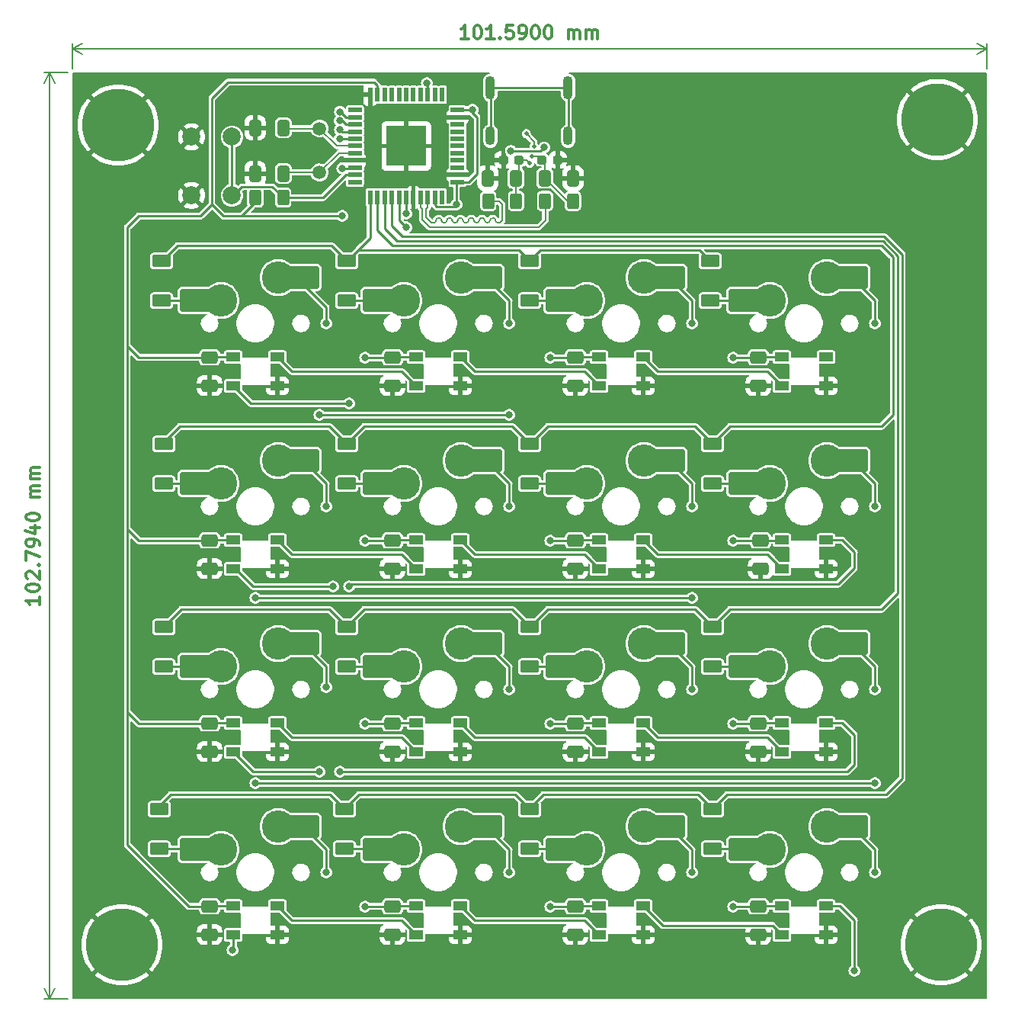
<source format=gbl>
%TF.GenerationSoftware,KiCad,Pcbnew,7.0.1*%
%TF.CreationDate,2023-05-22T14:58:09-04:00*%
%TF.ProjectId,MacroPad,4d616372-6f50-4616-942e-6b696361645f,rev?*%
%TF.SameCoordinates,Original*%
%TF.FileFunction,Copper,L2,Bot*%
%TF.FilePolarity,Positive*%
%FSLAX46Y46*%
G04 Gerber Fmt 4.6, Leading zero omitted, Abs format (unit mm)*
G04 Created by KiCad (PCBNEW 7.0.1) date 2023-05-22 14:58:09*
%MOMM*%
%LPD*%
G01*
G04 APERTURE LIST*
G04 Aperture macros list*
%AMRoundRect*
0 Rectangle with rounded corners*
0 $1 Rounding radius*
0 $2 $3 $4 $5 $6 $7 $8 $9 X,Y pos of 4 corners*
0 Add a 4 corners polygon primitive as box body*
4,1,4,$2,$3,$4,$5,$6,$7,$8,$9,$2,$3,0*
0 Add four circle primitives for the rounded corners*
1,1,$1+$1,$2,$3*
1,1,$1+$1,$4,$5*
1,1,$1+$1,$6,$7*
1,1,$1+$1,$8,$9*
0 Add four rect primitives between the rounded corners*
20,1,$1+$1,$2,$3,$4,$5,0*
20,1,$1+$1,$4,$5,$6,$7,0*
20,1,$1+$1,$6,$7,$8,$9,0*
20,1,$1+$1,$8,$9,$2,$3,0*%
G04 Aperture macros list end*
%ADD10C,0.300000*%
%TA.AperFunction,NonConductor*%
%ADD11C,0.300000*%
%TD*%
%TA.AperFunction,NonConductor*%
%ADD12C,0.200000*%
%TD*%
%TA.AperFunction,SMDPad,CuDef*%
%ADD13RoundRect,0.250000X-1.525000X-1.000000X1.525000X-1.000000X1.525000X1.000000X-1.525000X1.000000X0*%
%TD*%
%TA.AperFunction,ComponentPad*%
%ADD14C,3.600000*%
%TD*%
%TA.AperFunction,SMDPad,CuDef*%
%ADD15R,1.500000X1.000000*%
%TD*%
%TA.AperFunction,ComponentPad*%
%ADD16C,0.900000*%
%TD*%
%TA.AperFunction,ComponentPad*%
%ADD17C,8.000000*%
%TD*%
%TA.AperFunction,ComponentPad*%
%ADD18O,1.100000X2.100000*%
%TD*%
%TA.AperFunction,ComponentPad*%
%ADD19O,1.100000X2.600000*%
%TD*%
%TA.AperFunction,SMDPad,CuDef*%
%ADD20RoundRect,0.250000X-0.800000X0.450000X-0.800000X-0.450000X0.800000X-0.450000X0.800000X0.450000X0*%
%TD*%
%TA.AperFunction,SMDPad,CuDef*%
%ADD21R,0.550000X1.500000*%
%TD*%
%TA.AperFunction,SMDPad,CuDef*%
%ADD22R,1.500000X0.550000*%
%TD*%
%TA.AperFunction,SMDPad,CuDef*%
%ADD23R,4.500000X4.500000*%
%TD*%
%TA.AperFunction,SMDPad,CuDef*%
%ADD24RoundRect,0.250000X-0.650000X0.412500X-0.650000X-0.412500X0.650000X-0.412500X0.650000X0.412500X0*%
%TD*%
%TA.AperFunction,ComponentPad*%
%ADD25C,1.500000*%
%TD*%
%TA.AperFunction,SMDPad,CuDef*%
%ADD26RoundRect,0.250000X-0.412500X-0.650000X0.412500X-0.650000X0.412500X0.650000X-0.412500X0.650000X0*%
%TD*%
%TA.AperFunction,SMDPad,CuDef*%
%ADD27RoundRect,0.237500X0.287500X0.237500X-0.287500X0.237500X-0.287500X-0.237500X0.287500X-0.237500X0*%
%TD*%
%TA.AperFunction,SMDPad,CuDef*%
%ADD28RoundRect,0.250000X0.400000X0.625000X-0.400000X0.625000X-0.400000X-0.625000X0.400000X-0.625000X0*%
%TD*%
%TA.AperFunction,ComponentPad*%
%ADD29C,2.000000*%
%TD*%
%TA.AperFunction,SMDPad,CuDef*%
%ADD30RoundRect,0.250000X0.412500X0.650000X-0.412500X0.650000X-0.412500X-0.650000X0.412500X-0.650000X0*%
%TD*%
%TA.AperFunction,SMDPad,CuDef*%
%ADD31RoundRect,0.237500X-0.287500X-0.237500X0.287500X-0.237500X0.287500X0.237500X-0.287500X0.237500X0*%
%TD*%
%TA.AperFunction,SMDPad,CuDef*%
%ADD32RoundRect,0.250000X-0.400000X-0.625000X0.400000X-0.625000X0.400000X0.625000X-0.400000X0.625000X0*%
%TD*%
%TA.AperFunction,ViaPad*%
%ADD33C,0.800000*%
%TD*%
%TA.AperFunction,ViaPad*%
%ADD34C,0.500000*%
%TD*%
%TA.AperFunction,Conductor*%
%ADD35C,0.250000*%
%TD*%
%TA.AperFunction,Conductor*%
%ADD36C,0.200000*%
%TD*%
%TA.AperFunction,Conductor*%
%ADD37C,0.254000*%
%TD*%
G04 APERTURE END LIST*
D10*
D11*
X70013928Y-104013712D02*
X70013928Y-104870855D01*
X70013928Y-104442284D02*
X68513928Y-104442284D01*
X68513928Y-104442284D02*
X68728214Y-104585141D01*
X68728214Y-104585141D02*
X68871071Y-104727998D01*
X68871071Y-104727998D02*
X68942500Y-104870855D01*
X68513928Y-103085141D02*
X68513928Y-102942284D01*
X68513928Y-102942284D02*
X68585357Y-102799427D01*
X68585357Y-102799427D02*
X68656785Y-102727999D01*
X68656785Y-102727999D02*
X68799642Y-102656570D01*
X68799642Y-102656570D02*
X69085357Y-102585141D01*
X69085357Y-102585141D02*
X69442500Y-102585141D01*
X69442500Y-102585141D02*
X69728214Y-102656570D01*
X69728214Y-102656570D02*
X69871071Y-102727999D01*
X69871071Y-102727999D02*
X69942500Y-102799427D01*
X69942500Y-102799427D02*
X70013928Y-102942284D01*
X70013928Y-102942284D02*
X70013928Y-103085141D01*
X70013928Y-103085141D02*
X69942500Y-103227999D01*
X69942500Y-103227999D02*
X69871071Y-103299427D01*
X69871071Y-103299427D02*
X69728214Y-103370856D01*
X69728214Y-103370856D02*
X69442500Y-103442284D01*
X69442500Y-103442284D02*
X69085357Y-103442284D01*
X69085357Y-103442284D02*
X68799642Y-103370856D01*
X68799642Y-103370856D02*
X68656785Y-103299427D01*
X68656785Y-103299427D02*
X68585357Y-103227999D01*
X68585357Y-103227999D02*
X68513928Y-103085141D01*
X68656785Y-102013713D02*
X68585357Y-101942285D01*
X68585357Y-101942285D02*
X68513928Y-101799428D01*
X68513928Y-101799428D02*
X68513928Y-101442285D01*
X68513928Y-101442285D02*
X68585357Y-101299428D01*
X68585357Y-101299428D02*
X68656785Y-101227999D01*
X68656785Y-101227999D02*
X68799642Y-101156570D01*
X68799642Y-101156570D02*
X68942500Y-101156570D01*
X68942500Y-101156570D02*
X69156785Y-101227999D01*
X69156785Y-101227999D02*
X70013928Y-102085142D01*
X70013928Y-102085142D02*
X70013928Y-101156570D01*
X69871071Y-100513714D02*
X69942500Y-100442285D01*
X69942500Y-100442285D02*
X70013928Y-100513714D01*
X70013928Y-100513714D02*
X69942500Y-100585142D01*
X69942500Y-100585142D02*
X69871071Y-100513714D01*
X69871071Y-100513714D02*
X70013928Y-100513714D01*
X68513928Y-99942285D02*
X68513928Y-98942285D01*
X68513928Y-98942285D02*
X70013928Y-99585142D01*
X70013928Y-98299428D02*
X70013928Y-98013714D01*
X70013928Y-98013714D02*
X69942500Y-97870857D01*
X69942500Y-97870857D02*
X69871071Y-97799428D01*
X69871071Y-97799428D02*
X69656785Y-97656571D01*
X69656785Y-97656571D02*
X69371071Y-97585142D01*
X69371071Y-97585142D02*
X68799642Y-97585142D01*
X68799642Y-97585142D02*
X68656785Y-97656571D01*
X68656785Y-97656571D02*
X68585357Y-97728000D01*
X68585357Y-97728000D02*
X68513928Y-97870857D01*
X68513928Y-97870857D02*
X68513928Y-98156571D01*
X68513928Y-98156571D02*
X68585357Y-98299428D01*
X68585357Y-98299428D02*
X68656785Y-98370857D01*
X68656785Y-98370857D02*
X68799642Y-98442285D01*
X68799642Y-98442285D02*
X69156785Y-98442285D01*
X69156785Y-98442285D02*
X69299642Y-98370857D01*
X69299642Y-98370857D02*
X69371071Y-98299428D01*
X69371071Y-98299428D02*
X69442500Y-98156571D01*
X69442500Y-98156571D02*
X69442500Y-97870857D01*
X69442500Y-97870857D02*
X69371071Y-97728000D01*
X69371071Y-97728000D02*
X69299642Y-97656571D01*
X69299642Y-97656571D02*
X69156785Y-97585142D01*
X69013928Y-96299429D02*
X70013928Y-96299429D01*
X68442500Y-96656571D02*
X69513928Y-97013714D01*
X69513928Y-97013714D02*
X69513928Y-96085143D01*
X68513928Y-95228000D02*
X68513928Y-95085143D01*
X68513928Y-95085143D02*
X68585357Y-94942286D01*
X68585357Y-94942286D02*
X68656785Y-94870858D01*
X68656785Y-94870858D02*
X68799642Y-94799429D01*
X68799642Y-94799429D02*
X69085357Y-94728000D01*
X69085357Y-94728000D02*
X69442500Y-94728000D01*
X69442500Y-94728000D02*
X69728214Y-94799429D01*
X69728214Y-94799429D02*
X69871071Y-94870858D01*
X69871071Y-94870858D02*
X69942500Y-94942286D01*
X69942500Y-94942286D02*
X70013928Y-95085143D01*
X70013928Y-95085143D02*
X70013928Y-95228000D01*
X70013928Y-95228000D02*
X69942500Y-95370858D01*
X69942500Y-95370858D02*
X69871071Y-95442286D01*
X69871071Y-95442286D02*
X69728214Y-95513715D01*
X69728214Y-95513715D02*
X69442500Y-95585143D01*
X69442500Y-95585143D02*
X69085357Y-95585143D01*
X69085357Y-95585143D02*
X68799642Y-95513715D01*
X68799642Y-95513715D02*
X68656785Y-95442286D01*
X68656785Y-95442286D02*
X68585357Y-95370858D01*
X68585357Y-95370858D02*
X68513928Y-95228000D01*
X70013928Y-92942287D02*
X69013928Y-92942287D01*
X69156785Y-92942287D02*
X69085357Y-92870858D01*
X69085357Y-92870858D02*
X69013928Y-92728001D01*
X69013928Y-92728001D02*
X69013928Y-92513715D01*
X69013928Y-92513715D02*
X69085357Y-92370858D01*
X69085357Y-92370858D02*
X69228214Y-92299430D01*
X69228214Y-92299430D02*
X70013928Y-92299430D01*
X69228214Y-92299430D02*
X69085357Y-92228001D01*
X69085357Y-92228001D02*
X69013928Y-92085144D01*
X69013928Y-92085144D02*
X69013928Y-91870858D01*
X69013928Y-91870858D02*
X69085357Y-91728001D01*
X69085357Y-91728001D02*
X69228214Y-91656572D01*
X69228214Y-91656572D02*
X70013928Y-91656572D01*
X70013928Y-90942287D02*
X69013928Y-90942287D01*
X69156785Y-90942287D02*
X69085357Y-90870858D01*
X69085357Y-90870858D02*
X69013928Y-90728001D01*
X69013928Y-90728001D02*
X69013928Y-90513715D01*
X69013928Y-90513715D02*
X69085357Y-90370858D01*
X69085357Y-90370858D02*
X69228214Y-90299430D01*
X69228214Y-90299430D02*
X70013928Y-90299430D01*
X69228214Y-90299430D02*
X69085357Y-90228001D01*
X69085357Y-90228001D02*
X69013928Y-90085144D01*
X69013928Y-90085144D02*
X69013928Y-89870858D01*
X69013928Y-89870858D02*
X69085357Y-89728001D01*
X69085357Y-89728001D02*
X69228214Y-89656572D01*
X69228214Y-89656572D02*
X70013928Y-89656572D01*
D12*
X73160000Y-45831000D02*
X70533580Y-45831000D01*
X73160000Y-148625000D02*
X70533580Y-148625000D01*
X71120000Y-45831000D02*
X71120000Y-148625000D01*
X71120000Y-45831000D02*
X71120000Y-148625000D01*
X71120000Y-45831000D02*
X71706421Y-46957504D01*
X71120000Y-45831000D02*
X70533579Y-46957504D01*
X71120000Y-148625000D02*
X70533579Y-147498496D01*
X71120000Y-148625000D02*
X71706421Y-147498496D01*
D10*
D11*
X117669287Y-42073928D02*
X116812144Y-42073928D01*
X117240715Y-42073928D02*
X117240715Y-40573928D01*
X117240715Y-40573928D02*
X117097858Y-40788214D01*
X117097858Y-40788214D02*
X116955001Y-40931071D01*
X116955001Y-40931071D02*
X116812144Y-41002500D01*
X118597858Y-40573928D02*
X118740715Y-40573928D01*
X118740715Y-40573928D02*
X118883572Y-40645357D01*
X118883572Y-40645357D02*
X118955001Y-40716785D01*
X118955001Y-40716785D02*
X119026429Y-40859642D01*
X119026429Y-40859642D02*
X119097858Y-41145357D01*
X119097858Y-41145357D02*
X119097858Y-41502500D01*
X119097858Y-41502500D02*
X119026429Y-41788214D01*
X119026429Y-41788214D02*
X118955001Y-41931071D01*
X118955001Y-41931071D02*
X118883572Y-42002500D01*
X118883572Y-42002500D02*
X118740715Y-42073928D01*
X118740715Y-42073928D02*
X118597858Y-42073928D01*
X118597858Y-42073928D02*
X118455001Y-42002500D01*
X118455001Y-42002500D02*
X118383572Y-41931071D01*
X118383572Y-41931071D02*
X118312143Y-41788214D01*
X118312143Y-41788214D02*
X118240715Y-41502500D01*
X118240715Y-41502500D02*
X118240715Y-41145357D01*
X118240715Y-41145357D02*
X118312143Y-40859642D01*
X118312143Y-40859642D02*
X118383572Y-40716785D01*
X118383572Y-40716785D02*
X118455001Y-40645357D01*
X118455001Y-40645357D02*
X118597858Y-40573928D01*
X120526429Y-42073928D02*
X119669286Y-42073928D01*
X120097857Y-42073928D02*
X120097857Y-40573928D01*
X120097857Y-40573928D02*
X119955000Y-40788214D01*
X119955000Y-40788214D02*
X119812143Y-40931071D01*
X119812143Y-40931071D02*
X119669286Y-41002500D01*
X121169285Y-41931071D02*
X121240714Y-42002500D01*
X121240714Y-42002500D02*
X121169285Y-42073928D01*
X121169285Y-42073928D02*
X121097857Y-42002500D01*
X121097857Y-42002500D02*
X121169285Y-41931071D01*
X121169285Y-41931071D02*
X121169285Y-42073928D01*
X122597857Y-40573928D02*
X121883571Y-40573928D01*
X121883571Y-40573928D02*
X121812143Y-41288214D01*
X121812143Y-41288214D02*
X121883571Y-41216785D01*
X121883571Y-41216785D02*
X122026429Y-41145357D01*
X122026429Y-41145357D02*
X122383571Y-41145357D01*
X122383571Y-41145357D02*
X122526429Y-41216785D01*
X122526429Y-41216785D02*
X122597857Y-41288214D01*
X122597857Y-41288214D02*
X122669286Y-41431071D01*
X122669286Y-41431071D02*
X122669286Y-41788214D01*
X122669286Y-41788214D02*
X122597857Y-41931071D01*
X122597857Y-41931071D02*
X122526429Y-42002500D01*
X122526429Y-42002500D02*
X122383571Y-42073928D01*
X122383571Y-42073928D02*
X122026429Y-42073928D01*
X122026429Y-42073928D02*
X121883571Y-42002500D01*
X121883571Y-42002500D02*
X121812143Y-41931071D01*
X123383571Y-42073928D02*
X123669285Y-42073928D01*
X123669285Y-42073928D02*
X123812142Y-42002500D01*
X123812142Y-42002500D02*
X123883571Y-41931071D01*
X123883571Y-41931071D02*
X124026428Y-41716785D01*
X124026428Y-41716785D02*
X124097857Y-41431071D01*
X124097857Y-41431071D02*
X124097857Y-40859642D01*
X124097857Y-40859642D02*
X124026428Y-40716785D01*
X124026428Y-40716785D02*
X123955000Y-40645357D01*
X123955000Y-40645357D02*
X123812142Y-40573928D01*
X123812142Y-40573928D02*
X123526428Y-40573928D01*
X123526428Y-40573928D02*
X123383571Y-40645357D01*
X123383571Y-40645357D02*
X123312142Y-40716785D01*
X123312142Y-40716785D02*
X123240714Y-40859642D01*
X123240714Y-40859642D02*
X123240714Y-41216785D01*
X123240714Y-41216785D02*
X123312142Y-41359642D01*
X123312142Y-41359642D02*
X123383571Y-41431071D01*
X123383571Y-41431071D02*
X123526428Y-41502500D01*
X123526428Y-41502500D02*
X123812142Y-41502500D01*
X123812142Y-41502500D02*
X123955000Y-41431071D01*
X123955000Y-41431071D02*
X124026428Y-41359642D01*
X124026428Y-41359642D02*
X124097857Y-41216785D01*
X125026428Y-40573928D02*
X125169285Y-40573928D01*
X125169285Y-40573928D02*
X125312142Y-40645357D01*
X125312142Y-40645357D02*
X125383571Y-40716785D01*
X125383571Y-40716785D02*
X125454999Y-40859642D01*
X125454999Y-40859642D02*
X125526428Y-41145357D01*
X125526428Y-41145357D02*
X125526428Y-41502500D01*
X125526428Y-41502500D02*
X125454999Y-41788214D01*
X125454999Y-41788214D02*
X125383571Y-41931071D01*
X125383571Y-41931071D02*
X125312142Y-42002500D01*
X125312142Y-42002500D02*
X125169285Y-42073928D01*
X125169285Y-42073928D02*
X125026428Y-42073928D01*
X125026428Y-42073928D02*
X124883571Y-42002500D01*
X124883571Y-42002500D02*
X124812142Y-41931071D01*
X124812142Y-41931071D02*
X124740713Y-41788214D01*
X124740713Y-41788214D02*
X124669285Y-41502500D01*
X124669285Y-41502500D02*
X124669285Y-41145357D01*
X124669285Y-41145357D02*
X124740713Y-40859642D01*
X124740713Y-40859642D02*
X124812142Y-40716785D01*
X124812142Y-40716785D02*
X124883571Y-40645357D01*
X124883571Y-40645357D02*
X125026428Y-40573928D01*
X126454999Y-40573928D02*
X126597856Y-40573928D01*
X126597856Y-40573928D02*
X126740713Y-40645357D01*
X126740713Y-40645357D02*
X126812142Y-40716785D01*
X126812142Y-40716785D02*
X126883570Y-40859642D01*
X126883570Y-40859642D02*
X126954999Y-41145357D01*
X126954999Y-41145357D02*
X126954999Y-41502500D01*
X126954999Y-41502500D02*
X126883570Y-41788214D01*
X126883570Y-41788214D02*
X126812142Y-41931071D01*
X126812142Y-41931071D02*
X126740713Y-42002500D01*
X126740713Y-42002500D02*
X126597856Y-42073928D01*
X126597856Y-42073928D02*
X126454999Y-42073928D01*
X126454999Y-42073928D02*
X126312142Y-42002500D01*
X126312142Y-42002500D02*
X126240713Y-41931071D01*
X126240713Y-41931071D02*
X126169284Y-41788214D01*
X126169284Y-41788214D02*
X126097856Y-41502500D01*
X126097856Y-41502500D02*
X126097856Y-41145357D01*
X126097856Y-41145357D02*
X126169284Y-40859642D01*
X126169284Y-40859642D02*
X126240713Y-40716785D01*
X126240713Y-40716785D02*
X126312142Y-40645357D01*
X126312142Y-40645357D02*
X126454999Y-40573928D01*
X128740712Y-42073928D02*
X128740712Y-41073928D01*
X128740712Y-41216785D02*
X128812141Y-41145357D01*
X128812141Y-41145357D02*
X128954998Y-41073928D01*
X128954998Y-41073928D02*
X129169284Y-41073928D01*
X129169284Y-41073928D02*
X129312141Y-41145357D01*
X129312141Y-41145357D02*
X129383570Y-41288214D01*
X129383570Y-41288214D02*
X129383570Y-42073928D01*
X129383570Y-41288214D02*
X129454998Y-41145357D01*
X129454998Y-41145357D02*
X129597855Y-41073928D01*
X129597855Y-41073928D02*
X129812141Y-41073928D01*
X129812141Y-41073928D02*
X129954998Y-41145357D01*
X129954998Y-41145357D02*
X130026427Y-41288214D01*
X130026427Y-41288214D02*
X130026427Y-42073928D01*
X130740712Y-42073928D02*
X130740712Y-41073928D01*
X130740712Y-41216785D02*
X130812141Y-41145357D01*
X130812141Y-41145357D02*
X130954998Y-41073928D01*
X130954998Y-41073928D02*
X131169284Y-41073928D01*
X131169284Y-41073928D02*
X131312141Y-41145357D01*
X131312141Y-41145357D02*
X131383570Y-41288214D01*
X131383570Y-41288214D02*
X131383570Y-42073928D01*
X131383570Y-41288214D02*
X131454998Y-41145357D01*
X131454998Y-41145357D02*
X131597855Y-41073928D01*
X131597855Y-41073928D02*
X131812141Y-41073928D01*
X131812141Y-41073928D02*
X131954998Y-41145357D01*
X131954998Y-41145357D02*
X132026427Y-41288214D01*
X132026427Y-41288214D02*
X132026427Y-42073928D01*
D12*
X73660000Y-45331000D02*
X73660000Y-42593580D01*
X175250000Y-45331000D02*
X175250000Y-42593580D01*
X73660000Y-43180000D02*
X175250000Y-43180000D01*
X73660000Y-43180000D02*
X175250000Y-43180000D01*
X73660000Y-43180000D02*
X74786504Y-42593579D01*
X73660000Y-43180000D02*
X74786504Y-43766421D01*
X175250000Y-43180000D02*
X174123496Y-43766421D01*
X175250000Y-43180000D02*
X174123496Y-42593579D01*
D13*
X107715000Y-71120000D03*
D14*
X110490000Y-71120000D03*
X116840000Y-68580000D03*
D13*
X119620000Y-68580000D03*
X128035000Y-71120000D03*
D14*
X130810000Y-71120000D03*
X137160000Y-68580000D03*
D13*
X139940000Y-68580000D03*
X160260000Y-68580000D03*
D14*
X157480000Y-68580000D03*
X151130000Y-71120000D03*
D13*
X148355000Y-71120000D03*
X148355000Y-91440000D03*
D14*
X151130000Y-91440000D03*
X157480000Y-88900000D03*
D13*
X160260000Y-88900000D03*
X128035000Y-91440000D03*
D14*
X130810000Y-91440000D03*
X137160000Y-88900000D03*
D13*
X139940000Y-88900000D03*
D15*
X91530000Y-118034000D03*
X91530000Y-121234000D03*
X96430000Y-121234000D03*
X96430000Y-118034000D03*
D16*
X167180000Y-142658680D03*
X168058680Y-140537360D03*
X168058680Y-144780000D03*
X170180000Y-139658680D03*
D17*
X170180000Y-142658680D03*
D16*
X170180000Y-145658680D03*
X172301320Y-140537360D03*
X172301320Y-144780000D03*
X173180000Y-142658680D03*
D13*
X148355000Y-132080000D03*
D14*
X151130000Y-132080000D03*
X157480000Y-129540000D03*
D13*
X160260000Y-129540000D03*
X87395000Y-71120000D03*
D14*
X90170000Y-71120000D03*
X96520000Y-68580000D03*
D13*
X99300000Y-68580000D03*
D15*
X152490000Y-118034000D03*
X152490000Y-121234000D03*
X157390000Y-121234000D03*
X157390000Y-118034000D03*
D13*
X87395000Y-132080000D03*
D14*
X90170000Y-132080000D03*
X96520000Y-129540000D03*
D13*
X99300000Y-129540000D03*
D15*
X132170000Y-138354000D03*
X132170000Y-141554000D03*
X137070000Y-141554000D03*
X137070000Y-138354000D03*
D13*
X148355000Y-111760000D03*
D14*
X151130000Y-111760000D03*
X157480000Y-109220000D03*
D13*
X160260000Y-109220000D03*
X128035000Y-111760000D03*
D14*
X130810000Y-111760000D03*
X137160000Y-109220000D03*
D13*
X139940000Y-109220000D03*
D15*
X152490000Y-97714000D03*
X152490000Y-100914000D03*
X157390000Y-100914000D03*
X157390000Y-97714000D03*
X111850000Y-97714000D03*
X111850000Y-100914000D03*
X116750000Y-100914000D03*
X116750000Y-97714000D03*
D16*
X75740000Y-51639000D03*
X76618680Y-49517680D03*
X76618680Y-53760320D03*
X78740000Y-48639000D03*
D17*
X78740000Y-51639000D03*
D16*
X78740000Y-54639000D03*
X80861320Y-49517680D03*
X80861320Y-53760320D03*
X81740000Y-51639000D03*
D13*
X107715000Y-132080000D03*
D14*
X110490000Y-132080000D03*
X116840000Y-129540000D03*
D13*
X119620000Y-129540000D03*
D15*
X111850000Y-138354000D03*
X111850000Y-141554000D03*
X116750000Y-141554000D03*
X116750000Y-138354000D03*
D13*
X107715000Y-91440000D03*
D14*
X110490000Y-91440000D03*
X116840000Y-88900000D03*
D13*
X119620000Y-88900000D03*
D18*
X128732000Y-52858000D03*
D19*
X128732000Y-47498000D03*
D18*
X120092000Y-52858000D03*
D19*
X120092000Y-47498000D03*
D13*
X87395000Y-111760000D03*
D14*
X90170000Y-111760000D03*
X96520000Y-109220000D03*
D13*
X99300000Y-109220000D03*
D15*
X152490000Y-77394000D03*
X152490000Y-80594000D03*
X157390000Y-80594000D03*
X157390000Y-77394000D03*
X91530000Y-77394000D03*
X91530000Y-80594000D03*
X96430000Y-80594000D03*
X96430000Y-77394000D03*
X132170000Y-118034000D03*
X132170000Y-121234000D03*
X137070000Y-121234000D03*
X137070000Y-118034000D03*
X91530000Y-97714000D03*
X91530000Y-100914000D03*
X96430000Y-100914000D03*
X96430000Y-97714000D03*
X91530000Y-138354000D03*
X91530000Y-141554000D03*
X96430000Y-141554000D03*
X96430000Y-138354000D03*
D13*
X128035000Y-132080000D03*
D14*
X130810000Y-132080000D03*
X137160000Y-129540000D03*
D13*
X139940000Y-129540000D03*
D15*
X152490000Y-138354000D03*
X152490000Y-141554000D03*
X157390000Y-141554000D03*
X157390000Y-138354000D03*
X111850000Y-118034000D03*
X111850000Y-121234000D03*
X116750000Y-121234000D03*
X116750000Y-118034000D03*
X132170000Y-77394000D03*
X132170000Y-80594000D03*
X137070000Y-80594000D03*
X137070000Y-77394000D03*
D13*
X87395000Y-91440000D03*
D14*
X90170000Y-91440000D03*
X96520000Y-88900000D03*
D13*
X99300000Y-88900000D03*
D15*
X111850000Y-77394000D03*
X111850000Y-80594000D03*
X116750000Y-80594000D03*
X116750000Y-77394000D03*
D13*
X107715000Y-111760000D03*
D14*
X110490000Y-111760000D03*
X116840000Y-109220000D03*
D13*
X119620000Y-109220000D03*
D16*
X76158680Y-142658680D03*
X77037360Y-140537360D03*
X77037360Y-144780000D03*
X79158680Y-139658680D03*
D17*
X79158680Y-142658680D03*
D16*
X79158680Y-145658680D03*
X81280000Y-140537360D03*
X81280000Y-144780000D03*
X82158680Y-142658680D03*
D15*
X132170000Y-97714000D03*
X132170000Y-100914000D03*
X137070000Y-100914000D03*
X137070000Y-97714000D03*
D16*
X166761320Y-51026320D03*
X167640000Y-48905000D03*
X167640000Y-53147640D03*
X169761320Y-48026320D03*
D17*
X169761320Y-51026320D03*
D16*
X169761320Y-54026320D03*
X171882640Y-48905000D03*
X171882640Y-53147640D03*
X172761320Y-51026320D03*
D20*
X104140000Y-66720000D03*
X104140000Y-71120000D03*
X124460000Y-107360000D03*
X124460000Y-111760000D03*
X104140000Y-107360000D03*
X104140000Y-111760000D03*
D21*
X114744000Y-59661000D03*
X113944000Y-59661000D03*
X113144000Y-59661000D03*
X112344000Y-59661000D03*
X111544000Y-59661000D03*
X110744000Y-59661000D03*
X109944000Y-59661000D03*
X109144000Y-59661000D03*
X108344000Y-59661000D03*
X107544000Y-59661000D03*
X106744000Y-59661000D03*
D22*
X105044000Y-57961000D03*
X105044000Y-57161000D03*
X105044000Y-56361000D03*
X105044000Y-55561000D03*
X105044000Y-54761000D03*
X105044000Y-53961000D03*
X105044000Y-53161000D03*
X105044000Y-52361000D03*
X105044000Y-51561000D03*
X105044000Y-50761000D03*
X105044000Y-49961000D03*
D21*
X106744000Y-48261000D03*
X107544000Y-48261000D03*
X108344000Y-48261000D03*
X109144000Y-48261000D03*
X109944000Y-48261000D03*
X110744000Y-48261000D03*
X111544000Y-48261000D03*
X112344000Y-48261000D03*
X113144000Y-48261000D03*
X113944000Y-48261000D03*
X114744000Y-48261000D03*
D22*
X116444000Y-49961000D03*
X116444000Y-50761000D03*
X116444000Y-51561000D03*
X116444000Y-52361000D03*
X116444000Y-53161000D03*
X116444000Y-53961000D03*
X116444000Y-54761000D03*
X116444000Y-55561000D03*
X116444000Y-56361000D03*
X116444000Y-57161000D03*
X116444000Y-57961000D03*
D23*
X110744000Y-53961000D03*
D24*
X129540000Y-97751500D03*
X129540000Y-100876500D03*
D25*
X101116000Y-52019000D03*
X101116000Y-56899000D03*
D20*
X83820000Y-107360000D03*
X83820000Y-111760000D03*
D26*
X93965500Y-51939000D03*
X97090500Y-51939000D03*
D20*
X104140000Y-87040000D03*
X104140000Y-91440000D03*
D24*
X129540000Y-77431500D03*
X129540000Y-80556500D03*
D20*
X144780000Y-127594000D03*
X144780000Y-131994000D03*
D24*
X88900000Y-97751500D03*
X88900000Y-100876500D03*
X149860000Y-138391500D03*
X149860000Y-141516500D03*
X109220000Y-118071500D03*
X109220000Y-121196500D03*
X149860000Y-118071500D03*
X149860000Y-121196500D03*
D27*
X127582500Y-55509000D03*
X125832500Y-55509000D03*
D28*
X122962000Y-60081000D03*
X119862000Y-60081000D03*
D20*
X124460000Y-87040000D03*
X124460000Y-91440000D03*
X144780000Y-107360000D03*
X144780000Y-111760000D03*
X103886000Y-127594000D03*
X103886000Y-131994000D03*
D24*
X88900000Y-77431500D03*
X88900000Y-80556500D03*
X129540000Y-138391500D03*
X129540000Y-141516500D03*
X109220000Y-77431500D03*
X109220000Y-80556500D03*
X109220000Y-138391500D03*
X109220000Y-141516500D03*
X149860000Y-77431500D03*
X149860000Y-80556500D03*
D26*
X126161000Y-57541000D03*
X129286000Y-57541000D03*
D20*
X83566000Y-66720000D03*
X83566000Y-71120000D03*
D24*
X129540000Y-118071500D03*
X129540000Y-121196500D03*
D29*
X86892000Y-52945000D03*
X86892000Y-59445000D03*
X91392000Y-52945000D03*
X91392000Y-59445000D03*
D24*
X88900000Y-138391500D03*
X88900000Y-141516500D03*
X150114000Y-97751500D03*
X150114000Y-100876500D03*
D20*
X124460000Y-127594000D03*
X124460000Y-131994000D03*
D26*
X93965500Y-57019000D03*
X97090500Y-57019000D03*
D30*
X122936000Y-57541000D03*
X119811000Y-57541000D03*
D20*
X144526000Y-66720000D03*
X144526000Y-71120000D03*
X83312000Y-127594000D03*
X83312000Y-131994000D03*
D24*
X88900000Y-118071500D03*
X88900000Y-121196500D03*
D20*
X144780000Y-87040000D03*
X144780000Y-91440000D03*
D28*
X129273500Y-60081000D03*
X126173500Y-60081000D03*
D31*
X121553000Y-55509000D03*
X123303000Y-55509000D03*
D32*
X93978000Y-59690000D03*
X97078000Y-59690000D03*
D20*
X83820000Y-87040000D03*
X83820000Y-91440000D03*
X124460000Y-66720000D03*
X124460000Y-71120000D03*
D24*
X109220000Y-97751500D03*
X109220000Y-100876500D03*
D33*
X126746000Y-138430000D03*
X147066000Y-97790000D03*
X118110000Y-49921000D03*
X106172000Y-138430000D03*
X106172000Y-118110000D03*
X110744000Y-62992000D03*
X103632000Y-61722000D03*
X147066000Y-138430000D03*
X103632000Y-56436500D03*
X147066000Y-118110000D03*
X126746000Y-77470000D03*
X147066000Y-77470000D03*
X126746000Y-97790000D03*
X106172000Y-77470000D03*
X116332000Y-60452000D03*
X126746000Y-118110000D03*
X106172000Y-97790000D03*
X122174000Y-138430000D03*
X93980000Y-83820000D03*
X97536000Y-63246000D03*
X142494000Y-138430000D03*
X118110000Y-60452000D03*
X102108000Y-138430000D03*
D34*
X124714000Y-55125500D03*
X124968000Y-53985000D03*
X124090724Y-52599724D03*
X124460000Y-55880000D03*
D33*
X126074489Y-54130144D03*
X122370000Y-54493000D03*
X113030000Y-46990000D03*
X91440000Y-143256000D03*
X160528000Y-145542000D03*
X101092000Y-123444000D03*
X102616000Y-102870000D03*
X103378000Y-123444000D03*
X104394000Y-82550000D03*
X104394000Y-102870000D03*
X101854000Y-134620000D03*
X101854000Y-73660000D03*
X103364000Y-53161000D03*
X101854000Y-114046000D03*
X101854000Y-93980000D03*
X122174000Y-114300000D03*
X122174000Y-93980000D03*
X122174000Y-83820000D03*
X122174000Y-134620000D03*
X122174000Y-73660000D03*
X103390241Y-52161842D03*
X101092000Y-83820000D03*
X142494000Y-93980000D03*
X93980000Y-104140000D03*
X103375913Y-51162442D03*
X142494000Y-114300000D03*
X142494000Y-134620000D03*
X142494000Y-104140000D03*
X142494000Y-73660000D03*
X162814000Y-124714000D03*
X93980000Y-124714000D03*
X162814000Y-114300000D03*
X162814000Y-134620000D03*
X162814000Y-73660000D03*
X162814000Y-93980000D03*
X103378309Y-50162942D03*
X110744000Y-61468000D03*
D35*
X110744000Y-62992000D02*
X109970049Y-62218049D01*
X109970049Y-62218049D02*
X109970049Y-59828049D01*
X110744000Y-61468000D02*
X110744000Y-59661000D01*
X122428000Y-54551000D02*
X122370000Y-54493000D01*
X126074489Y-54130144D02*
X125653633Y-54551000D01*
X125653633Y-54551000D02*
X122428000Y-54551000D01*
X129540000Y-118071500D02*
X129577500Y-118034000D01*
X109220000Y-118071500D02*
X109257500Y-118034000D01*
X92456000Y-61746000D02*
X93978000Y-60224000D01*
X129577500Y-118034000D02*
X132170000Y-118034000D01*
X147066000Y-77470000D02*
X149821500Y-77470000D01*
X118110000Y-49921000D02*
X116484000Y-49921000D01*
X88900000Y-98005500D02*
X89191500Y-97714000D01*
X118618000Y-57033000D02*
X118618000Y-50763000D01*
X106172000Y-77470000D02*
X109181500Y-77470000D01*
X104968500Y-56436500D02*
X105044000Y-56361000D01*
X89154000Y-60476000D02*
X90424000Y-61746000D01*
X109181500Y-97790000D02*
X109220000Y-97751500D01*
X117816000Y-49961000D02*
X118110000Y-50255000D01*
X79756000Y-96520000D02*
X79756000Y-116840000D01*
X118110000Y-49921000D02*
X118110000Y-50255000D01*
X149860000Y-118071500D02*
X149897500Y-118034000D01*
X107544000Y-47261000D02*
X107156000Y-46873000D01*
X106210500Y-138391500D02*
X106172000Y-138430000D01*
X129577500Y-138354000D02*
X132170000Y-138354000D01*
X113944000Y-60536000D02*
X114144000Y-60736000D01*
X149897500Y-118034000D02*
X152490000Y-118034000D01*
X106172000Y-97790000D02*
X109181500Y-97790000D01*
X126746000Y-118110000D02*
X129501500Y-118110000D01*
X90424000Y-61746000D02*
X92456000Y-61746000D01*
X152452500Y-97751500D02*
X152490000Y-97714000D01*
X129501500Y-118110000D02*
X129540000Y-118071500D01*
X79756000Y-62992000D02*
X81026000Y-61722000D01*
X109181500Y-77470000D02*
X109220000Y-77431500D01*
X116444000Y-57961000D02*
X117690000Y-57961000D01*
X150114000Y-97751500D02*
X152452500Y-97751500D01*
X114144000Y-60736000D02*
X116048000Y-60736000D01*
X129540000Y-138391500D02*
X129577500Y-138354000D01*
X149860000Y-138391500D02*
X147104500Y-138391500D01*
X149860000Y-138391500D02*
X149897500Y-138354000D01*
X107156000Y-46873000D02*
X90932000Y-46873000D01*
X88900000Y-118071500D02*
X88937500Y-118034000D01*
X113944000Y-59661000D02*
X113944000Y-60536000D01*
X88900000Y-77431500D02*
X80987500Y-77431500D01*
X116048000Y-60736000D02*
X116332000Y-60452000D01*
X88937500Y-118034000D02*
X91530000Y-118034000D01*
X126746000Y-77470000D02*
X129501500Y-77470000D01*
X89191500Y-97714000D02*
X91530000Y-97714000D01*
X129501500Y-97790000D02*
X129540000Y-97751500D01*
X149821500Y-77470000D02*
X149860000Y-77431500D01*
X149897500Y-77394000D02*
X152490000Y-77394000D01*
X81026000Y-118110000D02*
X88861500Y-118110000D01*
X116332000Y-58073000D02*
X116332000Y-60452000D01*
X79756000Y-76200000D02*
X79756000Y-62992000D01*
X109181500Y-118110000D02*
X109220000Y-118071500D01*
X79756000Y-76200000D02*
X79756000Y-96520000D01*
X107544000Y-48261000D02*
X107544000Y-47261000D01*
X79756000Y-131572000D02*
X86575500Y-138391500D01*
X149897500Y-138354000D02*
X152490000Y-138354000D01*
X92456000Y-61746000D02*
X103608000Y-61746000D01*
X81026000Y-97790000D02*
X88861500Y-97790000D01*
X129577500Y-97714000D02*
X132170000Y-97714000D01*
X147066000Y-118110000D02*
X149821500Y-118110000D01*
X88937500Y-138354000D02*
X91530000Y-138354000D01*
X149821500Y-118110000D02*
X149860000Y-118071500D01*
X109220000Y-138391500D02*
X109257500Y-138354000D01*
X116444000Y-57961000D02*
X116332000Y-58073000D01*
X126784500Y-138391500D02*
X126746000Y-138430000D01*
X129540000Y-77431500D02*
X129577500Y-77394000D01*
X79756000Y-116840000D02*
X81026000Y-118110000D01*
X79756000Y-116840000D02*
X79756000Y-131572000D01*
X109257500Y-97714000D02*
X111850000Y-97714000D01*
X117690000Y-57961000D02*
X118618000Y-57033000D01*
X147066000Y-97790000D02*
X150075500Y-97790000D01*
X129540000Y-138391500D02*
X126784500Y-138391500D01*
X129501500Y-77470000D02*
X129540000Y-77431500D01*
X88900000Y-77431500D02*
X88937500Y-77394000D01*
X126746000Y-97790000D02*
X129501500Y-97790000D01*
X90932000Y-46873000D02*
X89154000Y-48651000D01*
X129577500Y-77394000D02*
X132170000Y-77394000D01*
X109220000Y-77431500D02*
X109257500Y-77394000D01*
X109257500Y-118034000D02*
X111850000Y-118034000D01*
X88861500Y-118110000D02*
X88900000Y-118071500D01*
X149860000Y-77431500D02*
X149897500Y-77394000D01*
X89154000Y-48651000D02*
X89154000Y-60476000D01*
X79756000Y-96520000D02*
X81026000Y-97790000D01*
X103608000Y-61746000D02*
X103632000Y-61722000D01*
X88861500Y-97790000D02*
X88900000Y-97751500D01*
X118618000Y-50763000D02*
X118110000Y-50255000D01*
X103632000Y-56436500D02*
X104968500Y-56436500D01*
X106172000Y-118110000D02*
X109181500Y-118110000D01*
X88900000Y-138391500D02*
X88937500Y-138354000D01*
X86575500Y-138391500D02*
X88900000Y-138391500D01*
X88937500Y-77394000D02*
X91530000Y-77394000D01*
X81026000Y-61722000D02*
X87908000Y-61722000D01*
X150075500Y-97790000D02*
X150114000Y-97751500D01*
X87908000Y-61722000D02*
X89154000Y-60476000D01*
X109220000Y-97751500D02*
X109257500Y-97714000D01*
X109257500Y-77394000D02*
X111850000Y-77394000D01*
X147104500Y-138391500D02*
X147066000Y-138430000D01*
X129540000Y-97751500D02*
X129577500Y-97714000D01*
X80987500Y-77431500D02*
X79756000Y-76200000D01*
X116484000Y-49921000D02*
X116444000Y-49961000D01*
X109257500Y-138354000D02*
X111850000Y-138354000D01*
X109220000Y-138391500D02*
X106210500Y-138391500D01*
D36*
X128701000Y-60081000D02*
X126161000Y-57541000D01*
X126161000Y-57541000D02*
X126161000Y-55837500D01*
X124968000Y-53477000D02*
X124968000Y-53985000D01*
X125449000Y-55125500D02*
X125832500Y-55509000D01*
X124090724Y-52599724D02*
X124968000Y-53477000D01*
X124714000Y-55125500D02*
X125449000Y-55125500D01*
X126161000Y-55837500D02*
X125832500Y-55509000D01*
X124089000Y-55509000D02*
X124460000Y-55880000D01*
X122936000Y-60055000D02*
X122936000Y-57541000D01*
X122936000Y-57541000D02*
X123303000Y-57174000D01*
X123303000Y-55509000D02*
X124089000Y-55509000D01*
X123303000Y-57174000D02*
X123303000Y-55509000D01*
D35*
X109144000Y-62836000D02*
X110316000Y-64008000D01*
X122850000Y-125984000D02*
X124460000Y-127594000D01*
X125984000Y-125984000D02*
X143170000Y-125984000D01*
X164084000Y-125984000D02*
X146390000Y-125984000D01*
D37*
X105496000Y-125984000D02*
X107950000Y-125984000D01*
X103886000Y-127594000D02*
X105496000Y-125984000D01*
X84582000Y-125984000D02*
X102276000Y-125984000D01*
D35*
X107950000Y-125984000D02*
X122850000Y-125984000D01*
X143170000Y-125984000D02*
X144780000Y-127594000D01*
X124460000Y-127508000D02*
X125984000Y-125984000D01*
D37*
X83312000Y-127254000D02*
X84582000Y-125984000D01*
D35*
X146390000Y-125984000D02*
X144780000Y-127594000D01*
X163832792Y-64008000D02*
X165862000Y-66037208D01*
D37*
X102276000Y-125984000D02*
X103886000Y-127594000D01*
D35*
X165862000Y-66037208D02*
X165862000Y-124206000D01*
D37*
X83312000Y-127594000D02*
X83312000Y-127254000D01*
D35*
X165862000Y-124206000D02*
X164084000Y-125984000D01*
X110316000Y-64008000D02*
X163832792Y-64008000D01*
X109144000Y-59661000D02*
X109144000Y-62836000D01*
X124460000Y-127594000D02*
X124460000Y-127508000D01*
X165354000Y-66165604D02*
X165354000Y-103632000D01*
X165354000Y-103632000D02*
X163576000Y-105410000D01*
X126492000Y-105410000D02*
X142830000Y-105410000D01*
X163576000Y-105410000D02*
X146730000Y-105410000D01*
X104140000Y-107360000D02*
X106090000Y-105410000D01*
X106090000Y-105410000D02*
X122510000Y-105410000D01*
X146730000Y-105410000D02*
X144780000Y-107360000D01*
X108344000Y-63132000D02*
X109728000Y-64516000D01*
X124542000Y-107360000D02*
X126492000Y-105410000D01*
X108344000Y-59661000D02*
X108344000Y-63132000D01*
X163704396Y-64516000D02*
X165354000Y-66165604D01*
X102190000Y-105410000D02*
X104140000Y-107360000D01*
X124460000Y-107360000D02*
X124542000Y-107360000D01*
X142830000Y-105410000D02*
X144780000Y-107360000D01*
X122510000Y-105410000D02*
X124460000Y-107360000D01*
X85770000Y-105410000D02*
X102190000Y-105410000D01*
X109728000Y-64516000D02*
X163704396Y-64516000D01*
X83820000Y-107360000D02*
X85770000Y-105410000D01*
X102444000Y-65024000D02*
X104140000Y-66720000D01*
X104222000Y-66720000D02*
X105918000Y-65024000D01*
X104140000Y-66720000D02*
X104222000Y-66720000D01*
X143338000Y-65532000D02*
X144526000Y-66720000D01*
X106744000Y-64198000D02*
X106744000Y-59661000D01*
X83566000Y-66720000D02*
X83648000Y-66720000D01*
X124460000Y-66720000D02*
X125648000Y-65532000D01*
X105918000Y-65024000D02*
X106744000Y-64198000D01*
X105410000Y-65532000D02*
X123272000Y-65532000D01*
X125648000Y-65532000D02*
X143338000Y-65532000D01*
X85344000Y-65024000D02*
X102444000Y-65024000D01*
X83648000Y-66720000D02*
X85344000Y-65024000D01*
X123272000Y-65532000D02*
X124460000Y-66720000D01*
X124460000Y-87040000D02*
X124542000Y-87040000D01*
X104140000Y-87040000D02*
X106090000Y-85090000D01*
X122510000Y-85090000D02*
X124460000Y-87040000D01*
X142830000Y-85090000D02*
X144780000Y-87040000D01*
X85598000Y-85090000D02*
X102190000Y-85090000D01*
X124542000Y-87040000D02*
X126492000Y-85090000D01*
X83820000Y-87040000D02*
X83820000Y-86868000D01*
X163576000Y-85090000D02*
X146730000Y-85090000D01*
X126492000Y-85090000D02*
X142830000Y-85090000D01*
X109220000Y-65024000D02*
X163576000Y-65024000D01*
X107544000Y-59661000D02*
X107544000Y-63348000D01*
X146730000Y-85090000D02*
X144780000Y-87040000D01*
X106090000Y-85090000D02*
X122510000Y-85090000D01*
X163576000Y-65024000D02*
X164846000Y-66294000D01*
X107544000Y-63348000D02*
X109220000Y-65024000D01*
X83820000Y-86868000D02*
X85598000Y-85090000D01*
X102190000Y-85090000D02*
X104140000Y-87040000D01*
X164846000Y-66294000D02*
X164846000Y-83820000D01*
X164846000Y-83820000D02*
X163576000Y-85090000D01*
D37*
X144780000Y-131994000D02*
X148269000Y-131994000D01*
D35*
X83820000Y-111760000D02*
X87395000Y-111760000D01*
X104140000Y-111760000D02*
X107715000Y-111760000D01*
X124460000Y-111760000D02*
X128035000Y-111760000D01*
X120140000Y-52843000D02*
X120140000Y-47483000D01*
X120140000Y-47483000D02*
X128780000Y-47483000D01*
X128780000Y-47483000D02*
X128780000Y-52843000D01*
D36*
X128562000Y-52521896D02*
X128562000Y-53007500D01*
D35*
X144780000Y-111760000D02*
X148355000Y-111760000D01*
X113144000Y-48261000D02*
X113144000Y-47104000D01*
X91530000Y-141554000D02*
X91530000Y-143166000D01*
X91530000Y-143166000D02*
X91440000Y-143256000D01*
X113144000Y-47104000D02*
X113030000Y-46990000D01*
D37*
X83820000Y-91440000D02*
X87395000Y-91440000D01*
D35*
X98030000Y-139954000D02*
X110250000Y-139954000D01*
X96430000Y-138354000D02*
X98030000Y-139954000D01*
X110250000Y-139954000D02*
X111850000Y-141554000D01*
D37*
X104140000Y-91440000D02*
X107715000Y-91440000D01*
D35*
X130570000Y-139954000D02*
X132170000Y-141554000D01*
X116750000Y-138354000D02*
X118350000Y-139954000D01*
X118350000Y-139954000D02*
X130570000Y-139954000D01*
D37*
X124460000Y-91440000D02*
X128035000Y-91440000D01*
D35*
X139245000Y-140529000D02*
X151465000Y-140529000D01*
X137070000Y-138354000D02*
X139245000Y-140529000D01*
X151465000Y-140529000D02*
X152490000Y-141554000D01*
D37*
X144780000Y-91440000D02*
X148355000Y-91440000D01*
D35*
X158928000Y-138354000D02*
X160528000Y-139954000D01*
X160528000Y-139954000D02*
X160528000Y-145542000D01*
X157390000Y-138354000D02*
X158928000Y-138354000D01*
X93740000Y-123444000D02*
X91530000Y-121234000D01*
X101092000Y-123444000D02*
X93740000Y-123444000D01*
X83566000Y-71120000D02*
X87395000Y-71120000D01*
X98030000Y-119634000D02*
X110250000Y-119634000D01*
X96430000Y-118034000D02*
X98030000Y-119634000D01*
X110250000Y-119634000D02*
X111850000Y-121234000D01*
X104140000Y-71120000D02*
X107715000Y-71120000D01*
X118350000Y-119634000D02*
X130570000Y-119634000D01*
X130570000Y-119634000D02*
X132170000Y-121234000D01*
X116750000Y-118034000D02*
X118350000Y-119634000D01*
X124460000Y-71120000D02*
X128035000Y-71120000D01*
X150890000Y-119634000D02*
X152490000Y-121234000D01*
X137070000Y-118034000D02*
X138670000Y-119634000D01*
X138670000Y-119634000D02*
X150890000Y-119634000D01*
X144526000Y-71120000D02*
X148355000Y-71120000D01*
X91780000Y-100914000D02*
X93736000Y-102870000D01*
X160528000Y-119380000D02*
X159182000Y-118034000D01*
X159182000Y-118034000D02*
X157390000Y-118034000D01*
X160528000Y-122682000D02*
X160528000Y-119380000D01*
X91530000Y-100914000D02*
X91780000Y-100914000D01*
X103378000Y-123444000D02*
X159766000Y-123444000D01*
X93736000Y-102870000D02*
X102616000Y-102870000D01*
X159766000Y-123444000D02*
X160528000Y-122682000D01*
D37*
X87309000Y-131994000D02*
X87395000Y-132080000D01*
X83312000Y-131994000D02*
X87309000Y-131994000D01*
X107629000Y-131994000D02*
X107715000Y-132080000D01*
X103886000Y-131994000D02*
X107629000Y-131994000D01*
D35*
X127949000Y-131994000D02*
X128035000Y-132080000D01*
X124460000Y-131994000D02*
X127949000Y-131994000D01*
X110250000Y-99314000D02*
X111850000Y-100914000D01*
X98030000Y-99314000D02*
X110250000Y-99314000D01*
X96430000Y-97714000D02*
X98030000Y-99314000D01*
X116750000Y-97714000D02*
X118350000Y-99314000D01*
X130570000Y-99314000D02*
X132170000Y-100914000D01*
X118350000Y-99314000D02*
X130570000Y-99314000D01*
X150890000Y-99314000D02*
X152490000Y-100914000D01*
X137070000Y-97714000D02*
X138670000Y-99314000D01*
X138670000Y-99314000D02*
X150890000Y-99314000D01*
X160528000Y-99060000D02*
X160528000Y-100838000D01*
X93486000Y-82550000D02*
X91530000Y-80594000D01*
X158750000Y-102616000D02*
X141986000Y-102616000D01*
X159182000Y-97714000D02*
X159258000Y-97790000D01*
X157390000Y-97714000D02*
X159182000Y-97714000D01*
X141986000Y-102616000D02*
X104648000Y-102616000D01*
X160528000Y-100838000D02*
X158750000Y-102616000D01*
X104394000Y-82550000D02*
X93486000Y-82550000D01*
X159258000Y-97790000D02*
X160528000Y-99060000D01*
X104648000Y-102616000D02*
X104394000Y-102870000D01*
X98030000Y-78994000D02*
X110250000Y-78994000D01*
X110250000Y-78994000D02*
X111850000Y-80594000D01*
X96430000Y-77394000D02*
X98030000Y-78994000D01*
X118350000Y-78994000D02*
X116750000Y-77394000D01*
X130570000Y-78994000D02*
X118350000Y-78994000D01*
X132170000Y-80594000D02*
X130570000Y-78994000D01*
X150890000Y-78994000D02*
X152490000Y-80594000D01*
X137070000Y-77394000D02*
X138670000Y-78994000D01*
X138670000Y-78994000D02*
X150890000Y-78994000D01*
X101854000Y-73660000D02*
X101854000Y-71882000D01*
X101854000Y-111760000D02*
X101854000Y-114046000D01*
X101854000Y-132094000D02*
X101854000Y-134620000D01*
X103364000Y-53161000D02*
X105044000Y-53161000D01*
X99300000Y-129540000D02*
X101854000Y-132094000D01*
X99300000Y-109220000D02*
X101840000Y-111760000D01*
X101854000Y-71882000D02*
X99300000Y-69328000D01*
X101854000Y-93980000D02*
X101854000Y-91454000D01*
X99300000Y-69328000D02*
X99300000Y-68580000D01*
X101840000Y-111760000D02*
X101854000Y-111760000D01*
X101854000Y-91454000D02*
X99300000Y-88900000D01*
X122174000Y-71134000D02*
X119620000Y-68580000D01*
X122174000Y-73660000D02*
X122174000Y-71134000D01*
X103589399Y-52361000D02*
X105044000Y-52361000D01*
X122174000Y-111774000D02*
X119620000Y-109220000D01*
X119620000Y-88900000D02*
X122174000Y-91454000D01*
X103390241Y-52161842D02*
X103589399Y-52361000D01*
X122174000Y-114300000D02*
X122174000Y-111774000D01*
X122174000Y-134620000D02*
X122174000Y-132094000D01*
X101092000Y-83820000D02*
X122174000Y-83820000D01*
X122174000Y-132094000D02*
X119620000Y-129540000D01*
X122174000Y-91454000D02*
X122174000Y-93980000D01*
X142494000Y-114300000D02*
X142494000Y-111774000D01*
X142494000Y-71134000D02*
X139940000Y-68580000D01*
X139940000Y-88900000D02*
X142494000Y-91454000D01*
X142494000Y-111774000D02*
X139940000Y-109220000D01*
X104044000Y-51561000D02*
X103645442Y-51162442D01*
X140970000Y-104140000D02*
X142494000Y-104140000D01*
X103645442Y-51162442D02*
X103375913Y-51162442D01*
X142494000Y-91454000D02*
X142494000Y-93980000D01*
X93980000Y-104140000D02*
X140970000Y-104140000D01*
X142494000Y-134620000D02*
X142494000Y-132094000D01*
X105044000Y-51561000D02*
X104044000Y-51561000D01*
X142494000Y-132094000D02*
X139940000Y-129540000D01*
X142494000Y-73660000D02*
X142494000Y-71134000D01*
X162814000Y-71134000D02*
X160260000Y-68580000D01*
X162814000Y-134620000D02*
X162814000Y-132094000D01*
X103445942Y-50162942D02*
X104044000Y-50761000D01*
X162814000Y-114300000D02*
X162814000Y-111774000D01*
X162814000Y-91454000D02*
X160260000Y-88900000D01*
X162814000Y-93980000D02*
X162814000Y-91454000D01*
X162814000Y-73660000D02*
X162814000Y-71134000D01*
X93980000Y-124714000D02*
X162814000Y-124714000D01*
X162814000Y-132094000D02*
X160260000Y-129540000D01*
X103378309Y-50162942D02*
X103445942Y-50162942D01*
X104044000Y-50761000D02*
X105044000Y-50761000D01*
X162814000Y-111774000D02*
X160260000Y-109220000D01*
D36*
X105044000Y-54761000D02*
X103254000Y-54761000D01*
X97090500Y-57019000D02*
X97210500Y-56899000D01*
X97210500Y-56899000D02*
X101116000Y-56899000D01*
X103254000Y-54761000D02*
X101116000Y-56899000D01*
X126199500Y-62230000D02*
X126199500Y-60107000D01*
X112519000Y-60961001D02*
X112519000Y-62132100D01*
X112344000Y-59661000D02*
X112344000Y-60786001D01*
X113378900Y-62992000D02*
X125437500Y-62992000D01*
X112519000Y-62132100D02*
X113378900Y-62992000D01*
X126199500Y-60107000D02*
X126173500Y-60081000D01*
X125437500Y-62992000D02*
X126199500Y-62230000D01*
X112344000Y-60786001D02*
X112519000Y-60961001D01*
X103058000Y-53961000D02*
X101116000Y-52019000D01*
X105044000Y-53961000D02*
X103058000Y-53961000D01*
X97170500Y-52019000D02*
X101116000Y-52019000D01*
X97090500Y-51939000D02*
X97170500Y-52019000D01*
X120336650Y-61939349D02*
X120392000Y-61939349D01*
X119464274Y-62211725D02*
X119464274Y-62211726D01*
X115536548Y-61939451D02*
X115592000Y-61939451D01*
X112969000Y-60961001D02*
X112969000Y-61915000D01*
X121041000Y-60081000D02*
X119862000Y-60081000D01*
X116464274Y-62211726D02*
X116464274Y-62211725D01*
X113538000Y-62484000D02*
X113792000Y-62484000D01*
X113144000Y-59661000D02*
X113144000Y-60786001D01*
X117064274Y-62211725D02*
X117064274Y-62211726D01*
X117336548Y-62484000D02*
X117392000Y-62484000D01*
X120664325Y-62211674D02*
X120664325Y-62211675D01*
X114664274Y-62211725D02*
X114664274Y-62211726D01*
X115864274Y-62211725D02*
X115864274Y-62211726D01*
X112969000Y-61915000D02*
X113538000Y-62484000D01*
X114936548Y-62484000D02*
X114992000Y-62484000D01*
X113144000Y-60786001D02*
X112969000Y-60961001D01*
X118264274Y-62211725D02*
X118264274Y-62211726D01*
X118536548Y-62484000D02*
X118592000Y-62484000D01*
X119136548Y-61939451D02*
X119192000Y-61939451D01*
X116736548Y-61939451D02*
X116792000Y-61939451D01*
X114064274Y-62211726D02*
X114064274Y-62211725D01*
X118864274Y-62211726D02*
X118864274Y-62211725D01*
X117936548Y-61939451D02*
X117992000Y-61939451D01*
X120992000Y-62484000D02*
X121158000Y-62484000D01*
X120936650Y-62484000D02*
X120992000Y-62484000D01*
X121158000Y-62484000D02*
X121412000Y-62230000D01*
X121412000Y-62230000D02*
X121412000Y-60452000D01*
X117664274Y-62211726D02*
X117664274Y-62211725D01*
X114336548Y-61939451D02*
X114392000Y-61939451D01*
X120064325Y-62211675D02*
X120064325Y-62211674D01*
X116136548Y-62484000D02*
X116192000Y-62484000D01*
X119736548Y-62484000D02*
X119792000Y-62484000D01*
X115264274Y-62211726D02*
X115264274Y-62211725D01*
X121412000Y-60452000D02*
X121041000Y-60081000D01*
X115864249Y-62211725D02*
G75*
G03*
X115592000Y-61939451I-272249J25D01*
G01*
X120664351Y-62211674D02*
G75*
G03*
X120392000Y-61939349I-272351J-26D01*
G01*
X117392000Y-62483974D02*
G75*
G03*
X117664274Y-62211726I0J272274D01*
G01*
X115864200Y-62211726D02*
G75*
G03*
X116136548Y-62484000I272300J26D01*
G01*
X117064249Y-62211725D02*
G75*
G03*
X116792000Y-61939451I-272249J25D01*
G01*
X118264249Y-62211725D02*
G75*
G03*
X117992000Y-61939451I-272249J25D01*
G01*
X118592000Y-62483974D02*
G75*
G03*
X118864274Y-62211726I0J272274D01*
G01*
X118264200Y-62211726D02*
G75*
G03*
X118536548Y-62484000I272300J26D01*
G01*
X113792000Y-62483974D02*
G75*
G03*
X114064274Y-62211726I0J272274D01*
G01*
X114992000Y-62483974D02*
G75*
G03*
X115264274Y-62211726I0J272274D01*
G01*
X117064200Y-62211726D02*
G75*
G03*
X117336548Y-62484000I272300J26D01*
G01*
X119792000Y-62484025D02*
G75*
G03*
X120064325Y-62211675I0J272325D01*
G01*
X116192000Y-62483974D02*
G75*
G03*
X116464274Y-62211726I0J272274D01*
G01*
X119464200Y-62211726D02*
G75*
G03*
X119736548Y-62484000I272300J26D01*
G01*
X120664300Y-62211675D02*
G75*
G03*
X120936650Y-62484000I272300J-25D01*
G01*
X119136548Y-61939474D02*
G75*
G03*
X118864274Y-62211725I-48J-272226D01*
G01*
X117936548Y-61939474D02*
G75*
G03*
X117664274Y-62211725I-48J-272226D01*
G01*
X115536548Y-61939474D02*
G75*
G03*
X115264274Y-62211725I-48J-272226D01*
G01*
X116736548Y-61939474D02*
G75*
G03*
X116464274Y-62211725I-48J-272226D01*
G01*
X114664249Y-62211725D02*
G75*
G03*
X114392000Y-61939451I-272249J25D01*
G01*
X114664200Y-62211726D02*
G75*
G03*
X114936548Y-62484000I272300J26D01*
G01*
X120336650Y-61939425D02*
G75*
G03*
X120064325Y-62211674I-50J-272275D01*
G01*
X114336548Y-61939474D02*
G75*
G03*
X114064274Y-62211725I-48J-272226D01*
G01*
X119464249Y-62211725D02*
G75*
G03*
X119192000Y-61939451I-272249J25D01*
G01*
D35*
X101515000Y-59690000D02*
X97078000Y-59690000D01*
X91392000Y-52945000D02*
X91392000Y-59445000D01*
X95878000Y-58490000D02*
X92488000Y-58490000D01*
X92488000Y-58490000D02*
X91392000Y-59586000D01*
X104044000Y-57161000D02*
X101515000Y-59690000D01*
X97078000Y-59690000D02*
X95878000Y-58490000D01*
X105044000Y-57161000D02*
X104044000Y-57161000D01*
%TA.AperFunction,Conductor*%
G36*
X118630487Y-57638521D02*
G01*
X118648500Y-57682008D01*
X118648500Y-58240973D01*
X118658994Y-58343699D01*
X118714141Y-58510120D01*
X118806184Y-58659345D01*
X118930154Y-58783315D01*
X119079379Y-58875358D01*
X119191555Y-58912530D01*
X119225443Y-58940111D01*
X119232461Y-58983238D01*
X119209066Y-59020141D01*
X119104454Y-59098454D01*
X119018203Y-59213670D01*
X118967909Y-59348514D01*
X118961500Y-59408130D01*
X118961500Y-60753869D01*
X118967909Y-60813485D01*
X119017932Y-60947602D01*
X119018204Y-60948331D01*
X119104454Y-61063546D01*
X119219669Y-61149796D01*
X119354517Y-61200091D01*
X119414127Y-61206500D01*
X120309872Y-61206499D01*
X120369483Y-61200091D01*
X120504331Y-61149796D01*
X120619546Y-61063546D01*
X120705796Y-60948331D01*
X120756091Y-60813483D01*
X120762500Y-60753873D01*
X120762500Y-60493000D01*
X120780513Y-60449513D01*
X120824000Y-60431500D01*
X120870344Y-60431500D01*
X120913831Y-60449513D01*
X121043487Y-60579169D01*
X121061500Y-60622656D01*
X121061500Y-61896959D01*
X121048083Y-61935303D01*
X121013687Y-61956917D01*
X120973319Y-61952370D01*
X120944593Y-61923647D01*
X120922701Y-61878197D01*
X120916338Y-61870219D01*
X120835188Y-61768470D01*
X120835186Y-61768468D01*
X120835185Y-61768467D01*
X120725457Y-61680970D01*
X120599002Y-61620075D01*
X120462176Y-61588849D01*
X120462174Y-61588849D01*
X120450488Y-61588849D01*
X120307610Y-61588849D01*
X120302971Y-61588849D01*
X120302128Y-61588918D01*
X120266632Y-61588912D01*
X120266540Y-61588912D01*
X120266539Y-61588912D01*
X120129708Y-61620118D01*
X120003247Y-61680994D01*
X119893507Y-61768483D01*
X119812352Y-61870219D01*
X119782396Y-61890637D01*
X119746143Y-61890633D01*
X119716190Y-61870209D01*
X119716177Y-61870193D01*
X119635156Y-61768584D01*
X119525436Y-61681078D01*
X119525435Y-61681077D01*
X119398995Y-61620183D01*
X119353386Y-61609772D01*
X119262171Y-61588952D01*
X119250490Y-61588951D01*
X119250488Y-61588951D01*
X119107508Y-61588951D01*
X119102653Y-61588951D01*
X119102438Y-61588968D01*
X119066434Y-61588962D01*
X118929593Y-61620176D01*
X118803138Y-61681058D01*
X118693399Y-61768561D01*
X118612344Y-61870197D01*
X118582388Y-61890619D01*
X118546132Y-61890618D01*
X118516177Y-61870193D01*
X118435156Y-61768584D01*
X118325436Y-61681078D01*
X118325435Y-61681077D01*
X118198995Y-61620183D01*
X118153386Y-61609772D01*
X118062171Y-61588952D01*
X118050490Y-61588951D01*
X118050488Y-61588951D01*
X117907508Y-61588951D01*
X117902653Y-61588951D01*
X117902438Y-61588968D01*
X117866434Y-61588962D01*
X117729593Y-61620176D01*
X117603138Y-61681058D01*
X117493399Y-61768561D01*
X117412344Y-61870197D01*
X117382388Y-61890619D01*
X117346132Y-61890618D01*
X117316177Y-61870193D01*
X117235156Y-61768584D01*
X117125436Y-61681078D01*
X117125435Y-61681077D01*
X116998995Y-61620183D01*
X116953386Y-61609772D01*
X116862171Y-61588952D01*
X116850490Y-61588951D01*
X116850488Y-61588951D01*
X116707508Y-61588951D01*
X116702653Y-61588951D01*
X116702438Y-61588968D01*
X116666434Y-61588962D01*
X116529593Y-61620176D01*
X116403138Y-61681058D01*
X116293399Y-61768561D01*
X116212344Y-61870197D01*
X116182388Y-61890619D01*
X116146132Y-61890618D01*
X116116177Y-61870193D01*
X116035156Y-61768584D01*
X115925436Y-61681078D01*
X115925435Y-61681077D01*
X115798995Y-61620183D01*
X115753386Y-61609772D01*
X115662171Y-61588952D01*
X115650490Y-61588951D01*
X115650488Y-61588951D01*
X115507508Y-61588951D01*
X115502653Y-61588951D01*
X115502438Y-61588968D01*
X115466434Y-61588962D01*
X115329593Y-61620176D01*
X115203138Y-61681058D01*
X115093399Y-61768561D01*
X115012344Y-61870197D01*
X114982388Y-61890619D01*
X114946132Y-61890618D01*
X114916177Y-61870193D01*
X114835156Y-61768584D01*
X114725436Y-61681078D01*
X114725435Y-61681077D01*
X114598995Y-61620183D01*
X114553386Y-61609772D01*
X114462171Y-61588952D01*
X114450490Y-61588951D01*
X114450488Y-61588951D01*
X114307508Y-61588951D01*
X114302653Y-61588951D01*
X114302438Y-61588968D01*
X114266434Y-61588962D01*
X114129593Y-61620176D01*
X114003138Y-61681058D01*
X113893399Y-61768561D01*
X113805887Y-61878293D01*
X113744993Y-62004744D01*
X113734344Y-62051412D01*
X113710906Y-62087211D01*
X113669790Y-62099057D01*
X113630898Y-62081216D01*
X113337513Y-61787831D01*
X113319500Y-61744344D01*
X113319500Y-61131658D01*
X113337512Y-61088172D01*
X113361628Y-61064055D01*
X113371480Y-61056054D01*
X113384669Y-61047438D01*
X113404888Y-61021458D01*
X113409921Y-61015761D01*
X113412375Y-61013308D01*
X113424322Y-60996573D01*
X113425833Y-60994549D01*
X113427440Y-60992485D01*
X113456517Y-60955127D01*
X113456517Y-60955126D01*
X113457257Y-60954176D01*
X113462893Y-60943227D01*
X113463237Y-60942070D01*
X113463239Y-60942068D01*
X113477513Y-60894120D01*
X113478256Y-60891802D01*
X113494500Y-60844489D01*
X113494500Y-60844487D01*
X113494889Y-60843354D01*
X113496667Y-60831155D01*
X113494553Y-60780052D01*
X113494500Y-60777510D01*
X113494500Y-60737335D01*
X113507861Y-60699062D01*
X113542137Y-60677418D01*
X113582437Y-60681807D01*
X113611250Y-60710323D01*
X113634518Y-60757916D01*
X113643001Y-60769292D01*
X113683039Y-60806150D01*
X113684873Y-60807910D01*
X113846433Y-60969470D01*
X113854432Y-60979320D01*
X113863735Y-60993560D01*
X113863916Y-60993836D01*
X113888931Y-61013306D01*
X113891951Y-61015656D01*
X113897665Y-61020702D01*
X113900483Y-61023520D01*
X113918474Y-61036365D01*
X113920454Y-61037841D01*
X113962811Y-61070809D01*
X113963437Y-61071296D01*
X113976039Y-61077783D01*
X113976800Y-61078009D01*
X113976801Y-61078010D01*
X114028224Y-61093319D01*
X114030569Y-61094070D01*
X114081340Y-61111500D01*
X114082083Y-61111755D01*
X114096123Y-61113801D01*
X114150474Y-61111553D01*
X114153016Y-61111500D01*
X116002679Y-61111500D01*
X116015299Y-61112808D01*
X116032268Y-61116367D01*
X116065098Y-61112274D01*
X116067528Y-61111972D01*
X116075134Y-61111500D01*
X116079111Y-61111500D01*
X116079114Y-61111500D01*
X116100940Y-61107857D01*
X116103354Y-61107505D01*
X116156626Y-61100866D01*
X116156629Y-61100864D01*
X116157409Y-61100767D01*
X116172613Y-61095897D01*
X116181740Y-61094375D01*
X116182047Y-61096221D01*
X116211994Y-61092389D01*
X116253015Y-61102500D01*
X116410984Y-61102500D01*
X116410985Y-61102500D01*
X116564365Y-61064696D01*
X116704240Y-60991283D01*
X116822483Y-60886530D01*
X116910651Y-60758796D01*
X116912221Y-60756522D01*
X116968236Y-60608821D01*
X116968236Y-60608820D01*
X116968237Y-60608818D01*
X116987278Y-60452000D01*
X116968237Y-60295182D01*
X116968236Y-60295180D01*
X116968236Y-60295178D01*
X116912221Y-60147477D01*
X116827367Y-60024546D01*
X116822483Y-60017470D01*
X116802567Y-59999826D01*
X116728218Y-59933958D01*
X116712918Y-59913165D01*
X116707500Y-59887925D01*
X116707500Y-58548000D01*
X116725513Y-58504513D01*
X116769000Y-58486500D01*
X117218675Y-58486500D01*
X117243029Y-58481655D01*
X117291740Y-58471966D01*
X117374601Y-58416601D01*
X117383085Y-58403903D01*
X117409860Y-58363833D01*
X117432004Y-58343762D01*
X117460995Y-58336500D01*
X117644679Y-58336500D01*
X117657299Y-58337808D01*
X117674268Y-58341367D01*
X117707098Y-58337274D01*
X117709528Y-58336972D01*
X117717134Y-58336500D01*
X117721111Y-58336500D01*
X117721114Y-58336500D01*
X117742940Y-58332857D01*
X117745354Y-58332505D01*
X117798626Y-58325866D01*
X117798629Y-58325864D01*
X117799411Y-58325767D01*
X117812917Y-58321440D01*
X117860765Y-58295546D01*
X117863014Y-58294387D01*
X117911211Y-58270826D01*
X117911210Y-58270826D01*
X117911919Y-58270480D01*
X117923286Y-58262005D01*
X117923824Y-58261419D01*
X117923826Y-58261419D01*
X117960185Y-58221921D01*
X117961875Y-58220160D01*
X118543516Y-57638519D01*
X118587000Y-57620508D01*
X118630487Y-57638521D01*
G37*
%TD.AperFunction*%
%TA.AperFunction,Conductor*%
G36*
X120023718Y-45848310D02*
G01*
X120042871Y-45889552D01*
X120028456Y-45932678D01*
X119988354Y-45954113D01*
X119912746Y-45962631D01*
X119742478Y-46022210D01*
X119589736Y-46118185D01*
X119462185Y-46245736D01*
X119366210Y-46398478D01*
X119306631Y-46568746D01*
X119291500Y-46703043D01*
X119291500Y-48292957D01*
X119306631Y-48427253D01*
X119366210Y-48597521D01*
X119366211Y-48597522D01*
X119462184Y-48750262D01*
X119589738Y-48877816D01*
X119735721Y-48969543D01*
X119756826Y-48991867D01*
X119764500Y-49021616D01*
X119764500Y-51584384D01*
X119756826Y-51614133D01*
X119735721Y-51636456D01*
X119658548Y-51684948D01*
X119589736Y-51728185D01*
X119462185Y-51855736D01*
X119366210Y-52008478D01*
X119306631Y-52178746D01*
X119291500Y-52313043D01*
X119291500Y-53402957D01*
X119306631Y-53537253D01*
X119366210Y-53707521D01*
X119368790Y-53711627D01*
X119462184Y-53860262D01*
X119589738Y-53987816D01*
X119742478Y-54083789D01*
X119912745Y-54143368D01*
X119960530Y-54148752D01*
X120091999Y-54163565D01*
X120091999Y-54163564D01*
X120092000Y-54163565D01*
X120271255Y-54143368D01*
X120441522Y-54083789D01*
X120594262Y-53987816D01*
X120721816Y-53860262D01*
X120817789Y-53707522D01*
X120877368Y-53537255D01*
X120883859Y-53479644D01*
X120892500Y-53402957D01*
X120892500Y-52313043D01*
X120877368Y-52178746D01*
X120863153Y-52138123D01*
X120817789Y-52008478D01*
X120721816Y-51855738D01*
X120594262Y-51728184D01*
X120544278Y-51696777D01*
X120523174Y-51674454D01*
X120515500Y-51644705D01*
X120515500Y-48961295D01*
X120523174Y-48931546D01*
X120544278Y-48909222D01*
X120594262Y-48877816D01*
X120721816Y-48750262D01*
X120817789Y-48597522D01*
X120877368Y-48427255D01*
X120892500Y-48292954D01*
X120892500Y-47920000D01*
X120910513Y-47876513D01*
X120954000Y-47858500D01*
X127870000Y-47858500D01*
X127913487Y-47876513D01*
X127931500Y-47920000D01*
X127931500Y-48292957D01*
X127946631Y-48427253D01*
X128006210Y-48597521D01*
X128006211Y-48597522D01*
X128102184Y-48750262D01*
X128229738Y-48877816D01*
X128375721Y-48969543D01*
X128396826Y-48991867D01*
X128404500Y-49021616D01*
X128404500Y-51584384D01*
X128396826Y-51614133D01*
X128375721Y-51636456D01*
X128298548Y-51684948D01*
X128229736Y-51728185D01*
X128102185Y-51855736D01*
X128006210Y-52008478D01*
X127946631Y-52178746D01*
X127931500Y-52313043D01*
X127931500Y-53402957D01*
X127946631Y-53537253D01*
X128006210Y-53707521D01*
X128008790Y-53711627D01*
X128102184Y-53860262D01*
X128229738Y-53987816D01*
X128382478Y-54083789D01*
X128552745Y-54143368D01*
X128600530Y-54148752D01*
X128731999Y-54163565D01*
X128731999Y-54163564D01*
X128732000Y-54163565D01*
X128911255Y-54143368D01*
X129081522Y-54083789D01*
X129234262Y-53987816D01*
X129361816Y-53860262D01*
X129457789Y-53707522D01*
X129517368Y-53537255D01*
X129523859Y-53479644D01*
X129532500Y-53402957D01*
X129532500Y-52313043D01*
X129517368Y-52178746D01*
X129503153Y-52138123D01*
X129457789Y-52008478D01*
X129361816Y-51855738D01*
X129234262Y-51728184D01*
X129184278Y-51696777D01*
X129163174Y-51674454D01*
X129155500Y-51644705D01*
X129155500Y-51026319D01*
X165256512Y-51026319D01*
X165275729Y-51441969D01*
X165333216Y-51854080D01*
X165428479Y-52259112D01*
X165560713Y-52653643D01*
X165728782Y-53034284D01*
X165931258Y-53397798D01*
X166166404Y-53741072D01*
X166405311Y-54028774D01*
X169407767Y-51026320D01*
X170114873Y-51026320D01*
X173117327Y-54028774D01*
X173356234Y-53741072D01*
X173591381Y-53397797D01*
X173793857Y-53034284D01*
X173961926Y-52653643D01*
X174094160Y-52259112D01*
X174189423Y-51854080D01*
X174246910Y-51441969D01*
X174266127Y-51026319D01*
X174246910Y-50610670D01*
X174189423Y-50198559D01*
X174094160Y-49793527D01*
X173961926Y-49398996D01*
X173793857Y-49018355D01*
X173591381Y-48654841D01*
X173356235Y-48311567D01*
X173117327Y-48023864D01*
X170114873Y-51026320D01*
X169407767Y-51026320D01*
X166405311Y-48023864D01*
X166166404Y-48311567D01*
X165931258Y-48654841D01*
X165728782Y-49018355D01*
X165560713Y-49398996D01*
X165428479Y-49793527D01*
X165333216Y-50198559D01*
X165275729Y-50610670D01*
X165256512Y-51026319D01*
X129155500Y-51026319D01*
X129155500Y-48961295D01*
X129163174Y-48931546D01*
X129184278Y-48909222D01*
X129234262Y-48877816D01*
X129361816Y-48750262D01*
X129457789Y-48597522D01*
X129517368Y-48427255D01*
X129532500Y-48292954D01*
X129532500Y-47670311D01*
X166758864Y-47670311D01*
X169761319Y-50672766D01*
X172763775Y-47670311D01*
X172476072Y-47431404D01*
X172132798Y-47196258D01*
X171769284Y-46993782D01*
X171388643Y-46825713D01*
X170994112Y-46693479D01*
X170589080Y-46598216D01*
X170176969Y-46540729D01*
X169761319Y-46521512D01*
X169345670Y-46540729D01*
X168933559Y-46598216D01*
X168528527Y-46693479D01*
X168133996Y-46825713D01*
X167753355Y-46993782D01*
X167389841Y-47196258D01*
X167046567Y-47431404D01*
X166758864Y-47670311D01*
X129532500Y-47670311D01*
X129532500Y-46703046D01*
X129530520Y-46685477D01*
X129517368Y-46568746D01*
X129515538Y-46563517D01*
X129457789Y-46398478D01*
X129361816Y-46245738D01*
X129234262Y-46118184D01*
X129157891Y-46070197D01*
X129081521Y-46022210D01*
X128911253Y-45962631D01*
X128835646Y-45954113D01*
X128795544Y-45932678D01*
X128781129Y-45889552D01*
X128800282Y-45848310D01*
X128842532Y-45831500D01*
X175188500Y-45831500D01*
X175231987Y-45849513D01*
X175250000Y-45893000D01*
X175250000Y-148563000D01*
X175231987Y-148606487D01*
X175188500Y-148624500D01*
X73722000Y-148624500D01*
X73678513Y-148606487D01*
X73660500Y-148563000D01*
X73660500Y-146014687D01*
X76156224Y-146014687D01*
X76443927Y-146253595D01*
X76787201Y-146488741D01*
X77150715Y-146691217D01*
X77531356Y-146859286D01*
X77925887Y-146991520D01*
X78330919Y-147086783D01*
X78743030Y-147144270D01*
X79158680Y-147163487D01*
X79574329Y-147144270D01*
X79986440Y-147086783D01*
X80391472Y-146991520D01*
X80786003Y-146859286D01*
X81166644Y-146691217D01*
X81530157Y-146488741D01*
X81873432Y-146253594D01*
X82161134Y-146014687D01*
X79158680Y-143012233D01*
X76156224Y-146014687D01*
X73660500Y-146014687D01*
X73660500Y-142658680D01*
X74653872Y-142658680D01*
X74673089Y-143074329D01*
X74730576Y-143486440D01*
X74825839Y-143891472D01*
X74958073Y-144286003D01*
X75126142Y-144666644D01*
X75328618Y-145030158D01*
X75563764Y-145373432D01*
X75802671Y-145661134D01*
X78805127Y-142658680D01*
X78805126Y-142658679D01*
X79512232Y-142658679D01*
X82514687Y-145661134D01*
X82753594Y-145373432D01*
X82988741Y-145030157D01*
X83191217Y-144666644D01*
X83359286Y-144286003D01*
X83491520Y-143891472D01*
X83586783Y-143486440D01*
X83644270Y-143074329D01*
X83663487Y-142658680D01*
X83644270Y-142243030D01*
X83586783Y-141830919D01*
X83571632Y-141766500D01*
X87500001Y-141766500D01*
X87500001Y-141978974D01*
X87510494Y-142081699D01*
X87565641Y-142248120D01*
X87657684Y-142397345D01*
X87781654Y-142521315D01*
X87930879Y-142613358D01*
X88097300Y-142668505D01*
X88200026Y-142679000D01*
X88650000Y-142679000D01*
X88650000Y-141766500D01*
X89150000Y-141766500D01*
X89150000Y-142678999D01*
X89599974Y-142678999D01*
X89702699Y-142668505D01*
X89869120Y-142613358D01*
X90018345Y-142521315D01*
X90142315Y-142397345D01*
X90234358Y-142248120D01*
X90289505Y-142081699D01*
X90300000Y-141978974D01*
X90300000Y-141766500D01*
X89150000Y-141766500D01*
X88650000Y-141766500D01*
X87500001Y-141766500D01*
X83571632Y-141766500D01*
X83491520Y-141425887D01*
X83438099Y-141266500D01*
X87500000Y-141266500D01*
X88650000Y-141266500D01*
X88650000Y-140354001D01*
X88200026Y-140354001D01*
X88097300Y-140364494D01*
X87930879Y-140419641D01*
X87781654Y-140511684D01*
X87657684Y-140635654D01*
X87565641Y-140784879D01*
X87510494Y-140951300D01*
X87500000Y-141054026D01*
X87500000Y-141266500D01*
X83438099Y-141266500D01*
X83359286Y-141031356D01*
X83191217Y-140650715D01*
X83025948Y-140354000D01*
X89150000Y-140354000D01*
X89150000Y-141266500D01*
X90299999Y-141266500D01*
X90299999Y-141054026D01*
X90289505Y-140951300D01*
X90234358Y-140784879D01*
X90142315Y-140635654D01*
X90018345Y-140511684D01*
X89869120Y-140419641D01*
X89702699Y-140364494D01*
X89599974Y-140354000D01*
X89150000Y-140354000D01*
X83025948Y-140354000D01*
X82988741Y-140287201D01*
X82753595Y-139943927D01*
X82514687Y-139656224D01*
X79512232Y-142658679D01*
X78805126Y-142658679D01*
X75802671Y-139656224D01*
X75563764Y-139943927D01*
X75328618Y-140287201D01*
X75126142Y-140650715D01*
X74958073Y-141031356D01*
X74825839Y-141425887D01*
X74730576Y-141830919D01*
X74673089Y-142243030D01*
X74653872Y-142658680D01*
X73660500Y-142658680D01*
X73660500Y-139302671D01*
X76156224Y-139302671D01*
X79158679Y-142305126D01*
X82161135Y-139302671D01*
X81873432Y-139063764D01*
X81530158Y-138828618D01*
X81166644Y-138626142D01*
X80786003Y-138458073D01*
X80391472Y-138325839D01*
X79986440Y-138230576D01*
X79574329Y-138173089D01*
X79158680Y-138153872D01*
X78743030Y-138173089D01*
X78330919Y-138230576D01*
X77925887Y-138325839D01*
X77531356Y-138458073D01*
X77150715Y-138626142D01*
X76787201Y-138828618D01*
X76443927Y-139063764D01*
X76156224Y-139302671D01*
X73660500Y-139302671D01*
X73660500Y-131556267D01*
X79375633Y-131556267D01*
X79380028Y-131591528D01*
X79380500Y-131599134D01*
X79380500Y-131603118D01*
X79384130Y-131624874D01*
X79384497Y-131627386D01*
X79391231Y-131681403D01*
X79395561Y-131694920D01*
X79421443Y-131742746D01*
X79422605Y-131745004D01*
X79446518Y-131793916D01*
X79455001Y-131805292D01*
X79495039Y-131842150D01*
X79496873Y-131843910D01*
X86277933Y-138624970D01*
X86285932Y-138634820D01*
X86295415Y-138649335D01*
X86323451Y-138671156D01*
X86329165Y-138676202D01*
X86331982Y-138679019D01*
X86349974Y-138691864D01*
X86351957Y-138693343D01*
X86394311Y-138726309D01*
X86394937Y-138726796D01*
X86407539Y-138733283D01*
X86408300Y-138733509D01*
X86408301Y-138733510D01*
X86459726Y-138748820D01*
X86462072Y-138749571D01*
X86512840Y-138767000D01*
X86512842Y-138767000D01*
X86513585Y-138767255D01*
X86527622Y-138769301D01*
X86581973Y-138767053D01*
X86584515Y-138767000D01*
X87688001Y-138767000D01*
X87731488Y-138785013D01*
X87749501Y-138828500D01*
X87749501Y-138851872D01*
X87750862Y-138864530D01*
X87755909Y-138911485D01*
X87801829Y-139034601D01*
X87806204Y-139046331D01*
X87892454Y-139161546D01*
X88007669Y-139247796D01*
X88142517Y-139298091D01*
X88202127Y-139304500D01*
X89597872Y-139304499D01*
X89657483Y-139298091D01*
X89792331Y-139247796D01*
X89907546Y-139161546D01*
X89993796Y-139046331D01*
X90044091Y-138911483D01*
X90050500Y-138851873D01*
X90050500Y-138791000D01*
X90068513Y-138747513D01*
X90112000Y-138729500D01*
X90468000Y-138729500D01*
X90511487Y-138747513D01*
X90529500Y-138791000D01*
X90529500Y-138878675D01*
X90544033Y-138951738D01*
X90544033Y-138951739D01*
X90544034Y-138951740D01*
X90599399Y-139034601D01*
X90682260Y-139089966D01*
X90718793Y-139097233D01*
X90755325Y-139104500D01*
X92267000Y-139104500D01*
X92310487Y-139122513D01*
X92328500Y-139166000D01*
X92328500Y-140742000D01*
X92310487Y-140785487D01*
X92267000Y-140803500D01*
X90755325Y-140803500D01*
X90682261Y-140818033D01*
X90599399Y-140873399D01*
X90544033Y-140956261D01*
X90529500Y-141029325D01*
X90529500Y-142078675D01*
X90544033Y-142151738D01*
X90544033Y-142151739D01*
X90544034Y-142151740D01*
X90599399Y-142234601D01*
X90682260Y-142289966D01*
X90713032Y-142296087D01*
X90755325Y-142304500D01*
X90755326Y-142304500D01*
X91093000Y-142304500D01*
X91136487Y-142322513D01*
X91154500Y-142366000D01*
X91154500Y-142634014D01*
X91145631Y-142665830D01*
X91121581Y-142688469D01*
X91067762Y-142716715D01*
X91067759Y-142716717D01*
X91067760Y-142716717D01*
X90949520Y-142821468D01*
X90949515Y-142821472D01*
X90859778Y-142951477D01*
X90803763Y-143099178D01*
X90784722Y-143256000D01*
X90803763Y-143412821D01*
X90859778Y-143560522D01*
X90944916Y-143683864D01*
X90949517Y-143690530D01*
X91057710Y-143786380D01*
X91067761Y-143795284D01*
X91137697Y-143831989D01*
X91207635Y-143868696D01*
X91361015Y-143906500D01*
X91518984Y-143906500D01*
X91518985Y-143906500D01*
X91672365Y-143868696D01*
X91812240Y-143795283D01*
X91930483Y-143690530D01*
X92020220Y-143560523D01*
X92020219Y-143560523D01*
X92020221Y-143560522D01*
X92076236Y-143412821D01*
X92076236Y-143412820D01*
X92076237Y-143412818D01*
X92095278Y-143256000D01*
X92076237Y-143099182D01*
X92076236Y-143099180D01*
X92076236Y-143099178D01*
X92020222Y-142951480D01*
X91930482Y-142821468D01*
X91926220Y-142817693D01*
X91910919Y-142796900D01*
X91905500Y-142771658D01*
X91905500Y-142366000D01*
X91923513Y-142322513D01*
X91967000Y-142304500D01*
X92304675Y-142304500D01*
X92329029Y-142299655D01*
X92377740Y-142289966D01*
X92460601Y-142234601D01*
X92515966Y-142151740D01*
X92530500Y-142078674D01*
X92530500Y-141804000D01*
X95180000Y-141804000D01*
X95180000Y-142101824D01*
X95186402Y-142161378D01*
X95236646Y-142296087D01*
X95322811Y-142411188D01*
X95437912Y-142497353D01*
X95572621Y-142547597D01*
X95632176Y-142554000D01*
X96180000Y-142554000D01*
X96180000Y-141804000D01*
X96680000Y-141804000D01*
X96680000Y-142554000D01*
X97227824Y-142554000D01*
X97287378Y-142547597D01*
X97422087Y-142497353D01*
X97537188Y-142411188D01*
X97623353Y-142296087D01*
X97673597Y-142161378D01*
X97680000Y-142101824D01*
X97680000Y-141804000D01*
X96680000Y-141804000D01*
X96180000Y-141804000D01*
X95180000Y-141804000D01*
X92530500Y-141804000D01*
X92530500Y-141766500D01*
X107820001Y-141766500D01*
X107820001Y-141978974D01*
X107830494Y-142081699D01*
X107885641Y-142248120D01*
X107977684Y-142397345D01*
X108101654Y-142521315D01*
X108250879Y-142613358D01*
X108417300Y-142668505D01*
X108520026Y-142679000D01*
X108970000Y-142679000D01*
X108970000Y-141766500D01*
X109470000Y-141766500D01*
X109470000Y-142678999D01*
X109919974Y-142678999D01*
X110022699Y-142668505D01*
X110189120Y-142613358D01*
X110338345Y-142521315D01*
X110462315Y-142397345D01*
X110554358Y-142248120D01*
X110609505Y-142081699D01*
X110620000Y-141978974D01*
X110620000Y-141766500D01*
X109470000Y-141766500D01*
X108970000Y-141766500D01*
X107820001Y-141766500D01*
X92530500Y-141766500D01*
X92530500Y-141540000D01*
X92548513Y-141496513D01*
X92592000Y-141478500D01*
X95618669Y-141478500D01*
X95618835Y-141478533D01*
X95630999Y-141478541D01*
X95630999Y-141478540D01*
X95631000Y-141478541D01*
X95631383Y-141478383D01*
X95631500Y-141478099D01*
X95631501Y-141478096D01*
X95631533Y-141478109D01*
X95631541Y-141478029D01*
X95631541Y-141465876D01*
X95631500Y-141465670D01*
X95631500Y-141365500D01*
X95649513Y-141322013D01*
X95693000Y-141304000D01*
X96180000Y-141304000D01*
X96180000Y-140554000D01*
X96680000Y-140554000D01*
X96680000Y-141304000D01*
X97680000Y-141304000D01*
X97680000Y-141006176D01*
X97673597Y-140946621D01*
X97623353Y-140811912D01*
X97537188Y-140696811D01*
X97422087Y-140610646D01*
X97287378Y-140560402D01*
X97227824Y-140554000D01*
X96680000Y-140554000D01*
X96180000Y-140554000D01*
X95693000Y-140554000D01*
X95649513Y-140535987D01*
X95631500Y-140492500D01*
X95631500Y-139166000D01*
X95649513Y-139122513D01*
X95693000Y-139104500D01*
X96623989Y-139104500D01*
X96667476Y-139122513D01*
X97732433Y-140187470D01*
X97740432Y-140197320D01*
X97749915Y-140211835D01*
X97777951Y-140233656D01*
X97783665Y-140238702D01*
X97786483Y-140241520D01*
X97804474Y-140254365D01*
X97806454Y-140255841D01*
X97846745Y-140287201D01*
X97849437Y-140289296D01*
X97862039Y-140295783D01*
X97862800Y-140296009D01*
X97862801Y-140296010D01*
X97914224Y-140311319D01*
X97916569Y-140312070D01*
X97967340Y-140329500D01*
X97968083Y-140329755D01*
X97982123Y-140331801D01*
X98036474Y-140329553D01*
X98039016Y-140329500D01*
X108180166Y-140329500D01*
X108217249Y-140341938D01*
X108239333Y-140374220D01*
X108237484Y-140413290D01*
X108212452Y-140443344D01*
X108101654Y-140511684D01*
X107977684Y-140635654D01*
X107885641Y-140784879D01*
X107830494Y-140951300D01*
X107820000Y-141054026D01*
X107820000Y-141266500D01*
X110619999Y-141266500D01*
X110619999Y-141054026D01*
X110614926Y-141004369D01*
X110622515Y-140967952D01*
X110649712Y-140942572D01*
X110686567Y-140937515D01*
X110719595Y-140954632D01*
X110831487Y-141066524D01*
X110849500Y-141110011D01*
X110849500Y-142078675D01*
X110864033Y-142151738D01*
X110864033Y-142151739D01*
X110864034Y-142151740D01*
X110919399Y-142234601D01*
X111002260Y-142289966D01*
X111033032Y-142296087D01*
X111075325Y-142304500D01*
X111075326Y-142304500D01*
X112624674Y-142304500D01*
X112624675Y-142304500D01*
X112649029Y-142299655D01*
X112697740Y-142289966D01*
X112780601Y-142234601D01*
X112835966Y-142151740D01*
X112850500Y-142078674D01*
X112850500Y-141804000D01*
X115500000Y-141804000D01*
X115500000Y-142101824D01*
X115506402Y-142161378D01*
X115556646Y-142296087D01*
X115642811Y-142411188D01*
X115757912Y-142497353D01*
X115892621Y-142547597D01*
X115952176Y-142554000D01*
X116500000Y-142554000D01*
X116500000Y-141804000D01*
X117000000Y-141804000D01*
X117000000Y-142554000D01*
X117547824Y-142554000D01*
X117607378Y-142547597D01*
X117742087Y-142497353D01*
X117857188Y-142411188D01*
X117943353Y-142296087D01*
X117993597Y-142161378D01*
X118000000Y-142101824D01*
X118000000Y-141804000D01*
X117000000Y-141804000D01*
X116500000Y-141804000D01*
X115500000Y-141804000D01*
X112850500Y-141804000D01*
X112850500Y-141766500D01*
X128140001Y-141766500D01*
X128140001Y-141978974D01*
X128150494Y-142081699D01*
X128205641Y-142248120D01*
X128297684Y-142397345D01*
X128421654Y-142521315D01*
X128570879Y-142613358D01*
X128737300Y-142668505D01*
X128840026Y-142679000D01*
X129290000Y-142679000D01*
X129290000Y-141766500D01*
X129790000Y-141766500D01*
X129790000Y-142678999D01*
X130239974Y-142678999D01*
X130342699Y-142668505D01*
X130509120Y-142613358D01*
X130658345Y-142521315D01*
X130782315Y-142397345D01*
X130874358Y-142248120D01*
X130929505Y-142081699D01*
X130940000Y-141978974D01*
X130940000Y-141766500D01*
X129790000Y-141766500D01*
X129290000Y-141766500D01*
X128140001Y-141766500D01*
X112850500Y-141766500D01*
X112850500Y-141540000D01*
X112868513Y-141496513D01*
X112912000Y-141478500D01*
X115938669Y-141478500D01*
X115938835Y-141478533D01*
X115950999Y-141478541D01*
X115950999Y-141478540D01*
X115951000Y-141478541D01*
X115951383Y-141478383D01*
X115951500Y-141478099D01*
X115951501Y-141478096D01*
X115951533Y-141478109D01*
X115951541Y-141478029D01*
X115951541Y-141465876D01*
X115951500Y-141465670D01*
X115951500Y-141365500D01*
X115969513Y-141322013D01*
X116013000Y-141304000D01*
X116500000Y-141304000D01*
X116500000Y-140554000D01*
X117000000Y-140554000D01*
X117000000Y-141304000D01*
X118000000Y-141304000D01*
X118000000Y-141006176D01*
X117993597Y-140946621D01*
X117943353Y-140811912D01*
X117857188Y-140696811D01*
X117742087Y-140610646D01*
X117607378Y-140560402D01*
X117547824Y-140554000D01*
X117000000Y-140554000D01*
X116500000Y-140554000D01*
X116013000Y-140554000D01*
X115969513Y-140535987D01*
X115951500Y-140492500D01*
X115951500Y-139166000D01*
X115969513Y-139122513D01*
X116013000Y-139104500D01*
X116943989Y-139104500D01*
X116987476Y-139122513D01*
X118052433Y-140187470D01*
X118060432Y-140197320D01*
X118069915Y-140211835D01*
X118097951Y-140233656D01*
X118103665Y-140238702D01*
X118106483Y-140241520D01*
X118124474Y-140254365D01*
X118126454Y-140255841D01*
X118166745Y-140287201D01*
X118169437Y-140289296D01*
X118182039Y-140295783D01*
X118182800Y-140296009D01*
X118182801Y-140296010D01*
X118234224Y-140311319D01*
X118236569Y-140312070D01*
X118287340Y-140329500D01*
X118288083Y-140329755D01*
X118302123Y-140331801D01*
X118356474Y-140329553D01*
X118359016Y-140329500D01*
X128500166Y-140329500D01*
X128537249Y-140341938D01*
X128559333Y-140374220D01*
X128557484Y-140413290D01*
X128532452Y-140443344D01*
X128421654Y-140511684D01*
X128297684Y-140635654D01*
X128205641Y-140784879D01*
X128150494Y-140951300D01*
X128140000Y-141054026D01*
X128140000Y-141266500D01*
X130939999Y-141266500D01*
X130939999Y-141054026D01*
X130934926Y-141004369D01*
X130942515Y-140967952D01*
X130969712Y-140942572D01*
X131006567Y-140937515D01*
X131039595Y-140954632D01*
X131151487Y-141066524D01*
X131169500Y-141110011D01*
X131169500Y-142078675D01*
X131184033Y-142151738D01*
X131184033Y-142151739D01*
X131184034Y-142151740D01*
X131239399Y-142234601D01*
X131322260Y-142289966D01*
X131353032Y-142296087D01*
X131395325Y-142304500D01*
X131395326Y-142304500D01*
X132944674Y-142304500D01*
X132944675Y-142304500D01*
X132969029Y-142299655D01*
X133017740Y-142289966D01*
X133100601Y-142234601D01*
X133155966Y-142151740D01*
X133170500Y-142078674D01*
X133170500Y-141804000D01*
X135820000Y-141804000D01*
X135820000Y-142101824D01*
X135826402Y-142161378D01*
X135876646Y-142296087D01*
X135962811Y-142411188D01*
X136077912Y-142497353D01*
X136212621Y-142547597D01*
X136272176Y-142554000D01*
X136820000Y-142554000D01*
X136820000Y-141804000D01*
X137320000Y-141804000D01*
X137320000Y-142554000D01*
X137867824Y-142554000D01*
X137927378Y-142547597D01*
X138062087Y-142497353D01*
X138177188Y-142411188D01*
X138263353Y-142296087D01*
X138313597Y-142161378D01*
X138320000Y-142101824D01*
X138320000Y-141804000D01*
X137320000Y-141804000D01*
X136820000Y-141804000D01*
X135820000Y-141804000D01*
X133170500Y-141804000D01*
X133170500Y-141766500D01*
X148460001Y-141766500D01*
X148460001Y-141978974D01*
X148470494Y-142081699D01*
X148525641Y-142248120D01*
X148617684Y-142397345D01*
X148741654Y-142521315D01*
X148890879Y-142613358D01*
X149057300Y-142668505D01*
X149160026Y-142679000D01*
X149610000Y-142679000D01*
X149610000Y-141766500D01*
X150110000Y-141766500D01*
X150110000Y-142678999D01*
X150559974Y-142678999D01*
X150662699Y-142668505D01*
X150829120Y-142613358D01*
X150978345Y-142521315D01*
X151102315Y-142397345D01*
X151194358Y-142248120D01*
X151249505Y-142081699D01*
X151260000Y-141978974D01*
X151260000Y-141766500D01*
X150110000Y-141766500D01*
X149610000Y-141766500D01*
X148460001Y-141766500D01*
X133170500Y-141766500D01*
X133170500Y-141540000D01*
X133188513Y-141496513D01*
X133232000Y-141478500D01*
X136258669Y-141478500D01*
X136258835Y-141478533D01*
X136270999Y-141478541D01*
X136270999Y-141478540D01*
X136271000Y-141478541D01*
X136271383Y-141478383D01*
X136271500Y-141478099D01*
X136271501Y-141478096D01*
X136271533Y-141478109D01*
X136271541Y-141478029D01*
X136271541Y-141465876D01*
X136271500Y-141465670D01*
X136271500Y-141365500D01*
X136289513Y-141322013D01*
X136333000Y-141304000D01*
X136820000Y-141304000D01*
X136820000Y-140554000D01*
X137320000Y-140554000D01*
X137320000Y-141304000D01*
X138320000Y-141304000D01*
X138320000Y-141006176D01*
X138313597Y-140946621D01*
X138263353Y-140811912D01*
X138177188Y-140696811D01*
X138062087Y-140610646D01*
X137927378Y-140560402D01*
X137867824Y-140554000D01*
X137320000Y-140554000D01*
X136820000Y-140554000D01*
X136333000Y-140554000D01*
X136289513Y-140535987D01*
X136271500Y-140492500D01*
X136271500Y-139166000D01*
X136289513Y-139122513D01*
X136333000Y-139104500D01*
X137263989Y-139104500D01*
X137307476Y-139122513D01*
X138947433Y-140762470D01*
X138955432Y-140772320D01*
X138964034Y-140785487D01*
X138964916Y-140786836D01*
X138992670Y-140808438D01*
X138992951Y-140808656D01*
X138998665Y-140813702D01*
X139001482Y-140816519D01*
X139019474Y-140829364D01*
X139021457Y-140830843D01*
X139063811Y-140863809D01*
X139064437Y-140864296D01*
X139077039Y-140870783D01*
X139077800Y-140871009D01*
X139077801Y-140871010D01*
X139129226Y-140886320D01*
X139131572Y-140887071D01*
X139182340Y-140904500D01*
X139182342Y-140904500D01*
X139183085Y-140904755D01*
X139197122Y-140906801D01*
X139251473Y-140904553D01*
X139254015Y-140904500D01*
X148407172Y-140904500D01*
X148439711Y-140913813D01*
X148462395Y-140938933D01*
X148468354Y-140972250D01*
X148460000Y-141054025D01*
X148460000Y-141266500D01*
X151259999Y-141266500D01*
X151259999Y-141054026D01*
X151254926Y-141004369D01*
X151262515Y-140967952D01*
X151289712Y-140942572D01*
X151326567Y-140937515D01*
X151359595Y-140954632D01*
X151471487Y-141066524D01*
X151489500Y-141110011D01*
X151489500Y-142078675D01*
X151504033Y-142151738D01*
X151504033Y-142151739D01*
X151504034Y-142151740D01*
X151559399Y-142234601D01*
X151642260Y-142289966D01*
X151673032Y-142296087D01*
X151715325Y-142304500D01*
X151715326Y-142304500D01*
X153264674Y-142304500D01*
X153264675Y-142304500D01*
X153289029Y-142299655D01*
X153337740Y-142289966D01*
X153420601Y-142234601D01*
X153475966Y-142151740D01*
X153490500Y-142078674D01*
X153490500Y-141804000D01*
X156140000Y-141804000D01*
X156140000Y-142101824D01*
X156146402Y-142161378D01*
X156196646Y-142296087D01*
X156282811Y-142411188D01*
X156397912Y-142497353D01*
X156532621Y-142547597D01*
X156592176Y-142554000D01*
X157140000Y-142554000D01*
X157140000Y-141804000D01*
X157640000Y-141804000D01*
X157640000Y-142554000D01*
X158187824Y-142554000D01*
X158247378Y-142547597D01*
X158382087Y-142497353D01*
X158497188Y-142411188D01*
X158583353Y-142296087D01*
X158633597Y-142161378D01*
X158640000Y-142101824D01*
X158640000Y-141804000D01*
X157640000Y-141804000D01*
X157140000Y-141804000D01*
X156140000Y-141804000D01*
X153490500Y-141804000D01*
X153490500Y-141540000D01*
X153508513Y-141496513D01*
X153552000Y-141478500D01*
X156578669Y-141478500D01*
X156578835Y-141478533D01*
X156590999Y-141478541D01*
X156590999Y-141478540D01*
X156591000Y-141478541D01*
X156591383Y-141478383D01*
X156591500Y-141478099D01*
X156591501Y-141478096D01*
X156591533Y-141478109D01*
X156591541Y-141478029D01*
X156591541Y-141465876D01*
X156591500Y-141465670D01*
X156591500Y-141365500D01*
X156609513Y-141322013D01*
X156653000Y-141304000D01*
X157140000Y-141304000D01*
X157140000Y-140554000D01*
X157640000Y-140554000D01*
X157640000Y-141304000D01*
X158640000Y-141304000D01*
X158640000Y-141006176D01*
X158633597Y-140946621D01*
X158583353Y-140811912D01*
X158497188Y-140696811D01*
X158382087Y-140610646D01*
X158247378Y-140560402D01*
X158187824Y-140554000D01*
X157640000Y-140554000D01*
X157140000Y-140554000D01*
X156653000Y-140554000D01*
X156609513Y-140535987D01*
X156591500Y-140492500D01*
X156591500Y-139166000D01*
X156609513Y-139122513D01*
X156653000Y-139104500D01*
X158164675Y-139104500D01*
X158189499Y-139099562D01*
X158237740Y-139089966D01*
X158320601Y-139034601D01*
X158375966Y-138951740D01*
X158390500Y-138878674D01*
X158390500Y-138791000D01*
X158408513Y-138747513D01*
X158452000Y-138729500D01*
X158746989Y-138729500D01*
X158790476Y-138747513D01*
X160134487Y-140091524D01*
X160152500Y-140135011D01*
X160152500Y-144977925D01*
X160147082Y-145003165D01*
X160131782Y-145023958D01*
X160037517Y-145107469D01*
X159947778Y-145237477D01*
X159891763Y-145385178D01*
X159872722Y-145541999D01*
X159891763Y-145698821D01*
X159947778Y-145846522D01*
X160032916Y-145969864D01*
X160037517Y-145976530D01*
X160145710Y-146072380D01*
X160155761Y-146081284D01*
X160225697Y-146117989D01*
X160295635Y-146154696D01*
X160449015Y-146192500D01*
X160606984Y-146192500D01*
X160606985Y-146192500D01*
X160760365Y-146154696D01*
X160900240Y-146081283D01*
X160975412Y-146014687D01*
X167177544Y-146014687D01*
X167465247Y-146253595D01*
X167808521Y-146488741D01*
X168172035Y-146691217D01*
X168552676Y-146859286D01*
X168947207Y-146991520D01*
X169352239Y-147086783D01*
X169764350Y-147144270D01*
X170180000Y-147163487D01*
X170595649Y-147144270D01*
X171007760Y-147086783D01*
X171412792Y-146991520D01*
X171807323Y-146859286D01*
X172187964Y-146691217D01*
X172551477Y-146488741D01*
X172894752Y-146253594D01*
X173182454Y-146014687D01*
X170180000Y-143012233D01*
X167177544Y-146014687D01*
X160975412Y-146014687D01*
X161018483Y-145976530D01*
X161108220Y-145846523D01*
X161108219Y-145846523D01*
X161108221Y-145846522D01*
X161164236Y-145698821D01*
X161164236Y-145698820D01*
X161164237Y-145698818D01*
X161183278Y-145542000D01*
X161164237Y-145385182D01*
X161164236Y-145385180D01*
X161164236Y-145385178D01*
X161108221Y-145237477D01*
X161018482Y-145107469D01*
X160924218Y-145023958D01*
X160908918Y-145003165D01*
X160903500Y-144977925D01*
X160903500Y-142658680D01*
X165675192Y-142658680D01*
X165694409Y-143074329D01*
X165751896Y-143486440D01*
X165847159Y-143891472D01*
X165979393Y-144286003D01*
X166147462Y-144666644D01*
X166349938Y-145030158D01*
X166585084Y-145373432D01*
X166823991Y-145661134D01*
X169826447Y-142658680D01*
X170533553Y-142658680D01*
X173536007Y-145661134D01*
X173774914Y-145373432D01*
X174010061Y-145030157D01*
X174212537Y-144666644D01*
X174380606Y-144286003D01*
X174512840Y-143891472D01*
X174608103Y-143486440D01*
X174665590Y-143074329D01*
X174684807Y-142658680D01*
X174665590Y-142243030D01*
X174608103Y-141830919D01*
X174512840Y-141425887D01*
X174380606Y-141031356D01*
X174212537Y-140650715D01*
X174010061Y-140287201D01*
X173774915Y-139943927D01*
X173536007Y-139656224D01*
X170533553Y-142658680D01*
X169826447Y-142658680D01*
X166823991Y-139656224D01*
X166585084Y-139943927D01*
X166349938Y-140287201D01*
X166147462Y-140650715D01*
X165979393Y-141031356D01*
X165847159Y-141425887D01*
X165751896Y-141830919D01*
X165694409Y-142243030D01*
X165675192Y-142658680D01*
X160903500Y-142658680D01*
X160903500Y-139999322D01*
X160904809Y-139986701D01*
X160908367Y-139969732D01*
X160903972Y-139934472D01*
X160903500Y-139926866D01*
X160903500Y-139922889D01*
X160903500Y-139922886D01*
X160899858Y-139901065D01*
X160899504Y-139898637D01*
X160892866Y-139845374D01*
X160892863Y-139845369D01*
X160892767Y-139844592D01*
X160888443Y-139831090D01*
X160888065Y-139830392D01*
X160888065Y-139830390D01*
X160862527Y-139783199D01*
X160861387Y-139780983D01*
X160837482Y-139732083D01*
X160829000Y-139720708D01*
X160788960Y-139683848D01*
X160787126Y-139682089D01*
X160407708Y-139302671D01*
X167177544Y-139302671D01*
X170179999Y-142305126D01*
X173182455Y-139302671D01*
X172894752Y-139063764D01*
X172551478Y-138828618D01*
X172187964Y-138626142D01*
X171807323Y-138458073D01*
X171412792Y-138325839D01*
X171007760Y-138230576D01*
X170595649Y-138173089D01*
X170180000Y-138153872D01*
X169764350Y-138173089D01*
X169352239Y-138230576D01*
X168947207Y-138325839D01*
X168552676Y-138458073D01*
X168172035Y-138626142D01*
X167808521Y-138828618D01*
X167465247Y-139063764D01*
X167177544Y-139302671D01*
X160407708Y-139302671D01*
X159225564Y-138120526D01*
X159217565Y-138110675D01*
X159208084Y-138096164D01*
X159180050Y-138074344D01*
X159174337Y-138069299D01*
X159171516Y-138066478D01*
X159153529Y-138053636D01*
X159151519Y-138052138D01*
X159109189Y-138019191D01*
X159109186Y-138019190D01*
X159108566Y-138018707D01*
X159095955Y-138012214D01*
X159043812Y-137996691D01*
X159041419Y-137995925D01*
X159004048Y-137983096D01*
X158989915Y-137978244D01*
X158975876Y-137976198D01*
X158921526Y-137978447D01*
X158918984Y-137978500D01*
X158452000Y-137978500D01*
X158408513Y-137960487D01*
X158390500Y-137917000D01*
X158390500Y-137829325D01*
X158375966Y-137756261D01*
X158375966Y-137756260D01*
X158320601Y-137673399D01*
X158237740Y-137618034D01*
X158237739Y-137618033D01*
X158237738Y-137618033D01*
X158164675Y-137603500D01*
X158164674Y-137603500D01*
X156615326Y-137603500D01*
X156615325Y-137603500D01*
X156542261Y-137618033D01*
X156459399Y-137673399D01*
X156404033Y-137756261D01*
X156389500Y-137829325D01*
X156389500Y-138368000D01*
X156371487Y-138411487D01*
X156328000Y-138429500D01*
X153552000Y-138429500D01*
X153508513Y-138411487D01*
X153490500Y-138368000D01*
X153490500Y-137829325D01*
X153475966Y-137756261D01*
X153475966Y-137756260D01*
X153420601Y-137673399D01*
X153337740Y-137618034D01*
X153337739Y-137618033D01*
X153337738Y-137618033D01*
X153264675Y-137603500D01*
X153264674Y-137603500D01*
X151715326Y-137603500D01*
X151715325Y-137603500D01*
X151642261Y-137618033D01*
X151559399Y-137673399D01*
X151504033Y-137756261D01*
X151489500Y-137829325D01*
X151489500Y-137917000D01*
X151471487Y-137960487D01*
X151428000Y-137978500D01*
X151070835Y-137978500D01*
X151029738Y-137962752D01*
X151009687Y-137923574D01*
X151006155Y-137890717D01*
X151004091Y-137871517D01*
X150953796Y-137736669D01*
X150867546Y-137621454D01*
X150752331Y-137535204D01*
X150752329Y-137535203D01*
X150617485Y-137484909D01*
X150597613Y-137482772D01*
X150557873Y-137478500D01*
X150557869Y-137478500D01*
X149162130Y-137478500D01*
X149102514Y-137484909D01*
X148967670Y-137535203D01*
X148852454Y-137621454D01*
X148766203Y-137736670D01*
X148715909Y-137871514D01*
X148709500Y-137931130D01*
X148709500Y-137954500D01*
X148691487Y-137997987D01*
X148648000Y-138016000D01*
X147602931Y-138016000D01*
X147574300Y-138008929D01*
X147563240Y-137999103D01*
X147562072Y-138000422D01*
X147556484Y-137995471D01*
X147556483Y-137995470D01*
X147438240Y-137890717D01*
X147438238Y-137890715D01*
X147298365Y-137817304D01*
X147144985Y-137779500D01*
X146987015Y-137779500D01*
X146910324Y-137798402D01*
X146833634Y-137817304D01*
X146693761Y-137890715D01*
X146575515Y-137995472D01*
X146485778Y-138125477D01*
X146429763Y-138273178D01*
X146410722Y-138430000D01*
X146429763Y-138586821D01*
X146485778Y-138734522D01*
X146570916Y-138857864D01*
X146575517Y-138864530D01*
X146673956Y-138951738D01*
X146693761Y-138969284D01*
X146763697Y-139005989D01*
X146833635Y-139042696D01*
X146987015Y-139080500D01*
X147144984Y-139080500D01*
X147144985Y-139080500D01*
X147298365Y-139042696D01*
X147438240Y-138969283D01*
X147556483Y-138864530D01*
X147602414Y-138797988D01*
X147605468Y-138793564D01*
X147627501Y-138774044D01*
X147656081Y-138767000D01*
X148648001Y-138767000D01*
X148691488Y-138785013D01*
X148709501Y-138828500D01*
X148709501Y-138851872D01*
X148710862Y-138864530D01*
X148715909Y-138911485D01*
X148761829Y-139034601D01*
X148766204Y-139046331D01*
X148852454Y-139161546D01*
X148967669Y-139247796D01*
X149102517Y-139298091D01*
X149162127Y-139304500D01*
X150557872Y-139304499D01*
X150617483Y-139298091D01*
X150752331Y-139247796D01*
X150867546Y-139161546D01*
X150953796Y-139046331D01*
X151004091Y-138911483D01*
X151010500Y-138851873D01*
X151010500Y-138791000D01*
X151028513Y-138747513D01*
X151072000Y-138729500D01*
X151428000Y-138729500D01*
X151471487Y-138747513D01*
X151489500Y-138791000D01*
X151489500Y-138878675D01*
X151504033Y-138951738D01*
X151504033Y-138951739D01*
X151504034Y-138951740D01*
X151559399Y-139034601D01*
X151642260Y-139089966D01*
X151678793Y-139097233D01*
X151715325Y-139104500D01*
X153227000Y-139104500D01*
X153270487Y-139122513D01*
X153288500Y-139166000D01*
X153288500Y-140742000D01*
X153270487Y-140785487D01*
X153227000Y-140803500D01*
X152296011Y-140803500D01*
X152272476Y-140798819D01*
X152252524Y-140785487D01*
X151762564Y-140295526D01*
X151754565Y-140285675D01*
X151745084Y-140271164D01*
X151717050Y-140249344D01*
X151711337Y-140244299D01*
X151708516Y-140241478D01*
X151690529Y-140228636D01*
X151688519Y-140227138D01*
X151646189Y-140194191D01*
X151646186Y-140194190D01*
X151645566Y-140193707D01*
X151632955Y-140187214D01*
X151580812Y-140171691D01*
X151578419Y-140170925D01*
X151541048Y-140158096D01*
X151526915Y-140153244D01*
X151512876Y-140151198D01*
X151458526Y-140153447D01*
X151455984Y-140153500D01*
X139426012Y-140153500D01*
X139382525Y-140135487D01*
X138088513Y-138841475D01*
X138070500Y-138797988D01*
X138070500Y-137829325D01*
X138055966Y-137756261D01*
X138055966Y-137756260D01*
X138000601Y-137673399D01*
X137917740Y-137618034D01*
X137917739Y-137618033D01*
X137917738Y-137618033D01*
X137844675Y-137603500D01*
X137844674Y-137603500D01*
X136295326Y-137603500D01*
X136295325Y-137603500D01*
X136222261Y-137618033D01*
X136139399Y-137673399D01*
X136084033Y-137756261D01*
X136069500Y-137829325D01*
X136069500Y-138368000D01*
X136051487Y-138411487D01*
X136008000Y-138429500D01*
X133232000Y-138429500D01*
X133188513Y-138411487D01*
X133170500Y-138368000D01*
X133170500Y-137829325D01*
X133155966Y-137756261D01*
X133155966Y-137756260D01*
X133100601Y-137673399D01*
X133017740Y-137618034D01*
X133017739Y-137618033D01*
X133017738Y-137618033D01*
X132944675Y-137603500D01*
X132944674Y-137603500D01*
X131395326Y-137603500D01*
X131395325Y-137603500D01*
X131322261Y-137618033D01*
X131239399Y-137673399D01*
X131184033Y-137756261D01*
X131169500Y-137829325D01*
X131169500Y-137917000D01*
X131151487Y-137960487D01*
X131108000Y-137978500D01*
X130750835Y-137978500D01*
X130709738Y-137962752D01*
X130689687Y-137923574D01*
X130686155Y-137890717D01*
X130684091Y-137871517D01*
X130633796Y-137736669D01*
X130547546Y-137621454D01*
X130432331Y-137535204D01*
X130432329Y-137535203D01*
X130297485Y-137484909D01*
X130277613Y-137482772D01*
X130237873Y-137478500D01*
X130237869Y-137478500D01*
X128842130Y-137478500D01*
X128782514Y-137484909D01*
X128647670Y-137535203D01*
X128532454Y-137621454D01*
X128446203Y-137736670D01*
X128395909Y-137871514D01*
X128389500Y-137931130D01*
X128389500Y-137954500D01*
X128371487Y-137997987D01*
X128328000Y-138016000D01*
X127282931Y-138016000D01*
X127254300Y-138008929D01*
X127243240Y-137999103D01*
X127242072Y-138000422D01*
X127236484Y-137995471D01*
X127236483Y-137995470D01*
X127118240Y-137890717D01*
X127118238Y-137890715D01*
X126978365Y-137817304D01*
X126824985Y-137779500D01*
X126667015Y-137779500D01*
X126590324Y-137798402D01*
X126513634Y-137817304D01*
X126373761Y-137890715D01*
X126255515Y-137995472D01*
X126165778Y-138125477D01*
X126109763Y-138273178D01*
X126090722Y-138430000D01*
X126109763Y-138586821D01*
X126165778Y-138734522D01*
X126250916Y-138857864D01*
X126255517Y-138864530D01*
X126353956Y-138951738D01*
X126373761Y-138969284D01*
X126443697Y-139005989D01*
X126513635Y-139042696D01*
X126667015Y-139080500D01*
X126824984Y-139080500D01*
X126824985Y-139080500D01*
X126978365Y-139042696D01*
X127118240Y-138969283D01*
X127236483Y-138864530D01*
X127282414Y-138797988D01*
X127285468Y-138793564D01*
X127307501Y-138774044D01*
X127336081Y-138767000D01*
X128328001Y-138767000D01*
X128371488Y-138785013D01*
X128389501Y-138828500D01*
X128389501Y-138851872D01*
X128390862Y-138864530D01*
X128395909Y-138911485D01*
X128441829Y-139034601D01*
X128446204Y-139046331D01*
X128532454Y-139161546D01*
X128647669Y-139247796D01*
X128782517Y-139298091D01*
X128842127Y-139304500D01*
X130237872Y-139304499D01*
X130297483Y-139298091D01*
X130432331Y-139247796D01*
X130547546Y-139161546D01*
X130633796Y-139046331D01*
X130684091Y-138911483D01*
X130690500Y-138851873D01*
X130690500Y-138791000D01*
X130708513Y-138747513D01*
X130752000Y-138729500D01*
X131108000Y-138729500D01*
X131151487Y-138747513D01*
X131169500Y-138791000D01*
X131169500Y-138878675D01*
X131184033Y-138951738D01*
X131184033Y-138951739D01*
X131184034Y-138951740D01*
X131239399Y-139034601D01*
X131322260Y-139089966D01*
X131358793Y-139097233D01*
X131395325Y-139104500D01*
X132907000Y-139104500D01*
X132950487Y-139122513D01*
X132968500Y-139166000D01*
X132968500Y-140742000D01*
X132950487Y-140785487D01*
X132907000Y-140803500D01*
X131976011Y-140803500D01*
X131952476Y-140798819D01*
X131932524Y-140785487D01*
X131402909Y-140255872D01*
X130867564Y-139720526D01*
X130859565Y-139710675D01*
X130850084Y-139696164D01*
X130822050Y-139674344D01*
X130816337Y-139669299D01*
X130813516Y-139666478D01*
X130795529Y-139653636D01*
X130793519Y-139652138D01*
X130751189Y-139619191D01*
X130751186Y-139619190D01*
X130750566Y-139618707D01*
X130737955Y-139612214D01*
X130685812Y-139596691D01*
X130683419Y-139595925D01*
X130646048Y-139583096D01*
X130631915Y-139578244D01*
X130617876Y-139576198D01*
X130563526Y-139578447D01*
X130560984Y-139578500D01*
X118531011Y-139578500D01*
X118507476Y-139573819D01*
X118487524Y-139560487D01*
X117768513Y-138841475D01*
X117750500Y-138797988D01*
X117750500Y-137829325D01*
X117735966Y-137756261D01*
X117735966Y-137756260D01*
X117680601Y-137673399D01*
X117597740Y-137618034D01*
X117597739Y-137618033D01*
X117597738Y-137618033D01*
X117524675Y-137603500D01*
X117524674Y-137603500D01*
X115975326Y-137603500D01*
X115975325Y-137603500D01*
X115902261Y-137618033D01*
X115819399Y-137673399D01*
X115764033Y-137756261D01*
X115749500Y-137829325D01*
X115749500Y-138368000D01*
X115731487Y-138411487D01*
X115688000Y-138429500D01*
X112912000Y-138429500D01*
X112868513Y-138411487D01*
X112850500Y-138368000D01*
X112850500Y-137829325D01*
X112835966Y-137756261D01*
X112835966Y-137756260D01*
X112780601Y-137673399D01*
X112697740Y-137618034D01*
X112697739Y-137618033D01*
X112697738Y-137618033D01*
X112624675Y-137603500D01*
X112624674Y-137603500D01*
X111075326Y-137603500D01*
X111075325Y-137603500D01*
X111002261Y-137618033D01*
X110919399Y-137673399D01*
X110864033Y-137756261D01*
X110849500Y-137829325D01*
X110849500Y-137917000D01*
X110831487Y-137960487D01*
X110788000Y-137978500D01*
X110430835Y-137978500D01*
X110389738Y-137962752D01*
X110369687Y-137923574D01*
X110366155Y-137890717D01*
X110364091Y-137871517D01*
X110313796Y-137736669D01*
X110227546Y-137621454D01*
X110112331Y-137535204D01*
X110112329Y-137535203D01*
X109977485Y-137484909D01*
X109957613Y-137482772D01*
X109917873Y-137478500D01*
X109917869Y-137478500D01*
X108522130Y-137478500D01*
X108462514Y-137484909D01*
X108327670Y-137535203D01*
X108212454Y-137621454D01*
X108126203Y-137736670D01*
X108075909Y-137871514D01*
X108069500Y-137931130D01*
X108069500Y-137954500D01*
X108051487Y-137997987D01*
X108008000Y-138016000D01*
X106708931Y-138016000D01*
X106680300Y-138008929D01*
X106669240Y-137999103D01*
X106668072Y-138000422D01*
X106662484Y-137995471D01*
X106662483Y-137995470D01*
X106544240Y-137890717D01*
X106544238Y-137890715D01*
X106404365Y-137817304D01*
X106250985Y-137779500D01*
X106093015Y-137779500D01*
X106016324Y-137798402D01*
X105939634Y-137817304D01*
X105799761Y-137890715D01*
X105681515Y-137995472D01*
X105591778Y-138125477D01*
X105535763Y-138273178D01*
X105516722Y-138430000D01*
X105535763Y-138586821D01*
X105591778Y-138734522D01*
X105676916Y-138857864D01*
X105681517Y-138864530D01*
X105779956Y-138951738D01*
X105799761Y-138969284D01*
X105869697Y-139005989D01*
X105939635Y-139042696D01*
X106093015Y-139080500D01*
X106250984Y-139080500D01*
X106250985Y-139080500D01*
X106404365Y-139042696D01*
X106544240Y-138969283D01*
X106662483Y-138864530D01*
X106708414Y-138797988D01*
X106711468Y-138793564D01*
X106733501Y-138774044D01*
X106762081Y-138767000D01*
X108008001Y-138767000D01*
X108051488Y-138785013D01*
X108069501Y-138828500D01*
X108069501Y-138851872D01*
X108070862Y-138864530D01*
X108075909Y-138911485D01*
X108121829Y-139034601D01*
X108126204Y-139046331D01*
X108212454Y-139161546D01*
X108327669Y-139247796D01*
X108462517Y-139298091D01*
X108522127Y-139304500D01*
X109917872Y-139304499D01*
X109977483Y-139298091D01*
X110112331Y-139247796D01*
X110227546Y-139161546D01*
X110313796Y-139046331D01*
X110364091Y-138911483D01*
X110370500Y-138851873D01*
X110370500Y-138791000D01*
X110388513Y-138747513D01*
X110432000Y-138729500D01*
X110788000Y-138729500D01*
X110831487Y-138747513D01*
X110849500Y-138791000D01*
X110849500Y-138878675D01*
X110864033Y-138951738D01*
X110864033Y-138951739D01*
X110864034Y-138951740D01*
X110919399Y-139034601D01*
X111002260Y-139089966D01*
X111038793Y-139097233D01*
X111075325Y-139104500D01*
X112587000Y-139104500D01*
X112630487Y-139122513D01*
X112648500Y-139166000D01*
X112648500Y-140742000D01*
X112630487Y-140785487D01*
X112587000Y-140803500D01*
X111656011Y-140803500D01*
X111632476Y-140798819D01*
X111612524Y-140785487D01*
X111082909Y-140255872D01*
X110547564Y-139720526D01*
X110539565Y-139710675D01*
X110530084Y-139696164D01*
X110502050Y-139674344D01*
X110496337Y-139669299D01*
X110493516Y-139666478D01*
X110475529Y-139653636D01*
X110473519Y-139652138D01*
X110431189Y-139619191D01*
X110431186Y-139619190D01*
X110430566Y-139618707D01*
X110417955Y-139612214D01*
X110365812Y-139596691D01*
X110363419Y-139595925D01*
X110326048Y-139583096D01*
X110311915Y-139578244D01*
X110297876Y-139576198D01*
X110243526Y-139578447D01*
X110240984Y-139578500D01*
X98211011Y-139578500D01*
X98187476Y-139573819D01*
X98167524Y-139560487D01*
X97448513Y-138841475D01*
X97430500Y-138797988D01*
X97430500Y-137829325D01*
X97415966Y-137756261D01*
X97415966Y-137756260D01*
X97360601Y-137673399D01*
X97277740Y-137618034D01*
X97277739Y-137618033D01*
X97277738Y-137618033D01*
X97204675Y-137603500D01*
X97204674Y-137603500D01*
X95655326Y-137603500D01*
X95655325Y-137603500D01*
X95582261Y-137618033D01*
X95499399Y-137673399D01*
X95444033Y-137756261D01*
X95429500Y-137829325D01*
X95429500Y-138368000D01*
X95411487Y-138411487D01*
X95368000Y-138429500D01*
X92592000Y-138429500D01*
X92548513Y-138411487D01*
X92530500Y-138368000D01*
X92530500Y-137829325D01*
X92515966Y-137756261D01*
X92515966Y-137756260D01*
X92460601Y-137673399D01*
X92377740Y-137618034D01*
X92377739Y-137618033D01*
X92377738Y-137618033D01*
X92304675Y-137603500D01*
X92304674Y-137603500D01*
X90755326Y-137603500D01*
X90755325Y-137603500D01*
X90682261Y-137618033D01*
X90599399Y-137673399D01*
X90544033Y-137756261D01*
X90529500Y-137829325D01*
X90529500Y-137917000D01*
X90511487Y-137960487D01*
X90468000Y-137978500D01*
X90110835Y-137978500D01*
X90069738Y-137962752D01*
X90049687Y-137923574D01*
X90046155Y-137890717D01*
X90044091Y-137871517D01*
X89993796Y-137736669D01*
X89907546Y-137621454D01*
X89792331Y-137535204D01*
X89792329Y-137535203D01*
X89657485Y-137484909D01*
X89637613Y-137482772D01*
X89597873Y-137478500D01*
X89597869Y-137478500D01*
X88202130Y-137478500D01*
X88142514Y-137484909D01*
X88007670Y-137535203D01*
X87892454Y-137621454D01*
X87806203Y-137736670D01*
X87755909Y-137871514D01*
X87749500Y-137931130D01*
X87749500Y-137954500D01*
X87731487Y-137997987D01*
X87688000Y-138016000D01*
X86756512Y-138016000D01*
X86713025Y-137997987D01*
X81206907Y-132491869D01*
X82011500Y-132491869D01*
X82017909Y-132551485D01*
X82068203Y-132686329D01*
X82068204Y-132686331D01*
X82154454Y-132801546D01*
X82269669Y-132887796D01*
X82404517Y-132938091D01*
X82464127Y-132944500D01*
X84159872Y-132944499D01*
X84219483Y-132938091D01*
X84354331Y-132887796D01*
X84469546Y-132801546D01*
X84555796Y-132686331D01*
X84606091Y-132551483D01*
X84612500Y-132491873D01*
X84612500Y-132433000D01*
X84630513Y-132389513D01*
X84674000Y-132371500D01*
X85308001Y-132371500D01*
X85351488Y-132389513D01*
X85369501Y-132433000D01*
X85369501Y-133127869D01*
X85375909Y-133187485D01*
X85426203Y-133322329D01*
X85426204Y-133322331D01*
X85512454Y-133437546D01*
X85627669Y-133523796D01*
X85762517Y-133574091D01*
X85822127Y-133580500D01*
X88553093Y-133580499D01*
X88593152Y-133595335D01*
X88613884Y-133632686D01*
X88605285Y-133674530D01*
X88571504Y-133700678D01*
X88534977Y-133712138D01*
X88513318Y-133718934D01*
X88339855Y-133815215D01*
X88189319Y-133944445D01*
X88067876Y-134101336D01*
X87980505Y-134279454D01*
X87971178Y-134315477D01*
X87930776Y-134471520D01*
X87930333Y-134480242D01*
X87920727Y-134669661D01*
X87950770Y-134865773D01*
X88019674Y-135051819D01*
X88124618Y-135220187D01*
X88124620Y-135220189D01*
X88261309Y-135363986D01*
X88319982Y-135404823D01*
X88424145Y-135477324D01*
X88606464Y-135555562D01*
X88606465Y-135555563D01*
X88800801Y-135595500D01*
X88949473Y-135595500D01*
X88949477Y-135595500D01*
X89097374Y-135580460D01*
X89097376Y-135580459D01*
X89097379Y-135580459D01*
X89286678Y-135521067D01*
X89460146Y-135424784D01*
X89610682Y-135295553D01*
X89732122Y-135138666D01*
X89819495Y-134960544D01*
X89869224Y-134768480D01*
X89869467Y-134763680D01*
X91879500Y-134763680D01*
X91918629Y-135048360D01*
X91987889Y-135295553D01*
X91996156Y-135325058D01*
X92039473Y-135424784D01*
X92110637Y-135588622D01*
X92259947Y-135834150D01*
X92441293Y-136057054D01*
X92651297Y-136253186D01*
X92783351Y-136346399D01*
X92886064Y-136418901D01*
X92886066Y-136418902D01*
X93141203Y-136551104D01*
X93411964Y-136647333D01*
X93411966Y-136647333D01*
X93411968Y-136647334D01*
X93693314Y-136705798D01*
X93908248Y-136720500D01*
X94051747Y-136720500D01*
X94051752Y-136720500D01*
X94266686Y-136705798D01*
X94548032Y-136647334D01*
X94818797Y-136551104D01*
X95073936Y-136418901D01*
X95308698Y-136253189D01*
X95308698Y-136253188D01*
X95308702Y-136253186D01*
X95405052Y-136163199D01*
X95518708Y-136057053D01*
X95700055Y-135834147D01*
X95849361Y-135588625D01*
X95963844Y-135325058D01*
X96041371Y-135048358D01*
X96079840Y-134768480D01*
X96080500Y-134763680D01*
X96080500Y-134669661D01*
X98080727Y-134669661D01*
X98110770Y-134865773D01*
X98179674Y-135051819D01*
X98284618Y-135220187D01*
X98284620Y-135220189D01*
X98421309Y-135363986D01*
X98479982Y-135404823D01*
X98584145Y-135477324D01*
X98766464Y-135555562D01*
X98766465Y-135555563D01*
X98960801Y-135595500D01*
X99109473Y-135595500D01*
X99109477Y-135595500D01*
X99257374Y-135580460D01*
X99257376Y-135580459D01*
X99257379Y-135580459D01*
X99446678Y-135521067D01*
X99620146Y-135424784D01*
X99770682Y-135295553D01*
X99892122Y-135138666D01*
X99979495Y-134960544D01*
X100029224Y-134768480D01*
X100039272Y-134570337D01*
X100009230Y-134374227D01*
X99940325Y-134188180D01*
X99835380Y-134019811D01*
X99698691Y-133876014D01*
X99685508Y-133866838D01*
X99535854Y-133762675D01*
X99353534Y-133684436D01*
X99159199Y-133644500D01*
X99010527Y-133644500D01*
X99010523Y-133644500D01*
X98862625Y-133659539D01*
X98673318Y-133718934D01*
X98499855Y-133815215D01*
X98349319Y-133944445D01*
X98227876Y-134101336D01*
X98140505Y-134279454D01*
X98131178Y-134315477D01*
X98090776Y-134471520D01*
X98090333Y-134480242D01*
X98080727Y-134669661D01*
X96080500Y-134669661D01*
X96080500Y-134476320D01*
X96053441Y-134279456D01*
X96041371Y-134191642D01*
X95963844Y-133914942D01*
X95849361Y-133651375D01*
X95700055Y-133405853D01*
X95518708Y-133182947D01*
X95481178Y-133147896D01*
X95308702Y-132986813D01*
X95073933Y-132821097D01*
X94818796Y-132688895D01*
X94548035Y-132592666D01*
X94266685Y-132534201D01*
X94109465Y-132523447D01*
X94051752Y-132519500D01*
X93908248Y-132519500D01*
X93853475Y-132523246D01*
X93693314Y-132534201D01*
X93411964Y-132592666D01*
X93141203Y-132688895D01*
X92886066Y-132821097D01*
X92651297Y-132986813D01*
X92441293Y-133182945D01*
X92259947Y-133405849D01*
X92110637Y-133651377D01*
X91996154Y-133914947D01*
X91918629Y-134191639D01*
X91879500Y-134476320D01*
X91879500Y-134763680D01*
X89869467Y-134763680D01*
X89879272Y-134570337D01*
X89849230Y-134374227D01*
X89780325Y-134188180D01*
X89780322Y-134188175D01*
X89780091Y-134187551D01*
X89779635Y-134146108D01*
X89805577Y-134113786D01*
X89846137Y-134105264D01*
X90029740Y-134130500D01*
X90029742Y-134130500D01*
X90310258Y-134130500D01*
X90310260Y-134130500D01*
X90370181Y-134122263D01*
X90588161Y-134092303D01*
X90858275Y-134016620D01*
X91115568Y-133904862D01*
X91355246Y-133759111D01*
X91572845Y-133582081D01*
X91737430Y-133405853D01*
X91764309Y-133377073D01*
X91764312Y-133377069D01*
X91926081Y-133147896D01*
X92055136Y-132898830D01*
X92149075Y-132634511D01*
X92206148Y-132359862D01*
X92225291Y-132080000D01*
X92206148Y-131800138D01*
X92149075Y-131525489D01*
X92138641Y-131496131D01*
X92055136Y-131261170D01*
X91926082Y-131012106D01*
X91869377Y-130931774D01*
X91812665Y-130851431D01*
X91764309Y-130782926D01*
X91600841Y-130607896D01*
X91572845Y-130577919D01*
X91355246Y-130400889D01*
X91286081Y-130358829D01*
X91115569Y-130255138D01*
X91020194Y-130213711D01*
X90858275Y-130143380D01*
X90588161Y-130067697D01*
X90588160Y-130067696D01*
X90310260Y-130029500D01*
X90310258Y-130029500D01*
X90029742Y-130029500D01*
X90029740Y-130029500D01*
X89751838Y-130067697D01*
X89481728Y-130143379D01*
X89481726Y-130143379D01*
X89481725Y-130143380D01*
X89415178Y-130172285D01*
X89224430Y-130255138D01*
X88984753Y-130400889D01*
X88782167Y-130565706D01*
X88743355Y-130579500D01*
X85822130Y-130579500D01*
X85762514Y-130585909D01*
X85627670Y-130636203D01*
X85512454Y-130722454D01*
X85426203Y-130837670D01*
X85375909Y-130972514D01*
X85369500Y-131032130D01*
X85369500Y-131555000D01*
X85351487Y-131598487D01*
X85308000Y-131616500D01*
X84673999Y-131616500D01*
X84630512Y-131598487D01*
X84612499Y-131555000D01*
X84612499Y-131496131D01*
X84610402Y-131476620D01*
X84606091Y-131436517D01*
X84555796Y-131301669D01*
X84469546Y-131186454D01*
X84354331Y-131100204D01*
X84354329Y-131100203D01*
X84219485Y-131049909D01*
X84199613Y-131047772D01*
X84159873Y-131043500D01*
X84159869Y-131043500D01*
X82464130Y-131043500D01*
X82404514Y-131049909D01*
X82269670Y-131100203D01*
X82154454Y-131186454D01*
X82068203Y-131301670D01*
X82017909Y-131436514D01*
X82011500Y-131496130D01*
X82011500Y-132491869D01*
X81206907Y-132491869D01*
X80149513Y-131434475D01*
X80131500Y-131390988D01*
X80131500Y-129539999D01*
X94464709Y-129539999D01*
X94483851Y-129819861D01*
X94540925Y-130094514D01*
X94634863Y-130358829D01*
X94763917Y-130607893D01*
X94925690Y-130837073D01*
X95052184Y-130972514D01*
X95117155Y-131042081D01*
X95334754Y-131219111D01*
X95574432Y-131364862D01*
X95831725Y-131476620D01*
X96101839Y-131552303D01*
X96312577Y-131581268D01*
X96379740Y-131590500D01*
X96379742Y-131590500D01*
X96660258Y-131590500D01*
X96660260Y-131590500D01*
X96720181Y-131582263D01*
X96938161Y-131552303D01*
X97208275Y-131476620D01*
X97465568Y-131364862D01*
X97705246Y-131219111D01*
X97851402Y-131100204D01*
X97907835Y-131054293D01*
X97946647Y-131040499D01*
X100243988Y-131040499D01*
X100287475Y-131058512D01*
X101460487Y-132231524D01*
X101478500Y-132275011D01*
X101478500Y-134055925D01*
X101473082Y-134081165D01*
X101457782Y-134101958D01*
X101363517Y-134185469D01*
X101273778Y-134315477D01*
X101217763Y-134463178D01*
X101198722Y-134620000D01*
X101217763Y-134776821D01*
X101273778Y-134924522D01*
X101358916Y-135047864D01*
X101363517Y-135054530D01*
X101458485Y-135138663D01*
X101481761Y-135159284D01*
X101551697Y-135195989D01*
X101621635Y-135232696D01*
X101775015Y-135270500D01*
X101932984Y-135270500D01*
X101932985Y-135270500D01*
X102086365Y-135232696D01*
X102226240Y-135159283D01*
X102344483Y-135054530D01*
X102434220Y-134924523D01*
X102434219Y-134924523D01*
X102434221Y-134924522D01*
X102490236Y-134776821D01*
X102490236Y-134776820D01*
X102490237Y-134776818D01*
X102509278Y-134620000D01*
X102490237Y-134463182D01*
X102490236Y-134463180D01*
X102490236Y-134463178D01*
X102434221Y-134315477D01*
X102348741Y-134191639D01*
X102344483Y-134185470D01*
X102344482Y-134185469D01*
X102250218Y-134101958D01*
X102234918Y-134081165D01*
X102229500Y-134055925D01*
X102229500Y-132491869D01*
X102585500Y-132491869D01*
X102591909Y-132551485D01*
X102642203Y-132686329D01*
X102642204Y-132686331D01*
X102728454Y-132801546D01*
X102843669Y-132887796D01*
X102978517Y-132938091D01*
X103038127Y-132944500D01*
X104733872Y-132944499D01*
X104793483Y-132938091D01*
X104928331Y-132887796D01*
X105043546Y-132801546D01*
X105129796Y-132686331D01*
X105180091Y-132551483D01*
X105186500Y-132491873D01*
X105186500Y-132433000D01*
X105204513Y-132389513D01*
X105248000Y-132371500D01*
X105628001Y-132371500D01*
X105671488Y-132389513D01*
X105689501Y-132433000D01*
X105689501Y-133127869D01*
X105695909Y-133187485D01*
X105746203Y-133322329D01*
X105746204Y-133322331D01*
X105832454Y-133437546D01*
X105947669Y-133523796D01*
X106082517Y-133574091D01*
X106142127Y-133580500D01*
X108873093Y-133580499D01*
X108913152Y-133595335D01*
X108933884Y-133632686D01*
X108925285Y-133674530D01*
X108891504Y-133700678D01*
X108854977Y-133712138D01*
X108833318Y-133718934D01*
X108659855Y-133815215D01*
X108509319Y-133944445D01*
X108387876Y-134101336D01*
X108300505Y-134279454D01*
X108291178Y-134315477D01*
X108250776Y-134471520D01*
X108250333Y-134480242D01*
X108240727Y-134669661D01*
X108270770Y-134865773D01*
X108339674Y-135051819D01*
X108444618Y-135220187D01*
X108444620Y-135220189D01*
X108581309Y-135363986D01*
X108639982Y-135404823D01*
X108744145Y-135477324D01*
X108926464Y-135555562D01*
X108926465Y-135555563D01*
X109120801Y-135595500D01*
X109269473Y-135595500D01*
X109269477Y-135595500D01*
X109417374Y-135580460D01*
X109417376Y-135580459D01*
X109417379Y-135580459D01*
X109606678Y-135521067D01*
X109780146Y-135424784D01*
X109930682Y-135295553D01*
X110052122Y-135138666D01*
X110139495Y-134960544D01*
X110189224Y-134768480D01*
X110189467Y-134763680D01*
X112199500Y-134763680D01*
X112238629Y-135048360D01*
X112307889Y-135295553D01*
X112316156Y-135325058D01*
X112359473Y-135424784D01*
X112430637Y-135588622D01*
X112579947Y-135834150D01*
X112761293Y-136057054D01*
X112971297Y-136253186D01*
X113103351Y-136346399D01*
X113206064Y-136418901D01*
X113206066Y-136418902D01*
X113461203Y-136551104D01*
X113731964Y-136647333D01*
X113731966Y-136647333D01*
X113731968Y-136647334D01*
X114013314Y-136705798D01*
X114228248Y-136720500D01*
X114371747Y-136720500D01*
X114371752Y-136720500D01*
X114586686Y-136705798D01*
X114868032Y-136647334D01*
X115138797Y-136551104D01*
X115393936Y-136418901D01*
X115628698Y-136253189D01*
X115628698Y-136253188D01*
X115628702Y-136253186D01*
X115725052Y-136163199D01*
X115838708Y-136057053D01*
X116020055Y-135834147D01*
X116169361Y-135588625D01*
X116283844Y-135325058D01*
X116361371Y-135048358D01*
X116399840Y-134768480D01*
X116400500Y-134763680D01*
X116400500Y-134669661D01*
X118400727Y-134669661D01*
X118430770Y-134865773D01*
X118499674Y-135051819D01*
X118604618Y-135220187D01*
X118604620Y-135220189D01*
X118741309Y-135363986D01*
X118799982Y-135404823D01*
X118904145Y-135477324D01*
X119086464Y-135555562D01*
X119086465Y-135555563D01*
X119280801Y-135595500D01*
X119429473Y-135595500D01*
X119429477Y-135595500D01*
X119577374Y-135580460D01*
X119577376Y-135580459D01*
X119577379Y-135580459D01*
X119766678Y-135521067D01*
X119940146Y-135424784D01*
X120090682Y-135295553D01*
X120212122Y-135138666D01*
X120299495Y-134960544D01*
X120349224Y-134768480D01*
X120359272Y-134570337D01*
X120329230Y-134374227D01*
X120260325Y-134188180D01*
X120155380Y-134019811D01*
X120018691Y-133876014D01*
X120005508Y-133866838D01*
X119855854Y-133762675D01*
X119673534Y-133684436D01*
X119479199Y-133644500D01*
X119330527Y-133644500D01*
X119330523Y-133644500D01*
X119182625Y-133659539D01*
X118993318Y-133718934D01*
X118819855Y-133815215D01*
X118669319Y-133944445D01*
X118547876Y-134101336D01*
X118460505Y-134279454D01*
X118451178Y-134315477D01*
X118410776Y-134471520D01*
X118410333Y-134480242D01*
X118400727Y-134669661D01*
X116400500Y-134669661D01*
X116400500Y-134476320D01*
X116373441Y-134279456D01*
X116361371Y-134191642D01*
X116283844Y-133914942D01*
X116169361Y-133651375D01*
X116020055Y-133405853D01*
X115838708Y-133182947D01*
X115801178Y-133147896D01*
X115628702Y-132986813D01*
X115393933Y-132821097D01*
X115138796Y-132688895D01*
X114868035Y-132592666D01*
X114586685Y-132534201D01*
X114429465Y-132523447D01*
X114371752Y-132519500D01*
X114228248Y-132519500D01*
X114173475Y-132523246D01*
X114013314Y-132534201D01*
X113731964Y-132592666D01*
X113461203Y-132688895D01*
X113206066Y-132821097D01*
X112971297Y-132986813D01*
X112761293Y-133182945D01*
X112579947Y-133405849D01*
X112430637Y-133651377D01*
X112316154Y-133914947D01*
X112238629Y-134191639D01*
X112199500Y-134476320D01*
X112199500Y-134763680D01*
X110189467Y-134763680D01*
X110199272Y-134570337D01*
X110169230Y-134374227D01*
X110100325Y-134188180D01*
X110100322Y-134188175D01*
X110100091Y-134187551D01*
X110099635Y-134146108D01*
X110125577Y-134113786D01*
X110166137Y-134105264D01*
X110349740Y-134130500D01*
X110349742Y-134130500D01*
X110630258Y-134130500D01*
X110630260Y-134130500D01*
X110690181Y-134122263D01*
X110908161Y-134092303D01*
X111178275Y-134016620D01*
X111435568Y-133904862D01*
X111675246Y-133759111D01*
X111892845Y-133582081D01*
X112057430Y-133405853D01*
X112084309Y-133377073D01*
X112084312Y-133377069D01*
X112246081Y-133147896D01*
X112375136Y-132898830D01*
X112469075Y-132634511D01*
X112526148Y-132359862D01*
X112545291Y-132080000D01*
X112526148Y-131800138D01*
X112469075Y-131525489D01*
X112458641Y-131496131D01*
X112375136Y-131261170D01*
X112246082Y-131012106D01*
X112189377Y-130931774D01*
X112132665Y-130851431D01*
X112084309Y-130782926D01*
X111920841Y-130607896D01*
X111892845Y-130577919D01*
X111675246Y-130400889D01*
X111606081Y-130358829D01*
X111435569Y-130255138D01*
X111340194Y-130213711D01*
X111178275Y-130143380D01*
X110908161Y-130067697D01*
X110908160Y-130067696D01*
X110630260Y-130029500D01*
X110630258Y-130029500D01*
X110349742Y-130029500D01*
X110349740Y-130029500D01*
X110071838Y-130067697D01*
X109801728Y-130143379D01*
X109801726Y-130143379D01*
X109801725Y-130143380D01*
X109735178Y-130172285D01*
X109544430Y-130255138D01*
X109304753Y-130400889D01*
X109102167Y-130565706D01*
X109063355Y-130579500D01*
X106142130Y-130579500D01*
X106082514Y-130585909D01*
X105947670Y-130636203D01*
X105832454Y-130722454D01*
X105746203Y-130837670D01*
X105695909Y-130972514D01*
X105689500Y-131032130D01*
X105689500Y-131555000D01*
X105671487Y-131598487D01*
X105628000Y-131616500D01*
X105247999Y-131616500D01*
X105204512Y-131598487D01*
X105186499Y-131555000D01*
X105186499Y-131496131D01*
X105184402Y-131476620D01*
X105180091Y-131436517D01*
X105129796Y-131301669D01*
X105043546Y-131186454D01*
X104928331Y-131100204D01*
X104928329Y-131100203D01*
X104793485Y-131049909D01*
X104773613Y-131047772D01*
X104733873Y-131043500D01*
X104733869Y-131043500D01*
X103038130Y-131043500D01*
X102978514Y-131049909D01*
X102843670Y-131100203D01*
X102728454Y-131186454D01*
X102642203Y-131301670D01*
X102591909Y-131436514D01*
X102585500Y-131496130D01*
X102585500Y-132491869D01*
X102229500Y-132491869D01*
X102229500Y-132139321D01*
X102230809Y-132126701D01*
X102231533Y-132123243D01*
X102234367Y-132109731D01*
X102229972Y-132074474D01*
X102229500Y-132066867D01*
X102229500Y-132062886D01*
X102225865Y-132041107D01*
X102225498Y-132038590D01*
X102218865Y-131985374D01*
X102218863Y-131985371D01*
X102218766Y-131984586D01*
X102214441Y-131971087D01*
X102214065Y-131970393D01*
X102214065Y-131970390D01*
X102188520Y-131923187D01*
X102187402Y-131921014D01*
X102163826Y-131872788D01*
X102163825Y-131872787D01*
X102163480Y-131872081D01*
X102155002Y-131860710D01*
X102114972Y-131823860D01*
X102113138Y-131822100D01*
X101222812Y-130931774D01*
X101204956Y-130892674D01*
X101217065Y-130851432D01*
X101268796Y-130782331D01*
X101319091Y-130647483D01*
X101325500Y-130587873D01*
X101325499Y-129539999D01*
X114784709Y-129539999D01*
X114803851Y-129819861D01*
X114860925Y-130094514D01*
X114954863Y-130358829D01*
X115083917Y-130607893D01*
X115245690Y-130837073D01*
X115372184Y-130972514D01*
X115437155Y-131042081D01*
X115654754Y-131219111D01*
X115894432Y-131364862D01*
X116151725Y-131476620D01*
X116421839Y-131552303D01*
X116632577Y-131581268D01*
X116699740Y-131590500D01*
X116699742Y-131590500D01*
X116980258Y-131590500D01*
X116980260Y-131590500D01*
X117040181Y-131582263D01*
X117258161Y-131552303D01*
X117528275Y-131476620D01*
X117785568Y-131364862D01*
X118025246Y-131219111D01*
X118171402Y-131100204D01*
X118227835Y-131054293D01*
X118266647Y-131040499D01*
X120563988Y-131040499D01*
X120607475Y-131058512D01*
X121780487Y-132231524D01*
X121798500Y-132275011D01*
X121798500Y-134055925D01*
X121793082Y-134081165D01*
X121777782Y-134101958D01*
X121683517Y-134185469D01*
X121593778Y-134315477D01*
X121537763Y-134463178D01*
X121518722Y-134620000D01*
X121537763Y-134776821D01*
X121593778Y-134924522D01*
X121678916Y-135047864D01*
X121683517Y-135054530D01*
X121778485Y-135138663D01*
X121801761Y-135159284D01*
X121871697Y-135195989D01*
X121941635Y-135232696D01*
X122095015Y-135270500D01*
X122252984Y-135270500D01*
X122252985Y-135270500D01*
X122406365Y-135232696D01*
X122546240Y-135159283D01*
X122664483Y-135054530D01*
X122754220Y-134924523D01*
X122754219Y-134924523D01*
X122754221Y-134924522D01*
X122810236Y-134776821D01*
X122810236Y-134776820D01*
X122810237Y-134776818D01*
X122829278Y-134620000D01*
X122810237Y-134463182D01*
X122810236Y-134463180D01*
X122810236Y-134463178D01*
X122754221Y-134315477D01*
X122668741Y-134191639D01*
X122664483Y-134185470D01*
X122664482Y-134185469D01*
X122570218Y-134101958D01*
X122554918Y-134081165D01*
X122549500Y-134055925D01*
X122549500Y-132491869D01*
X123159500Y-132491869D01*
X123165909Y-132551485D01*
X123216203Y-132686329D01*
X123216204Y-132686331D01*
X123302454Y-132801546D01*
X123417669Y-132887796D01*
X123552517Y-132938091D01*
X123612127Y-132944500D01*
X125307872Y-132944499D01*
X125367483Y-132938091D01*
X125502331Y-132887796D01*
X125617546Y-132801546D01*
X125703796Y-132686331D01*
X125754091Y-132551483D01*
X125760500Y-132491873D01*
X125760500Y-132431000D01*
X125778513Y-132387513D01*
X125822000Y-132369500D01*
X125948001Y-132369500D01*
X125991488Y-132387513D01*
X126009501Y-132431000D01*
X126009501Y-133127869D01*
X126015909Y-133187485D01*
X126066203Y-133322329D01*
X126066204Y-133322331D01*
X126152454Y-133437546D01*
X126267669Y-133523796D01*
X126402517Y-133574091D01*
X126462127Y-133580500D01*
X129193093Y-133580499D01*
X129233152Y-133595335D01*
X129253884Y-133632686D01*
X129245285Y-133674530D01*
X129211504Y-133700678D01*
X129174977Y-133712138D01*
X129153318Y-133718934D01*
X128979855Y-133815215D01*
X128829319Y-133944445D01*
X128707876Y-134101336D01*
X128620505Y-134279454D01*
X128611178Y-134315477D01*
X128570776Y-134471520D01*
X128570333Y-134480242D01*
X128560727Y-134669661D01*
X128590770Y-134865773D01*
X128659674Y-135051819D01*
X128764618Y-135220187D01*
X128764620Y-135220189D01*
X128901309Y-135363986D01*
X128959982Y-135404823D01*
X129064145Y-135477324D01*
X129246464Y-135555562D01*
X129246465Y-135555563D01*
X129440801Y-135595500D01*
X129589473Y-135595500D01*
X129589477Y-135595500D01*
X129737374Y-135580460D01*
X129737376Y-135580459D01*
X129737379Y-135580459D01*
X129926678Y-135521067D01*
X130100146Y-135424784D01*
X130250682Y-135295553D01*
X130372122Y-135138666D01*
X130459495Y-134960544D01*
X130509224Y-134768480D01*
X130509467Y-134763680D01*
X132519500Y-134763680D01*
X132558629Y-135048360D01*
X132627889Y-135295553D01*
X132636156Y-135325058D01*
X132679473Y-135424784D01*
X132750637Y-135588622D01*
X132899947Y-135834150D01*
X133081293Y-136057054D01*
X133291297Y-136253186D01*
X133423351Y-136346399D01*
X133526064Y-136418901D01*
X133526066Y-136418902D01*
X133781203Y-136551104D01*
X134051964Y-136647333D01*
X134051966Y-136647333D01*
X134051968Y-136647334D01*
X134333314Y-136705798D01*
X134548248Y-136720500D01*
X134691747Y-136720500D01*
X134691752Y-136720500D01*
X134906686Y-136705798D01*
X135188032Y-136647334D01*
X135458797Y-136551104D01*
X135713936Y-136418901D01*
X135948698Y-136253189D01*
X135948698Y-136253188D01*
X135948702Y-136253186D01*
X136045052Y-136163199D01*
X136158708Y-136057053D01*
X136340055Y-135834147D01*
X136489361Y-135588625D01*
X136603844Y-135325058D01*
X136681371Y-135048358D01*
X136719840Y-134768480D01*
X136720500Y-134763680D01*
X136720500Y-134669661D01*
X138720727Y-134669661D01*
X138750770Y-134865773D01*
X138819674Y-135051819D01*
X138924618Y-135220187D01*
X138924620Y-135220189D01*
X139061309Y-135363986D01*
X139119982Y-135404823D01*
X139224145Y-135477324D01*
X139406464Y-135555562D01*
X139406465Y-135555563D01*
X139600801Y-135595500D01*
X139749473Y-135595500D01*
X139749477Y-135595500D01*
X139897374Y-135580460D01*
X139897376Y-135580459D01*
X139897379Y-135580459D01*
X140086678Y-135521067D01*
X140260146Y-135424784D01*
X140410682Y-135295553D01*
X140532122Y-135138666D01*
X140619495Y-134960544D01*
X140669224Y-134768480D01*
X140679272Y-134570337D01*
X140649230Y-134374227D01*
X140580325Y-134188180D01*
X140475380Y-134019811D01*
X140338691Y-133876014D01*
X140325508Y-133866838D01*
X140175854Y-133762675D01*
X139993534Y-133684436D01*
X139799199Y-133644500D01*
X139650527Y-133644500D01*
X139650523Y-133644500D01*
X139502625Y-133659539D01*
X139313318Y-133718934D01*
X139139855Y-133815215D01*
X138989319Y-133944445D01*
X138867876Y-134101336D01*
X138780505Y-134279454D01*
X138771178Y-134315477D01*
X138730776Y-134471520D01*
X138730333Y-134480242D01*
X138720727Y-134669661D01*
X136720500Y-134669661D01*
X136720500Y-134476320D01*
X136693441Y-134279456D01*
X136681371Y-134191642D01*
X136603844Y-133914942D01*
X136489361Y-133651375D01*
X136340055Y-133405853D01*
X136158708Y-133182947D01*
X136121178Y-133147896D01*
X135948702Y-132986813D01*
X135713933Y-132821097D01*
X135458796Y-132688895D01*
X135188035Y-132592666D01*
X134906685Y-132534201D01*
X134749465Y-132523447D01*
X134691752Y-132519500D01*
X134548248Y-132519500D01*
X134493475Y-132523246D01*
X134333314Y-132534201D01*
X134051964Y-132592666D01*
X133781203Y-132688895D01*
X133526066Y-132821097D01*
X133291297Y-132986813D01*
X133081293Y-133182945D01*
X132899947Y-133405849D01*
X132750637Y-133651377D01*
X132636154Y-133914947D01*
X132558629Y-134191639D01*
X132519500Y-134476320D01*
X132519500Y-134763680D01*
X130509467Y-134763680D01*
X130519272Y-134570337D01*
X130489230Y-134374227D01*
X130420325Y-134188180D01*
X130420322Y-134188175D01*
X130420091Y-134187551D01*
X130419635Y-134146108D01*
X130445577Y-134113786D01*
X130486137Y-134105264D01*
X130669740Y-134130500D01*
X130669742Y-134130500D01*
X130950258Y-134130500D01*
X130950260Y-134130500D01*
X131010181Y-134122263D01*
X131228161Y-134092303D01*
X131498275Y-134016620D01*
X131755568Y-133904862D01*
X131995246Y-133759111D01*
X132212845Y-133582081D01*
X132377430Y-133405853D01*
X132404309Y-133377073D01*
X132404312Y-133377069D01*
X132566081Y-133147896D01*
X132695136Y-132898830D01*
X132789075Y-132634511D01*
X132846148Y-132359862D01*
X132865291Y-132080000D01*
X132846148Y-131800138D01*
X132789075Y-131525489D01*
X132778641Y-131496131D01*
X132695136Y-131261170D01*
X132566082Y-131012106D01*
X132509377Y-130931774D01*
X132452665Y-130851431D01*
X132404309Y-130782926D01*
X132240841Y-130607896D01*
X132212845Y-130577919D01*
X131995246Y-130400889D01*
X131926081Y-130358829D01*
X131755569Y-130255138D01*
X131660194Y-130213711D01*
X131498275Y-130143380D01*
X131228161Y-130067697D01*
X131228160Y-130067696D01*
X130950260Y-130029500D01*
X130950258Y-130029500D01*
X130669742Y-130029500D01*
X130669740Y-130029500D01*
X130391838Y-130067697D01*
X130121728Y-130143379D01*
X130121726Y-130143379D01*
X130121725Y-130143380D01*
X130055178Y-130172285D01*
X129864430Y-130255138D01*
X129624753Y-130400889D01*
X129422167Y-130565706D01*
X129383355Y-130579500D01*
X126462130Y-130579500D01*
X126402514Y-130585909D01*
X126267670Y-130636203D01*
X126152454Y-130722454D01*
X126066203Y-130837670D01*
X126015909Y-130972514D01*
X126009500Y-131032130D01*
X126009500Y-131557000D01*
X125991487Y-131600487D01*
X125948000Y-131618500D01*
X125821999Y-131618500D01*
X125778512Y-131600487D01*
X125760499Y-131557000D01*
X125760499Y-131496131D01*
X125758402Y-131476620D01*
X125754091Y-131436517D01*
X125703796Y-131301669D01*
X125617546Y-131186454D01*
X125502331Y-131100204D01*
X125502329Y-131100203D01*
X125367485Y-131049909D01*
X125347613Y-131047772D01*
X125307873Y-131043500D01*
X125307869Y-131043500D01*
X123612130Y-131043500D01*
X123552514Y-131049909D01*
X123417670Y-131100203D01*
X123302454Y-131186454D01*
X123216203Y-131301670D01*
X123165909Y-131436514D01*
X123159500Y-131496130D01*
X123159500Y-132491869D01*
X122549500Y-132491869D01*
X122549500Y-132139321D01*
X122550809Y-132126701D01*
X122551533Y-132123243D01*
X122554367Y-132109731D01*
X122549972Y-132074474D01*
X122549500Y-132066867D01*
X122549500Y-132062886D01*
X122545865Y-132041107D01*
X122545498Y-132038590D01*
X122538865Y-131985374D01*
X122538863Y-131985371D01*
X122538766Y-131984586D01*
X122534441Y-131971087D01*
X122534065Y-131970393D01*
X122534065Y-131970390D01*
X122508520Y-131923187D01*
X122507402Y-131921014D01*
X122483826Y-131872788D01*
X122483825Y-131872787D01*
X122483480Y-131872081D01*
X122475002Y-131860710D01*
X122434972Y-131823860D01*
X122433138Y-131822100D01*
X121542812Y-130931774D01*
X121524956Y-130892674D01*
X121537065Y-130851432D01*
X121588796Y-130782331D01*
X121639091Y-130647483D01*
X121645500Y-130587873D01*
X121645499Y-129539999D01*
X135104709Y-129539999D01*
X135123851Y-129819861D01*
X135180925Y-130094514D01*
X135274863Y-130358829D01*
X135403917Y-130607893D01*
X135565690Y-130837073D01*
X135692184Y-130972514D01*
X135757155Y-131042081D01*
X135974754Y-131219111D01*
X136214432Y-131364862D01*
X136471725Y-131476620D01*
X136741839Y-131552303D01*
X136952577Y-131581268D01*
X137019740Y-131590500D01*
X137019742Y-131590500D01*
X137300258Y-131590500D01*
X137300260Y-131590500D01*
X137360181Y-131582263D01*
X137578161Y-131552303D01*
X137848275Y-131476620D01*
X138105568Y-131364862D01*
X138345246Y-131219111D01*
X138491402Y-131100204D01*
X138547835Y-131054293D01*
X138586647Y-131040499D01*
X140883988Y-131040499D01*
X140927475Y-131058512D01*
X142100487Y-132231524D01*
X142118500Y-132275011D01*
X142118500Y-134055925D01*
X142113082Y-134081165D01*
X142097782Y-134101958D01*
X142003517Y-134185469D01*
X141913778Y-134315477D01*
X141857763Y-134463178D01*
X141838722Y-134620000D01*
X141857763Y-134776821D01*
X141913778Y-134924522D01*
X141998916Y-135047864D01*
X142003517Y-135054530D01*
X142098485Y-135138663D01*
X142121761Y-135159284D01*
X142191697Y-135195989D01*
X142261635Y-135232696D01*
X142415015Y-135270500D01*
X142572984Y-135270500D01*
X142572985Y-135270500D01*
X142726365Y-135232696D01*
X142866240Y-135159283D01*
X142984483Y-135054530D01*
X143074220Y-134924523D01*
X143074219Y-134924523D01*
X143074221Y-134924522D01*
X143130236Y-134776821D01*
X143130236Y-134776820D01*
X143130237Y-134776818D01*
X143149278Y-134620000D01*
X143130237Y-134463182D01*
X143130236Y-134463180D01*
X143130236Y-134463178D01*
X143074221Y-134315477D01*
X142988741Y-134191639D01*
X142984483Y-134185470D01*
X142984482Y-134185469D01*
X142890218Y-134101958D01*
X142874918Y-134081165D01*
X142869500Y-134055925D01*
X142869500Y-132491869D01*
X143479500Y-132491869D01*
X143485909Y-132551485D01*
X143536203Y-132686329D01*
X143536204Y-132686331D01*
X143622454Y-132801546D01*
X143737669Y-132887796D01*
X143872517Y-132938091D01*
X143932127Y-132944500D01*
X145627872Y-132944499D01*
X145687483Y-132938091D01*
X145822331Y-132887796D01*
X145937546Y-132801546D01*
X146023796Y-132686331D01*
X146074091Y-132551483D01*
X146080500Y-132491873D01*
X146080500Y-132433000D01*
X146098513Y-132389513D01*
X146142000Y-132371500D01*
X146268001Y-132371500D01*
X146311488Y-132389513D01*
X146329501Y-132433000D01*
X146329501Y-133127869D01*
X146335909Y-133187485D01*
X146386203Y-133322329D01*
X146386204Y-133322331D01*
X146472454Y-133437546D01*
X146587669Y-133523796D01*
X146722517Y-133574091D01*
X146782127Y-133580500D01*
X149513093Y-133580499D01*
X149553152Y-133595335D01*
X149573884Y-133632686D01*
X149565285Y-133674530D01*
X149531504Y-133700678D01*
X149494977Y-133712138D01*
X149473318Y-133718934D01*
X149299855Y-133815215D01*
X149149319Y-133944445D01*
X149027876Y-134101336D01*
X148940505Y-134279454D01*
X148931178Y-134315477D01*
X148890776Y-134471520D01*
X148890333Y-134480242D01*
X148880727Y-134669661D01*
X148910770Y-134865773D01*
X148979674Y-135051819D01*
X149084618Y-135220187D01*
X149084620Y-135220189D01*
X149221309Y-135363986D01*
X149279982Y-135404823D01*
X149384145Y-135477324D01*
X149566464Y-135555562D01*
X149566465Y-135555563D01*
X149760801Y-135595500D01*
X149909473Y-135595500D01*
X149909477Y-135595500D01*
X150057374Y-135580460D01*
X150057376Y-135580459D01*
X150057379Y-135580459D01*
X150246678Y-135521067D01*
X150420146Y-135424784D01*
X150570682Y-135295553D01*
X150692122Y-135138666D01*
X150779495Y-134960544D01*
X150829224Y-134768480D01*
X150829467Y-134763680D01*
X152839500Y-134763680D01*
X152878629Y-135048360D01*
X152947889Y-135295553D01*
X152956156Y-135325058D01*
X152999473Y-135424784D01*
X153070637Y-135588622D01*
X153219947Y-135834150D01*
X153401293Y-136057054D01*
X153611297Y-136253186D01*
X153743351Y-136346399D01*
X153846064Y-136418901D01*
X153846066Y-136418902D01*
X154101203Y-136551104D01*
X154371964Y-136647333D01*
X154371966Y-136647333D01*
X154371968Y-136647334D01*
X154653314Y-136705798D01*
X154868248Y-136720500D01*
X155011747Y-136720500D01*
X155011752Y-136720500D01*
X155226686Y-136705798D01*
X155508032Y-136647334D01*
X155778797Y-136551104D01*
X156033936Y-136418901D01*
X156268698Y-136253189D01*
X156268698Y-136253188D01*
X156268702Y-136253186D01*
X156365052Y-136163199D01*
X156478708Y-136057053D01*
X156660055Y-135834147D01*
X156809361Y-135588625D01*
X156923844Y-135325058D01*
X157001371Y-135048358D01*
X157039840Y-134768480D01*
X157040500Y-134763680D01*
X157040500Y-134669661D01*
X159040727Y-134669661D01*
X159070770Y-134865773D01*
X159139674Y-135051819D01*
X159244618Y-135220187D01*
X159244620Y-135220189D01*
X159381309Y-135363986D01*
X159439982Y-135404823D01*
X159544145Y-135477324D01*
X159726464Y-135555562D01*
X159726465Y-135555563D01*
X159920801Y-135595500D01*
X160069473Y-135595500D01*
X160069477Y-135595500D01*
X160217374Y-135580460D01*
X160217376Y-135580459D01*
X160217379Y-135580459D01*
X160406678Y-135521067D01*
X160580146Y-135424784D01*
X160730682Y-135295553D01*
X160852122Y-135138666D01*
X160939495Y-134960544D01*
X160989224Y-134768480D01*
X160999272Y-134570337D01*
X160969230Y-134374227D01*
X160900325Y-134188180D01*
X160795380Y-134019811D01*
X160658691Y-133876014D01*
X160645508Y-133866838D01*
X160495854Y-133762675D01*
X160313534Y-133684436D01*
X160119199Y-133644500D01*
X159970527Y-133644500D01*
X159970523Y-133644500D01*
X159822625Y-133659539D01*
X159633318Y-133718934D01*
X159459855Y-133815215D01*
X159309319Y-133944445D01*
X159187876Y-134101336D01*
X159100505Y-134279454D01*
X159091178Y-134315477D01*
X159050776Y-134471520D01*
X159050333Y-134480242D01*
X159040727Y-134669661D01*
X157040500Y-134669661D01*
X157040500Y-134476320D01*
X157013441Y-134279456D01*
X157001371Y-134191642D01*
X156923844Y-133914942D01*
X156809361Y-133651375D01*
X156660055Y-133405853D01*
X156478708Y-133182947D01*
X156441178Y-133147896D01*
X156268702Y-132986813D01*
X156033933Y-132821097D01*
X155778796Y-132688895D01*
X155508035Y-132592666D01*
X155226685Y-132534201D01*
X155069465Y-132523447D01*
X155011752Y-132519500D01*
X154868248Y-132519500D01*
X154813475Y-132523246D01*
X154653314Y-132534201D01*
X154371964Y-132592666D01*
X154101203Y-132688895D01*
X153846066Y-132821097D01*
X153611297Y-132986813D01*
X153401293Y-133182945D01*
X153219947Y-133405849D01*
X153070637Y-133651377D01*
X152956154Y-133914947D01*
X152878629Y-134191639D01*
X152839500Y-134476320D01*
X152839500Y-134763680D01*
X150829467Y-134763680D01*
X150839272Y-134570337D01*
X150809230Y-134374227D01*
X150740325Y-134188180D01*
X150740322Y-134188175D01*
X150740091Y-134187551D01*
X150739635Y-134146108D01*
X150765577Y-134113786D01*
X150806137Y-134105264D01*
X150989740Y-134130500D01*
X150989742Y-134130500D01*
X151270258Y-134130500D01*
X151270260Y-134130500D01*
X151330181Y-134122263D01*
X151548161Y-134092303D01*
X151818275Y-134016620D01*
X152075568Y-133904862D01*
X152315246Y-133759111D01*
X152532845Y-133582081D01*
X152697430Y-133405853D01*
X152724309Y-133377073D01*
X152724312Y-133377069D01*
X152886081Y-133147896D01*
X153015136Y-132898830D01*
X153109075Y-132634511D01*
X153166148Y-132359862D01*
X153185291Y-132080000D01*
X153166148Y-131800138D01*
X153109075Y-131525489D01*
X153098641Y-131496131D01*
X153015136Y-131261170D01*
X152886082Y-131012106D01*
X152829377Y-130931774D01*
X152772665Y-130851431D01*
X152724309Y-130782926D01*
X152560841Y-130607896D01*
X152532845Y-130577919D01*
X152315246Y-130400889D01*
X152246081Y-130358829D01*
X152075569Y-130255138D01*
X151980194Y-130213711D01*
X151818275Y-130143380D01*
X151548161Y-130067697D01*
X151548160Y-130067696D01*
X151270260Y-130029500D01*
X151270258Y-130029500D01*
X150989742Y-130029500D01*
X150989740Y-130029500D01*
X150711838Y-130067697D01*
X150441728Y-130143379D01*
X150441726Y-130143379D01*
X150441725Y-130143380D01*
X150375178Y-130172285D01*
X150184430Y-130255138D01*
X149944753Y-130400889D01*
X149742167Y-130565706D01*
X149703355Y-130579500D01*
X146782130Y-130579500D01*
X146722514Y-130585909D01*
X146587670Y-130636203D01*
X146472454Y-130722454D01*
X146386203Y-130837670D01*
X146335909Y-130972514D01*
X146329500Y-131032130D01*
X146329500Y-131555000D01*
X146311487Y-131598487D01*
X146268000Y-131616500D01*
X146141999Y-131616500D01*
X146098512Y-131598487D01*
X146080499Y-131555000D01*
X146080499Y-131496131D01*
X146078402Y-131476620D01*
X146074091Y-131436517D01*
X146023796Y-131301669D01*
X145937546Y-131186454D01*
X145822331Y-131100204D01*
X145822329Y-131100203D01*
X145687485Y-131049909D01*
X145667613Y-131047772D01*
X145627873Y-131043500D01*
X145627869Y-131043500D01*
X143932130Y-131043500D01*
X143872514Y-131049909D01*
X143737670Y-131100203D01*
X143622454Y-131186454D01*
X143536203Y-131301670D01*
X143485909Y-131436514D01*
X143479500Y-131496130D01*
X143479500Y-132491869D01*
X142869500Y-132491869D01*
X142869500Y-132139321D01*
X142870809Y-132126701D01*
X142871533Y-132123243D01*
X142874367Y-132109731D01*
X142869972Y-132074474D01*
X142869500Y-132066867D01*
X142869500Y-132062886D01*
X142865865Y-132041107D01*
X142865498Y-132038590D01*
X142858865Y-131985374D01*
X142858863Y-131985371D01*
X142858766Y-131984586D01*
X142854441Y-131971087D01*
X142854065Y-131970393D01*
X142854065Y-131970390D01*
X142828520Y-131923187D01*
X142827402Y-131921014D01*
X142803826Y-131872788D01*
X142803825Y-131872787D01*
X142803480Y-131872081D01*
X142795002Y-131860710D01*
X142754972Y-131823860D01*
X142753138Y-131822100D01*
X141862812Y-130931774D01*
X141844956Y-130892674D01*
X141857065Y-130851432D01*
X141908796Y-130782331D01*
X141959091Y-130647483D01*
X141965500Y-130587873D01*
X141965499Y-129539999D01*
X155424709Y-129539999D01*
X155443851Y-129819861D01*
X155500925Y-130094514D01*
X155594863Y-130358829D01*
X155723917Y-130607893D01*
X155885690Y-130837073D01*
X156012184Y-130972514D01*
X156077155Y-131042081D01*
X156294754Y-131219111D01*
X156534432Y-131364862D01*
X156791725Y-131476620D01*
X157061839Y-131552303D01*
X157272577Y-131581268D01*
X157339740Y-131590500D01*
X157339742Y-131590500D01*
X157620258Y-131590500D01*
X157620260Y-131590500D01*
X157680181Y-131582263D01*
X157898161Y-131552303D01*
X158168275Y-131476620D01*
X158425568Y-131364862D01*
X158665246Y-131219111D01*
X158811402Y-131100204D01*
X158867835Y-131054293D01*
X158906647Y-131040499D01*
X161203988Y-131040499D01*
X161247475Y-131058512D01*
X162420487Y-132231524D01*
X162438500Y-132275011D01*
X162438500Y-134055925D01*
X162433082Y-134081165D01*
X162417782Y-134101958D01*
X162323517Y-134185469D01*
X162233778Y-134315477D01*
X162177763Y-134463178D01*
X162158722Y-134620000D01*
X162177763Y-134776821D01*
X162233778Y-134924522D01*
X162318916Y-135047864D01*
X162323517Y-135054530D01*
X162418485Y-135138663D01*
X162441761Y-135159284D01*
X162511697Y-135195989D01*
X162581635Y-135232696D01*
X162735015Y-135270500D01*
X162892984Y-135270500D01*
X162892985Y-135270500D01*
X163046365Y-135232696D01*
X163186240Y-135159283D01*
X163304483Y-135054530D01*
X163394220Y-134924523D01*
X163394219Y-134924523D01*
X163394221Y-134924522D01*
X163450236Y-134776821D01*
X163450236Y-134776820D01*
X163450237Y-134776818D01*
X163469278Y-134620000D01*
X163450237Y-134463182D01*
X163450236Y-134463180D01*
X163450236Y-134463178D01*
X163394221Y-134315477D01*
X163308741Y-134191639D01*
X163304483Y-134185470D01*
X163304482Y-134185469D01*
X163210218Y-134101958D01*
X163194918Y-134081165D01*
X163189500Y-134055925D01*
X163189500Y-132139321D01*
X163190809Y-132126701D01*
X163191533Y-132123243D01*
X163194367Y-132109731D01*
X163189972Y-132074474D01*
X163189500Y-132066867D01*
X163189500Y-132062886D01*
X163185865Y-132041107D01*
X163185498Y-132038590D01*
X163178865Y-131985374D01*
X163178863Y-131985371D01*
X163178766Y-131984586D01*
X163174441Y-131971087D01*
X163174065Y-131970393D01*
X163174065Y-131970390D01*
X163148520Y-131923187D01*
X163147402Y-131921014D01*
X163123826Y-131872788D01*
X163123825Y-131872787D01*
X163123480Y-131872081D01*
X163115002Y-131860710D01*
X163074972Y-131823860D01*
X163073138Y-131822100D01*
X162182812Y-130931774D01*
X162164956Y-130892674D01*
X162177065Y-130851432D01*
X162228796Y-130782331D01*
X162279091Y-130647483D01*
X162285500Y-130587873D01*
X162285499Y-128492128D01*
X162279091Y-128432517D01*
X162228796Y-128297669D01*
X162142546Y-128182454D01*
X162027331Y-128096204D01*
X162027329Y-128096203D01*
X161892485Y-128045909D01*
X161868639Y-128043345D01*
X161832873Y-128039500D01*
X161832870Y-128039500D01*
X158906645Y-128039500D01*
X158867833Y-128025706D01*
X158665246Y-127860889D01*
X158425569Y-127715138D01*
X158330194Y-127673711D01*
X158168275Y-127603380D01*
X157898161Y-127527697D01*
X157620260Y-127489500D01*
X157620258Y-127489500D01*
X157339742Y-127489500D01*
X157339740Y-127489500D01*
X157061838Y-127527697D01*
X156791728Y-127603379D01*
X156791726Y-127603379D01*
X156791725Y-127603380D01*
X156725178Y-127632285D01*
X156534430Y-127715138D01*
X156294753Y-127860889D01*
X156077154Y-128037920D01*
X155885690Y-128242926D01*
X155723917Y-128472106D01*
X155594863Y-128721170D01*
X155500925Y-128985485D01*
X155443851Y-129260138D01*
X155424709Y-129539999D01*
X141965499Y-129539999D01*
X141965499Y-128492128D01*
X141959091Y-128432517D01*
X141908796Y-128297669D01*
X141822546Y-128182454D01*
X141707331Y-128096204D01*
X141707329Y-128096203D01*
X141572485Y-128045909D01*
X141548639Y-128043345D01*
X141512873Y-128039500D01*
X141512870Y-128039500D01*
X138586645Y-128039500D01*
X138547833Y-128025706D01*
X138345246Y-127860889D01*
X138105569Y-127715138D01*
X138010194Y-127673711D01*
X137848275Y-127603380D01*
X137578161Y-127527697D01*
X137300260Y-127489500D01*
X137300258Y-127489500D01*
X137019742Y-127489500D01*
X137019740Y-127489500D01*
X136741838Y-127527697D01*
X136471728Y-127603379D01*
X136471726Y-127603379D01*
X136471725Y-127603380D01*
X136405178Y-127632285D01*
X136214430Y-127715138D01*
X135974753Y-127860889D01*
X135757154Y-128037920D01*
X135565690Y-128242926D01*
X135403917Y-128472106D01*
X135274863Y-128721170D01*
X135180925Y-128985485D01*
X135123851Y-129260138D01*
X135104709Y-129539999D01*
X121645499Y-129539999D01*
X121645499Y-128492128D01*
X121639091Y-128432517D01*
X121588796Y-128297669D01*
X121502546Y-128182454D01*
X121387331Y-128096204D01*
X121387329Y-128096203D01*
X121252485Y-128045909D01*
X121228639Y-128043345D01*
X121192873Y-128039500D01*
X121192870Y-128039500D01*
X118266645Y-128039500D01*
X118227833Y-128025706D01*
X118025246Y-127860889D01*
X117785569Y-127715138D01*
X117690194Y-127673711D01*
X117528275Y-127603380D01*
X117258161Y-127527697D01*
X116980260Y-127489500D01*
X116980258Y-127489500D01*
X116699742Y-127489500D01*
X116699740Y-127489500D01*
X116421838Y-127527697D01*
X116151728Y-127603379D01*
X116151726Y-127603379D01*
X116151725Y-127603380D01*
X116085178Y-127632285D01*
X115894430Y-127715138D01*
X115654753Y-127860889D01*
X115437154Y-128037920D01*
X115245690Y-128242926D01*
X115083917Y-128472106D01*
X114954863Y-128721170D01*
X114860925Y-128985485D01*
X114803851Y-129260138D01*
X114784709Y-129539999D01*
X101325499Y-129539999D01*
X101325499Y-128492128D01*
X101319091Y-128432517D01*
X101268796Y-128297669D01*
X101182546Y-128182454D01*
X101067331Y-128096204D01*
X101067329Y-128096203D01*
X100932485Y-128045909D01*
X100908639Y-128043345D01*
X100872873Y-128039500D01*
X100872870Y-128039500D01*
X97946645Y-128039500D01*
X97907833Y-128025706D01*
X97705246Y-127860889D01*
X97465569Y-127715138D01*
X97370194Y-127673711D01*
X97208275Y-127603380D01*
X96938161Y-127527697D01*
X96660260Y-127489500D01*
X96660258Y-127489500D01*
X96379742Y-127489500D01*
X96379740Y-127489500D01*
X96101838Y-127527697D01*
X95831728Y-127603379D01*
X95831726Y-127603379D01*
X95831725Y-127603380D01*
X95765178Y-127632285D01*
X95574430Y-127715138D01*
X95334753Y-127860889D01*
X95117154Y-128037920D01*
X94925690Y-128242926D01*
X94763917Y-128472106D01*
X94634863Y-128721170D01*
X94540925Y-128985485D01*
X94483851Y-129260138D01*
X94464709Y-129539999D01*
X80131500Y-129539999D01*
X80131500Y-128091869D01*
X82011500Y-128091869D01*
X82017909Y-128151485D01*
X82068203Y-128286329D01*
X82068204Y-128286331D01*
X82154454Y-128401546D01*
X82269669Y-128487796D01*
X82404517Y-128538091D01*
X82464127Y-128544500D01*
X84159872Y-128544499D01*
X84219483Y-128538091D01*
X84354331Y-128487796D01*
X84469546Y-128401546D01*
X84555796Y-128286331D01*
X84606091Y-128151483D01*
X84612500Y-128091873D01*
X84612499Y-127096128D01*
X84606091Y-127036517D01*
X84555796Y-126901669D01*
X84469546Y-126786454D01*
X84437071Y-126762143D01*
X84416304Y-126734401D01*
X84413833Y-126699837D01*
X84430438Y-126669425D01*
X84720352Y-126379513D01*
X84763840Y-126361500D01*
X102094161Y-126361500D01*
X102117696Y-126366181D01*
X102137648Y-126379513D01*
X102619037Y-126860903D01*
X102635644Y-126891317D01*
X102633173Y-126925881D01*
X102591909Y-127036516D01*
X102585500Y-127096130D01*
X102585500Y-128091869D01*
X102591909Y-128151485D01*
X102642203Y-128286329D01*
X102642204Y-128286331D01*
X102728454Y-128401546D01*
X102843669Y-128487796D01*
X102978517Y-128538091D01*
X103038127Y-128544500D01*
X104733872Y-128544499D01*
X104793483Y-128538091D01*
X104928331Y-128487796D01*
X105043546Y-128401546D01*
X105129796Y-128286331D01*
X105180091Y-128151483D01*
X105186500Y-128091873D01*
X105186499Y-127096128D01*
X105180091Y-127036517D01*
X105138825Y-126925879D01*
X105136355Y-126891316D01*
X105152960Y-126860904D01*
X105634352Y-126379513D01*
X105677840Y-126361500D01*
X107981282Y-126361500D01*
X107988239Y-126360339D01*
X107998362Y-126359500D01*
X122668989Y-126359500D01*
X122712476Y-126377513D01*
X123193805Y-126858842D01*
X123210412Y-126889256D01*
X123207941Y-126923820D01*
X123165909Y-127036516D01*
X123159500Y-127096130D01*
X123159500Y-128091869D01*
X123165909Y-128151485D01*
X123216203Y-128286329D01*
X123216204Y-128286331D01*
X123302454Y-128401546D01*
X123417669Y-128487796D01*
X123552517Y-128538091D01*
X123612127Y-128544500D01*
X125307872Y-128544499D01*
X125367483Y-128538091D01*
X125502331Y-128487796D01*
X125617546Y-128401546D01*
X125703796Y-128286331D01*
X125754091Y-128151483D01*
X125760500Y-128091873D01*
X125760499Y-127096128D01*
X125754091Y-127036517D01*
X125703796Y-126901669D01*
X125690167Y-126883463D01*
X125678058Y-126842220D01*
X125695913Y-126803122D01*
X126121523Y-126377513D01*
X126165011Y-126359500D01*
X142988989Y-126359500D01*
X143032476Y-126377513D01*
X143513805Y-126858842D01*
X143530412Y-126889256D01*
X143527941Y-126923820D01*
X143485909Y-127036516D01*
X143479500Y-127096130D01*
X143479500Y-128091869D01*
X143485909Y-128151485D01*
X143536203Y-128286329D01*
X143536204Y-128286331D01*
X143622454Y-128401546D01*
X143737669Y-128487796D01*
X143872517Y-128538091D01*
X143932127Y-128544500D01*
X145627872Y-128544499D01*
X145687483Y-128538091D01*
X145822331Y-128487796D01*
X145937546Y-128401546D01*
X146023796Y-128286331D01*
X146074091Y-128151483D01*
X146080500Y-128091873D01*
X146080499Y-127096128D01*
X146074091Y-127036517D01*
X146032057Y-126923820D01*
X146029585Y-126889256D01*
X146046191Y-126858844D01*
X146527524Y-126377513D01*
X146571012Y-126359500D01*
X164038679Y-126359500D01*
X164051299Y-126360808D01*
X164068268Y-126364367D01*
X164101098Y-126360274D01*
X164103528Y-126359972D01*
X164111134Y-126359500D01*
X164115111Y-126359500D01*
X164115114Y-126359500D01*
X164136940Y-126355857D01*
X164139354Y-126355505D01*
X164192626Y-126348866D01*
X164192629Y-126348864D01*
X164193411Y-126348767D01*
X164206917Y-126344440D01*
X164254765Y-126318546D01*
X164257014Y-126317387D01*
X164305211Y-126293826D01*
X164305210Y-126293826D01*
X164305919Y-126293480D01*
X164317286Y-126285005D01*
X164317824Y-126284419D01*
X164317826Y-126284419D01*
X164354185Y-126244921D01*
X164355875Y-126243160D01*
X166095473Y-124503562D01*
X166105320Y-124495567D01*
X166119836Y-124486084D01*
X166141666Y-124458034D01*
X166146697Y-124452338D01*
X166149520Y-124449517D01*
X166162367Y-124431521D01*
X166163852Y-124429531D01*
X166196809Y-124387189D01*
X166196809Y-124387187D01*
X166197295Y-124386564D01*
X166203781Y-124373965D01*
X166204008Y-124373201D01*
X166204010Y-124373199D01*
X166219319Y-124321774D01*
X166220079Y-124319404D01*
X166233788Y-124279472D01*
X166237500Y-124268660D01*
X166237500Y-124268659D01*
X166237754Y-124267919D01*
X166239801Y-124253876D01*
X166237553Y-124199526D01*
X166237500Y-124196984D01*
X166237500Y-66082529D01*
X166238809Y-66069909D01*
X166239533Y-66066451D01*
X166242367Y-66052939D01*
X166237972Y-66017682D01*
X166237500Y-66010075D01*
X166237500Y-66006094D01*
X166233865Y-65984315D01*
X166233498Y-65981798D01*
X166226865Y-65928582D01*
X166226863Y-65928579D01*
X166226766Y-65927794D01*
X166222441Y-65914295D01*
X166222065Y-65913601D01*
X166222065Y-65913598D01*
X166196520Y-65866395D01*
X166195402Y-65864222D01*
X166171826Y-65815996D01*
X166171825Y-65815995D01*
X166171480Y-65815289D01*
X166163002Y-65803918D01*
X166122972Y-65767068D01*
X166121138Y-65765308D01*
X164130356Y-63774526D01*
X164122357Y-63764675D01*
X164112876Y-63750164D01*
X164084842Y-63728344D01*
X164079129Y-63723299D01*
X164076308Y-63720478D01*
X164058321Y-63707636D01*
X164056311Y-63706138D01*
X164013981Y-63673191D01*
X164013978Y-63673190D01*
X164013358Y-63672707D01*
X164000747Y-63666214D01*
X163948604Y-63650691D01*
X163946211Y-63649925D01*
X163908840Y-63637096D01*
X163894707Y-63632244D01*
X163880668Y-63630198D01*
X163826318Y-63632447D01*
X163823776Y-63632500D01*
X111164152Y-63632500D01*
X111129216Y-63621613D01*
X111106648Y-63592808D01*
X111104439Y-63556282D01*
X111123370Y-63524966D01*
X111234483Y-63426530D01*
X111314062Y-63311239D01*
X111324221Y-63296522D01*
X111380236Y-63148821D01*
X111380236Y-63148820D01*
X111380237Y-63148818D01*
X111399278Y-62992000D01*
X111380237Y-62835182D01*
X111380236Y-62835180D01*
X111380236Y-62835178D01*
X111324221Y-62687477D01*
X111234484Y-62557472D01*
X111234483Y-62557470D01*
X111124171Y-62459743D01*
X111116238Y-62452715D01*
X110976365Y-62379304D01*
X110822985Y-62341500D01*
X110665015Y-62341500D01*
X110657549Y-62341500D01*
X110657549Y-62341073D01*
X110634985Y-62340731D01*
X110608015Y-62324977D01*
X110471350Y-62188312D01*
X110453904Y-62153159D01*
X110461270Y-62114613D01*
X110490446Y-62088368D01*
X110529552Y-62085112D01*
X110665015Y-62118500D01*
X110822984Y-62118500D01*
X110822985Y-62118500D01*
X110976365Y-62080696D01*
X111116240Y-62007283D01*
X111234483Y-61902530D01*
X111324220Y-61772523D01*
X111324219Y-61772523D01*
X111324221Y-61772522D01*
X111380236Y-61624821D01*
X111380236Y-61624820D01*
X111380237Y-61624818D01*
X111399278Y-61468000D01*
X111380237Y-61311182D01*
X111380236Y-61311180D01*
X111380236Y-61311178D01*
X111324221Y-61163477D01*
X111234483Y-61033469D01*
X111217623Y-61018533D01*
X111198692Y-60987218D01*
X111200901Y-60950692D01*
X111223469Y-60921887D01*
X111258405Y-60911000D01*
X111294000Y-60911000D01*
X111794000Y-60911000D01*
X111866824Y-60911000D01*
X111926376Y-60904597D01*
X111945541Y-60897449D01*
X111988636Y-60897489D01*
X112021124Y-60925803D01*
X112031698Y-60945344D01*
X112032860Y-60947602D01*
X112055327Y-60993560D01*
X112062699Y-61003446D01*
X112063581Y-61004258D01*
X112063582Y-61004259D01*
X112098444Y-61036352D01*
X112100343Y-61038100D01*
X112102177Y-61039860D01*
X112150487Y-61088170D01*
X112168500Y-61131657D01*
X112168500Y-62089371D01*
X112167191Y-62101992D01*
X112163957Y-62117414D01*
X112168028Y-62150073D01*
X112168500Y-62157680D01*
X112168500Y-62161142D01*
X112171875Y-62181368D01*
X112172241Y-62183881D01*
X112178574Y-62234679D01*
X112182338Y-62246428D01*
X112206697Y-62291441D01*
X112207860Y-62293701D01*
X112230327Y-62339659D01*
X112237699Y-62349545D01*
X112275343Y-62384199D01*
X112277177Y-62385959D01*
X113100845Y-63209627D01*
X113108843Y-63219475D01*
X113117463Y-63232669D01*
X113143428Y-63252878D01*
X113149140Y-63257922D01*
X113151593Y-63260375D01*
X113168323Y-63272319D01*
X113170310Y-63273800D01*
X113209774Y-63304517D01*
X113209775Y-63304517D01*
X113210724Y-63305256D01*
X113221678Y-63310894D01*
X113222831Y-63311237D01*
X113222834Y-63311239D01*
X113270762Y-63325507D01*
X113273107Y-63326259D01*
X113320412Y-63342500D01*
X113320413Y-63342500D01*
X113321546Y-63342889D01*
X113333745Y-63344667D01*
X113381458Y-63342693D01*
X113384850Y-63342552D01*
X113387391Y-63342500D01*
X125394771Y-63342500D01*
X125407391Y-63343808D01*
X125422815Y-63347043D01*
X125455472Y-63342972D01*
X125463080Y-63342500D01*
X125466536Y-63342500D01*
X125466540Y-63342500D01*
X125486841Y-63339112D01*
X125489247Y-63338761D01*
X125538893Y-63332573D01*
X125538894Y-63332572D01*
X125540091Y-63332423D01*
X125551820Y-63328665D01*
X125552877Y-63328092D01*
X125552881Y-63328092D01*
X125596849Y-63304296D01*
X125599055Y-63303160D01*
X125643984Y-63281198D01*
X125643986Y-63281195D01*
X125645066Y-63280668D01*
X125654943Y-63273303D01*
X125666844Y-63260375D01*
X125689611Y-63235641D01*
X125691324Y-63233856D01*
X126417127Y-62508052D01*
X126426974Y-62500057D01*
X126426977Y-62500055D01*
X126440169Y-62491437D01*
X126460385Y-62465461D01*
X126465424Y-62459756D01*
X126467875Y-62457306D01*
X126479796Y-62440607D01*
X126481310Y-62438577D01*
X126497856Y-62417319D01*
X126512017Y-62399126D01*
X126512018Y-62399122D01*
X126512758Y-62398172D01*
X126518395Y-62387221D01*
X126518738Y-62386068D01*
X126518740Y-62386066D01*
X126533007Y-62338142D01*
X126533767Y-62335770D01*
X126550000Y-62288488D01*
X126550000Y-62288486D01*
X126550389Y-62287353D01*
X126552166Y-62275151D01*
X126550719Y-62240160D01*
X126550052Y-62224039D01*
X126550000Y-62221499D01*
X126550000Y-61267999D01*
X126568013Y-61224512D01*
X126611500Y-61206499D01*
X126621369Y-61206499D01*
X126621372Y-61206499D01*
X126680983Y-61200091D01*
X126815831Y-61149796D01*
X126931046Y-61063546D01*
X127017296Y-60948331D01*
X127067591Y-60813483D01*
X127074000Y-60753873D01*
X127073999Y-59408128D01*
X127067591Y-59348517D01*
X127017296Y-59213669D01*
X126931046Y-59098454D01*
X126815831Y-59012204D01*
X126815829Y-59012203D01*
X126680985Y-58961909D01*
X126657138Y-58959345D01*
X126621373Y-58955500D01*
X126621370Y-58955500D01*
X125725630Y-58955500D01*
X125666014Y-58961909D01*
X125531170Y-59012203D01*
X125415954Y-59098454D01*
X125329703Y-59213670D01*
X125279409Y-59348514D01*
X125273000Y-59408130D01*
X125273000Y-60753869D01*
X125279409Y-60813485D01*
X125329432Y-60947602D01*
X125329704Y-60948331D01*
X125415954Y-61063546D01*
X125531169Y-61149796D01*
X125666017Y-61200091D01*
X125725627Y-61206500D01*
X125787500Y-61206500D01*
X125830987Y-61224513D01*
X125849000Y-61268000D01*
X125849000Y-62059345D01*
X125844319Y-62082880D01*
X125830987Y-62102832D01*
X125310331Y-62623487D01*
X125266844Y-62641500D01*
X121644655Y-62641500D01*
X121601168Y-62623487D01*
X121583155Y-62580001D01*
X121601167Y-62536514D01*
X121629629Y-62508051D01*
X121639477Y-62500055D01*
X121652669Y-62491437D01*
X121672888Y-62465457D01*
X121677921Y-62459760D01*
X121680375Y-62457307D01*
X121692322Y-62440571D01*
X121693817Y-62438568D01*
X121710356Y-62417319D01*
X121724517Y-62399126D01*
X121724517Y-62399124D01*
X121725254Y-62398178D01*
X121730893Y-62387224D01*
X121731236Y-62386069D01*
X121731239Y-62386066D01*
X121745506Y-62338141D01*
X121746260Y-62335787D01*
X121762500Y-62288488D01*
X121762500Y-62288486D01*
X121762889Y-62287353D01*
X121764667Y-62275154D01*
X121762553Y-62224051D01*
X121762500Y-62221509D01*
X121762500Y-60494725D01*
X121763809Y-60482104D01*
X121767042Y-60466685D01*
X121762971Y-60434033D01*
X121762500Y-60426427D01*
X121762500Y-60422961D01*
X121759120Y-60402710D01*
X121758753Y-60400192D01*
X121752573Y-60350607D01*
X121752571Y-60350604D01*
X121752423Y-60349412D01*
X121748664Y-60337677D01*
X121748092Y-60336620D01*
X121748092Y-60336619D01*
X121724311Y-60292677D01*
X121723157Y-60290434D01*
X121700672Y-60244439D01*
X121693303Y-60234557D01*
X121655655Y-60199899D01*
X121653821Y-60198139D01*
X121319053Y-59863371D01*
X121311056Y-59853523D01*
X121302437Y-59840331D01*
X121276461Y-59820113D01*
X121270757Y-59815075D01*
X121268308Y-59812626D01*
X121268307Y-59812625D01*
X121251577Y-59800680D01*
X121249579Y-59799190D01*
X121210126Y-59768483D01*
X121210125Y-59768482D01*
X121209180Y-59767747D01*
X121198216Y-59762102D01*
X121149177Y-59747502D01*
X121146758Y-59746727D01*
X121098354Y-59730110D01*
X121086154Y-59728332D01*
X121035904Y-59730411D01*
X121035049Y-59730447D01*
X121032509Y-59730500D01*
X120823999Y-59730500D01*
X120780512Y-59712487D01*
X120762499Y-59669000D01*
X120762499Y-59408131D01*
X120762499Y-59408127D01*
X120756091Y-59348517D01*
X120705796Y-59213669D01*
X120619546Y-59098454D01*
X120533295Y-59033886D01*
X120504330Y-59012203D01*
X120491738Y-59007507D01*
X120462391Y-58984490D01*
X120451742Y-58948746D01*
X120463707Y-58913421D01*
X120493887Y-58891506D01*
X120542622Y-58875356D01*
X120691845Y-58783315D01*
X120815815Y-58659345D01*
X120907858Y-58510120D01*
X120963005Y-58343699D01*
X120973500Y-58240974D01*
X120973500Y-57791000D01*
X119622500Y-57791000D01*
X119579013Y-57772987D01*
X119561000Y-57729500D01*
X119561000Y-57291000D01*
X120061000Y-57291000D01*
X120973499Y-57291000D01*
X120973499Y-56841026D01*
X120963005Y-56738300D01*
X120907858Y-56571879D01*
X120865410Y-56503060D01*
X120856670Y-56463634D01*
X120874268Y-56427286D01*
X120910616Y-56409690D01*
X120944845Y-56417278D01*
X120944874Y-56417192D01*
X120945724Y-56417473D01*
X120950042Y-56418431D01*
X120951700Y-56419454D01*
X121115345Y-56473680D01*
X121216358Y-56484000D01*
X121303000Y-56484000D01*
X121303000Y-55759000D01*
X120528001Y-55759000D01*
X120528001Y-55795642D01*
X120538319Y-55896654D01*
X120592546Y-56060301D01*
X120632673Y-56125356D01*
X120641413Y-56164781D01*
X120623817Y-56201129D01*
X120587470Y-56218726D01*
X120548044Y-56209986D01*
X120542622Y-56206642D01*
X120376199Y-56151494D01*
X120273474Y-56141000D01*
X120061000Y-56141000D01*
X120061000Y-57291000D01*
X119561000Y-57291000D01*
X119561000Y-56141001D01*
X119348526Y-56141001D01*
X119245800Y-56151494D01*
X119074345Y-56208310D01*
X119036223Y-56208495D01*
X119005316Y-56186177D01*
X118993500Y-56149932D01*
X118993500Y-55259000D01*
X120528000Y-55259000D01*
X121303000Y-55259000D01*
X121303000Y-54534001D01*
X121216358Y-54534001D01*
X121115345Y-54544319D01*
X120951698Y-54598546D01*
X120804961Y-54689055D01*
X120683055Y-54810961D01*
X120592546Y-54957698D01*
X120538319Y-55121345D01*
X120528000Y-55222358D01*
X120528000Y-55259000D01*
X118993500Y-55259000D01*
X118993500Y-54493000D01*
X121714722Y-54493000D01*
X121733763Y-54649821D01*
X121789777Y-54797519D01*
X121792114Y-54800904D01*
X121803000Y-54835840D01*
X121803000Y-56483999D01*
X121889642Y-56483999D01*
X121990654Y-56473680D01*
X122097280Y-56438348D01*
X122135583Y-56438221D01*
X122166532Y-56460788D01*
X122178122Y-56497295D01*
X122165858Y-56533582D01*
X122079703Y-56648670D01*
X122029409Y-56783514D01*
X122029409Y-56783517D01*
X122023533Y-56838176D01*
X122023000Y-56843130D01*
X122023000Y-58238869D01*
X122029409Y-58298485D01*
X122073464Y-58416601D01*
X122079704Y-58433331D01*
X122165954Y-58548546D01*
X122281169Y-58634796D01*
X122383412Y-58672930D01*
X122404466Y-58680783D01*
X122416017Y-58685091D01*
X122475627Y-58691500D01*
X122524000Y-58691500D01*
X122567487Y-58709513D01*
X122585500Y-58753000D01*
X122585500Y-58894001D01*
X122567487Y-58937488D01*
X122524000Y-58955501D01*
X122514128Y-58955501D01*
X122484322Y-58958704D01*
X122454514Y-58961909D01*
X122319670Y-59012203D01*
X122204454Y-59098454D01*
X122118203Y-59213670D01*
X122067909Y-59348514D01*
X122061500Y-59408130D01*
X122061500Y-60753869D01*
X122067909Y-60813485D01*
X122117932Y-60947602D01*
X122118204Y-60948331D01*
X122204454Y-61063546D01*
X122319669Y-61149796D01*
X122454517Y-61200091D01*
X122514127Y-61206500D01*
X123409872Y-61206499D01*
X123469483Y-61200091D01*
X123604331Y-61149796D01*
X123719546Y-61063546D01*
X123805796Y-60948331D01*
X123856091Y-60813483D01*
X123862500Y-60753873D01*
X123862499Y-59408128D01*
X123856091Y-59348517D01*
X123805796Y-59213669D01*
X123719546Y-59098454D01*
X123604331Y-59012204D01*
X123604329Y-59012203D01*
X123469485Y-58961909D01*
X123445638Y-58959345D01*
X123409873Y-58955500D01*
X123409870Y-58955500D01*
X123348000Y-58955500D01*
X123304513Y-58937487D01*
X123286500Y-58894000D01*
X123286500Y-58752999D01*
X123304513Y-58709512D01*
X123348000Y-58691499D01*
X123396369Y-58691499D01*
X123396372Y-58691499D01*
X123455983Y-58685091D01*
X123590831Y-58634796D01*
X123706046Y-58548546D01*
X123792296Y-58433331D01*
X123842591Y-58298483D01*
X123849000Y-58238873D01*
X123848999Y-56843128D01*
X123842591Y-56783517D01*
X123792296Y-56648669D01*
X123706046Y-56533454D01*
X123678142Y-56512565D01*
X123660005Y-56490862D01*
X123653500Y-56463334D01*
X123653500Y-56286542D01*
X123664483Y-56251467D01*
X123693508Y-56228920D01*
X123769619Y-56200531D01*
X123826778Y-56179212D01*
X123929368Y-56102412D01*
X123963297Y-56090216D01*
X123998232Y-56099132D01*
X124022166Y-56126097D01*
X124033765Y-56151494D01*
X124034623Y-56153373D01*
X124081124Y-56207038D01*
X124128873Y-56262145D01*
X124232905Y-56329001D01*
X124249947Y-56339953D01*
X124388039Y-56380500D01*
X124531961Y-56380500D01*
X124670053Y-56339953D01*
X124710411Y-56314016D01*
X124791126Y-56262145D01*
X124799472Y-56252513D01*
X124885377Y-56153373D01*
X124925441Y-56065647D01*
X124945165Y-56022458D01*
X124948110Y-56001972D01*
X124961490Y-55908910D01*
X124979659Y-55873409D01*
X125015788Y-55856517D01*
X125054683Y-55865342D01*
X125079985Y-55896172D01*
X125112287Y-55982777D01*
X125112288Y-55982778D01*
X125196384Y-56095116D01*
X125308722Y-56179212D01*
X125440201Y-56228251D01*
X125498326Y-56234500D01*
X125749000Y-56234500D01*
X125792487Y-56252513D01*
X125810500Y-56296000D01*
X125810500Y-56329001D01*
X125792487Y-56372488D01*
X125749000Y-56390501D01*
X125700628Y-56390501D01*
X125670822Y-56393704D01*
X125641014Y-56396909D01*
X125506170Y-56447203D01*
X125390954Y-56533454D01*
X125304703Y-56648670D01*
X125254409Y-56783514D01*
X125254409Y-56783517D01*
X125248533Y-56838176D01*
X125248000Y-56843130D01*
X125248000Y-58238869D01*
X125254409Y-58298485D01*
X125298464Y-58416601D01*
X125304704Y-58433331D01*
X125390954Y-58548546D01*
X125506169Y-58634796D01*
X125608412Y-58672930D01*
X125629466Y-58680783D01*
X125641017Y-58685091D01*
X125700627Y-58691500D01*
X126621372Y-58691499D01*
X126680983Y-58685091D01*
X126737490Y-58664014D01*
X126772053Y-58661542D01*
X126802468Y-58678150D01*
X128354987Y-60230669D01*
X128373000Y-60274156D01*
X128373000Y-60753869D01*
X128379409Y-60813485D01*
X128429432Y-60947602D01*
X128429704Y-60948331D01*
X128515954Y-61063546D01*
X128631169Y-61149796D01*
X128766017Y-61200091D01*
X128825627Y-61206500D01*
X129721372Y-61206499D01*
X129780983Y-61200091D01*
X129915831Y-61149796D01*
X130031046Y-61063546D01*
X130117296Y-60948331D01*
X130167591Y-60813483D01*
X130174000Y-60753873D01*
X130173999Y-59408128D01*
X130167591Y-59348517D01*
X130117296Y-59213669D01*
X130031046Y-59098454D01*
X129958017Y-59043784D01*
X129914620Y-59011297D01*
X129891225Y-58974394D01*
X129898243Y-58931267D01*
X129932132Y-58903685D01*
X130017622Y-58875356D01*
X130166845Y-58783315D01*
X130290815Y-58659345D01*
X130382858Y-58510120D01*
X130438005Y-58343699D01*
X130448500Y-58240974D01*
X130448500Y-57791000D01*
X128123501Y-57791000D01*
X128123501Y-58240974D01*
X128133994Y-58343699D01*
X128189141Y-58510120D01*
X128281184Y-58659345D01*
X128405154Y-58783315D01*
X128554379Y-58875358D01*
X128623500Y-58898263D01*
X128653678Y-58920176D01*
X128665644Y-58955498D01*
X128654999Y-58991241D01*
X128637057Y-59005315D01*
X128638248Y-59006905D01*
X128631169Y-59012203D01*
X128631169Y-59012204D01*
X128515953Y-59098454D01*
X128515954Y-59098454D01*
X128429275Y-59214242D01*
X128401534Y-59235009D01*
X128366969Y-59237480D01*
X128336555Y-59220873D01*
X127092012Y-57976330D01*
X127073999Y-57932843D01*
X127073999Y-56843131D01*
X127073773Y-56841026D01*
X127067591Y-56783517D01*
X127017296Y-56648669D01*
X126931046Y-56533454D01*
X126920533Y-56525584D01*
X126897419Y-56489980D01*
X126902877Y-56447882D01*
X126934307Y-56419348D01*
X126976735Y-56417974D01*
X127144845Y-56473680D01*
X127245858Y-56484000D01*
X127332500Y-56484000D01*
X127332500Y-55759000D01*
X127832500Y-55759000D01*
X127832500Y-56483999D01*
X127919142Y-56483999D01*
X128020153Y-56473680D01*
X128148289Y-56431220D01*
X128185272Y-56430681D01*
X128215875Y-56451453D01*
X128229030Y-56486021D01*
X128219978Y-56521883D01*
X128189142Y-56571877D01*
X128133994Y-56738300D01*
X128123500Y-56841026D01*
X128123500Y-57291000D01*
X129036000Y-57291000D01*
X129036000Y-56141001D01*
X128823526Y-56141001D01*
X128720799Y-56151494D01*
X128586958Y-56195845D01*
X128549975Y-56196383D01*
X128519372Y-56175611D01*
X128506218Y-56141042D01*
X128506229Y-56141000D01*
X129536000Y-56141000D01*
X129536000Y-57291000D01*
X130448499Y-57291000D01*
X130448499Y-56841026D01*
X130438005Y-56738300D01*
X130382858Y-56571879D01*
X130290815Y-56422654D01*
X130166845Y-56298684D01*
X130017620Y-56206641D01*
X129851199Y-56151494D01*
X129748474Y-56141000D01*
X129536000Y-56141000D01*
X128506229Y-56141000D01*
X128515271Y-56105180D01*
X128542953Y-56060301D01*
X128597180Y-55896654D01*
X128607500Y-55795642D01*
X128607500Y-55759000D01*
X127832500Y-55759000D01*
X127332500Y-55759000D01*
X127332500Y-54534001D01*
X127245858Y-54534001D01*
X127144845Y-54544319D01*
X126981198Y-54598546D01*
X126834461Y-54689055D01*
X126712555Y-54810961D01*
X126622047Y-54957697D01*
X126620006Y-54963857D01*
X126592424Y-54997744D01*
X126549297Y-55004761D01*
X126512395Y-54981366D01*
X126468616Y-54922884D01*
X126356278Y-54838788D01*
X126349491Y-54836256D01*
X126315520Y-54805202D01*
X126312616Y-54759266D01*
X126342403Y-54724181D01*
X126446729Y-54669427D01*
X126564972Y-54564674D01*
X126586145Y-54534000D01*
X127832500Y-54534000D01*
X127832500Y-55259000D01*
X128607499Y-55259000D01*
X128607499Y-55222358D01*
X128597180Y-55121345D01*
X128542953Y-54957698D01*
X128452444Y-54810961D01*
X128330538Y-54689055D01*
X128183801Y-54598546D01*
X128020154Y-54544319D01*
X127919142Y-54534000D01*
X127832500Y-54534000D01*
X126586145Y-54534000D01*
X126636308Y-54461325D01*
X126654710Y-54434666D01*
X126674559Y-54382327D01*
X166758864Y-54382327D01*
X167046567Y-54621235D01*
X167389841Y-54856381D01*
X167753355Y-55058857D01*
X168133996Y-55226926D01*
X168528527Y-55359160D01*
X168933559Y-55454423D01*
X169345670Y-55511910D01*
X169761320Y-55531127D01*
X170176969Y-55511910D01*
X170589080Y-55454423D01*
X170994112Y-55359160D01*
X171388643Y-55226926D01*
X171769284Y-55058857D01*
X172132797Y-54856381D01*
X172476072Y-54621234D01*
X172763774Y-54382327D01*
X169761320Y-51379873D01*
X166758864Y-54382327D01*
X126674559Y-54382327D01*
X126710725Y-54286965D01*
X126710725Y-54286964D01*
X126710726Y-54286962D01*
X126729767Y-54130144D01*
X126710726Y-53973326D01*
X126710725Y-53973324D01*
X126710725Y-53973322D01*
X126654710Y-53825621D01*
X126564973Y-53695616D01*
X126564972Y-53695614D01*
X126446729Y-53590861D01*
X126446727Y-53590859D01*
X126306854Y-53517448D01*
X126202327Y-53491685D01*
X126153474Y-53479644D01*
X125995504Y-53479644D01*
X125946651Y-53491685D01*
X125842123Y-53517448D01*
X125702250Y-53590859D01*
X125584004Y-53695616D01*
X125526427Y-53779030D01*
X125491840Y-53803469D01*
X125449653Y-53799752D01*
X125419872Y-53769642D01*
X125393377Y-53711627D01*
X125333521Y-53642548D01*
X125318500Y-53602275D01*
X125318500Y-53519729D01*
X125319809Y-53507108D01*
X125323043Y-53491685D01*
X125318972Y-53459027D01*
X125318500Y-53451420D01*
X125318500Y-53447963D01*
X125318500Y-53447960D01*
X125315113Y-53427669D01*
X125314757Y-53425228D01*
X125308573Y-53375608D01*
X125308571Y-53375605D01*
X125308423Y-53374411D01*
X125304665Y-53362678D01*
X125304092Y-53361619D01*
X125280298Y-53317654D01*
X125279157Y-53315439D01*
X125257198Y-53270517D01*
X125257195Y-53270514D01*
X125256668Y-53269435D01*
X125249302Y-53259555D01*
X125211643Y-53224888D01*
X125209809Y-53223128D01*
X124612518Y-52625836D01*
X124595131Y-52591101D01*
X124575889Y-52457265D01*
X124516102Y-52326353D01*
X124516101Y-52326352D01*
X124516101Y-52326351D01*
X124431429Y-52228633D01*
X124421850Y-52217578D01*
X124300778Y-52139771D01*
X124162685Y-52099224D01*
X124018763Y-52099224D01*
X123880669Y-52139771D01*
X123759597Y-52217578D01*
X123665345Y-52326353D01*
X123605558Y-52457265D01*
X123585077Y-52599724D01*
X123605558Y-52742182D01*
X123665345Y-52873094D01*
X123665346Y-52873095D01*
X123665347Y-52873097D01*
X123707749Y-52922032D01*
X123759597Y-52981869D01*
X123877042Y-53057345D01*
X123880671Y-53059677D01*
X124018763Y-53100224D01*
X124070068Y-53100224D01*
X124113555Y-53118237D01*
X124578419Y-53583101D01*
X124596393Y-53624392D01*
X124581411Y-53666861D01*
X124542622Y-53711626D01*
X124482834Y-53842541D01*
X124462353Y-53984999D01*
X124479642Y-54105248D01*
X124474710Y-54139548D01*
X124452017Y-54165737D01*
X124418768Y-54175500D01*
X122973541Y-54175500D01*
X122944961Y-54168456D01*
X122922928Y-54148936D01*
X122860484Y-54058472D01*
X122860483Y-54058470D01*
X122742240Y-53953717D01*
X122742238Y-53953715D01*
X122602365Y-53880304D01*
X122448985Y-53842500D01*
X122291015Y-53842500D01*
X122218950Y-53860262D01*
X122137634Y-53880304D01*
X121997761Y-53953715D01*
X121879515Y-54058472D01*
X121789778Y-54188477D01*
X121733763Y-54336178D01*
X121714722Y-54493000D01*
X118993500Y-54493000D01*
X118993500Y-50808321D01*
X118994809Y-50795701D01*
X118996318Y-50788501D01*
X118998367Y-50778731D01*
X118993972Y-50743474D01*
X118993500Y-50735867D01*
X118993500Y-50731886D01*
X118989865Y-50710107D01*
X118989498Y-50707590D01*
X118982865Y-50654374D01*
X118982863Y-50654371D01*
X118982766Y-50653586D01*
X118978441Y-50640087D01*
X118978065Y-50639393D01*
X118978065Y-50639390D01*
X118952520Y-50592187D01*
X118951402Y-50590014D01*
X118927826Y-50541788D01*
X118927825Y-50541787D01*
X118927480Y-50541081D01*
X118919002Y-50529710D01*
X118878972Y-50492860D01*
X118877138Y-50491100D01*
X118694339Y-50308301D01*
X118676578Y-50270377D01*
X118687215Y-50229875D01*
X118690220Y-50225523D01*
X118746237Y-50077818D01*
X118765278Y-49921000D01*
X118746237Y-49764182D01*
X118746236Y-49764180D01*
X118746236Y-49764178D01*
X118690221Y-49616477D01*
X118600484Y-49486472D01*
X118600483Y-49486470D01*
X118482240Y-49381717D01*
X118482238Y-49381715D01*
X118342365Y-49308304D01*
X118188985Y-49270500D01*
X118031015Y-49270500D01*
X117954324Y-49289402D01*
X117877634Y-49308304D01*
X117737761Y-49381715D01*
X117619515Y-49486471D01*
X117597108Y-49518935D01*
X117575075Y-49538455D01*
X117546494Y-49545500D01*
X117434268Y-49545500D01*
X117405277Y-49538238D01*
X117383133Y-49518168D01*
X117374601Y-49505399D01*
X117346271Y-49486470D01*
X117291740Y-49450034D01*
X117291739Y-49450033D01*
X117291738Y-49450033D01*
X117218675Y-49435500D01*
X117218674Y-49435500D01*
X115669326Y-49435500D01*
X115669325Y-49435500D01*
X115596261Y-49450033D01*
X115513399Y-49505399D01*
X115458033Y-49588261D01*
X115443500Y-49661325D01*
X115443500Y-50018159D01*
X115436995Y-50045687D01*
X115418856Y-50067392D01*
X115336811Y-50128811D01*
X115250646Y-50243912D01*
X115200402Y-50378621D01*
X115194000Y-50438176D01*
X115194000Y-50511000D01*
X117693999Y-50511000D01*
X117710323Y-50494676D01*
X117744558Y-50477362D01*
X117782389Y-50483706D01*
X117825567Y-50506368D01*
X117838639Y-50515576D01*
X117849027Y-50525139D01*
X117850861Y-50526899D01*
X117870785Y-50546823D01*
X117870791Y-50546828D01*
X118224487Y-50900524D01*
X118242500Y-50944011D01*
X118242500Y-56851989D01*
X118237819Y-56875524D01*
X118224487Y-56895476D01*
X117726975Y-57392987D01*
X117683488Y-57411000D01*
X115194000Y-57411000D01*
X115194000Y-57483824D01*
X115200402Y-57543378D01*
X115250646Y-57678087D01*
X115336811Y-57793188D01*
X115418856Y-57854608D01*
X115436995Y-57876313D01*
X115443500Y-57903841D01*
X115443500Y-58260675D01*
X115458033Y-58333738D01*
X115458033Y-58333739D01*
X115458034Y-58333740D01*
X115513399Y-58416601D01*
X115596260Y-58471966D01*
X115632792Y-58479232D01*
X115669325Y-58486500D01*
X115669326Y-58486500D01*
X115895000Y-58486500D01*
X115938487Y-58504513D01*
X115956500Y-58548000D01*
X115956500Y-59887925D01*
X115951082Y-59913165D01*
X115935782Y-59933958D01*
X115841517Y-60017469D01*
X115751778Y-60147477D01*
X115695763Y-60295178D01*
X115694399Y-60306414D01*
X115674129Y-60345034D01*
X115633347Y-60360500D01*
X115331000Y-60360500D01*
X115287513Y-60342487D01*
X115269500Y-60299000D01*
X115269500Y-58886325D01*
X115256838Y-58822670D01*
X115254966Y-58813260D01*
X115199601Y-58730399D01*
X115116740Y-58675034D01*
X115116739Y-58675033D01*
X115116738Y-58675033D01*
X115043675Y-58660500D01*
X115043674Y-58660500D01*
X114444326Y-58660500D01*
X114444325Y-58660500D01*
X114359263Y-58677420D01*
X114359025Y-58676225D01*
X114343996Y-58680783D01*
X114328975Y-58676225D01*
X114328738Y-58677420D01*
X114243675Y-58660500D01*
X114243674Y-58660500D01*
X113644326Y-58660500D01*
X113644325Y-58660500D01*
X113559263Y-58677420D01*
X113559025Y-58676225D01*
X113543996Y-58680783D01*
X113528975Y-58676225D01*
X113528738Y-58677420D01*
X113443675Y-58660500D01*
X113443674Y-58660500D01*
X112844326Y-58660500D01*
X112844325Y-58660500D01*
X112759263Y-58677420D01*
X112759025Y-58676225D01*
X112743996Y-58680783D01*
X112728975Y-58676225D01*
X112728738Y-58677420D01*
X112643675Y-58660500D01*
X112643674Y-58660500D01*
X112286841Y-58660500D01*
X112259313Y-58653995D01*
X112237608Y-58635856D01*
X112176188Y-58553811D01*
X112061087Y-58467646D01*
X111926378Y-58417402D01*
X111866824Y-58411000D01*
X111794000Y-58411000D01*
X111794000Y-60911000D01*
X111294000Y-60911000D01*
X111294000Y-58411000D01*
X111221176Y-58411000D01*
X111161621Y-58417402D01*
X111026912Y-58467646D01*
X110911811Y-58553811D01*
X110850392Y-58635856D01*
X110828687Y-58653995D01*
X110801159Y-58660500D01*
X110444325Y-58660500D01*
X110359263Y-58677420D01*
X110359025Y-58676225D01*
X110343996Y-58680783D01*
X110328975Y-58676225D01*
X110328738Y-58677420D01*
X110243675Y-58660500D01*
X110243674Y-58660500D01*
X109644326Y-58660500D01*
X109644325Y-58660500D01*
X109559263Y-58677420D01*
X109559025Y-58676225D01*
X109543996Y-58680783D01*
X109528975Y-58676225D01*
X109528738Y-58677420D01*
X109443675Y-58660500D01*
X109443674Y-58660500D01*
X108844326Y-58660500D01*
X108844325Y-58660500D01*
X108759263Y-58677420D01*
X108759025Y-58676225D01*
X108743996Y-58680783D01*
X108728975Y-58676225D01*
X108728738Y-58677420D01*
X108643675Y-58660500D01*
X108643674Y-58660500D01*
X108044326Y-58660500D01*
X108044325Y-58660500D01*
X107959263Y-58677420D01*
X107959025Y-58676225D01*
X107943996Y-58680783D01*
X107928975Y-58676225D01*
X107928738Y-58677420D01*
X107843675Y-58660500D01*
X107843674Y-58660500D01*
X107244326Y-58660500D01*
X107244325Y-58660500D01*
X107159263Y-58677420D01*
X107159025Y-58676225D01*
X107143996Y-58680783D01*
X107128975Y-58676225D01*
X107128738Y-58677420D01*
X107043675Y-58660500D01*
X107043674Y-58660500D01*
X106444326Y-58660500D01*
X106444325Y-58660500D01*
X106371261Y-58675033D01*
X106288399Y-58730399D01*
X106233033Y-58813261D01*
X106218500Y-58886325D01*
X106218500Y-60435675D01*
X106233033Y-60508738D01*
X106233033Y-60508739D01*
X106233034Y-60508740D01*
X106288399Y-60591601D01*
X106288400Y-60591602D01*
X106341167Y-60626860D01*
X106361238Y-60649004D01*
X106368500Y-60677995D01*
X106368500Y-64016988D01*
X106350487Y-64060475D01*
X105630477Y-64780485D01*
X105189499Y-65221462D01*
X105176706Y-65231002D01*
X105139865Y-65271022D01*
X105138105Y-65272856D01*
X104659475Y-65751487D01*
X104639523Y-65764819D01*
X104615988Y-65769500D01*
X103746012Y-65769500D01*
X103702525Y-65751487D01*
X102741564Y-64790526D01*
X102733565Y-64780675D01*
X102724084Y-64766164D01*
X102696050Y-64744344D01*
X102690337Y-64739299D01*
X102687516Y-64736478D01*
X102669529Y-64723636D01*
X102667519Y-64722138D01*
X102625189Y-64689191D01*
X102625186Y-64689190D01*
X102624566Y-64688707D01*
X102611955Y-64682214D01*
X102559812Y-64666691D01*
X102557419Y-64665925D01*
X102517234Y-64652130D01*
X102505915Y-64648244D01*
X102491876Y-64646198D01*
X102437526Y-64648447D01*
X102434984Y-64648500D01*
X85389321Y-64648500D01*
X85376700Y-64647191D01*
X85371964Y-64646198D01*
X85359732Y-64643633D01*
X85324472Y-64648028D01*
X85316866Y-64648500D01*
X85312886Y-64648500D01*
X85291113Y-64652132D01*
X85288619Y-64652496D01*
X85234598Y-64659230D01*
X85221080Y-64663561D01*
X85173232Y-64689454D01*
X85170976Y-64690615D01*
X85122087Y-64714517D01*
X85110704Y-64723005D01*
X85073850Y-64763037D01*
X85072091Y-64764870D01*
X84085474Y-65751487D01*
X84041987Y-65769500D01*
X82718130Y-65769500D01*
X82658514Y-65775909D01*
X82523670Y-65826203D01*
X82408454Y-65912454D01*
X82322203Y-66027670D01*
X82271909Y-66162514D01*
X82265500Y-66222130D01*
X82265500Y-67217869D01*
X82271909Y-67277485D01*
X82294357Y-67337670D01*
X82322204Y-67412331D01*
X82408454Y-67527546D01*
X82523669Y-67613796D01*
X82658517Y-67664091D01*
X82718127Y-67670500D01*
X84413872Y-67670499D01*
X84473483Y-67664091D01*
X84608331Y-67613796D01*
X84723546Y-67527546D01*
X84809796Y-67412331D01*
X84860091Y-67277483D01*
X84866500Y-67217873D01*
X84866499Y-66222128D01*
X84860091Y-66162517D01*
X84840334Y-66109545D01*
X84837861Y-66074980D01*
X84854467Y-66044568D01*
X85481523Y-65417513D01*
X85525011Y-65399500D01*
X102262989Y-65399500D01*
X102306476Y-65417513D01*
X102873805Y-65984842D01*
X102890412Y-66015256D01*
X102887941Y-66049820D01*
X102845909Y-66162516D01*
X102839500Y-66222130D01*
X102839500Y-67217869D01*
X102845909Y-67277485D01*
X102868357Y-67337670D01*
X102896204Y-67412331D01*
X102982454Y-67527546D01*
X103097669Y-67613796D01*
X103232517Y-67664091D01*
X103292127Y-67670500D01*
X104987872Y-67670499D01*
X105047483Y-67664091D01*
X105182331Y-67613796D01*
X105297546Y-67527546D01*
X105383796Y-67412331D01*
X105434091Y-67277483D01*
X105440500Y-67217873D01*
X105440499Y-66222128D01*
X105434091Y-66162517D01*
X105414334Y-66109545D01*
X105411862Y-66074980D01*
X105428467Y-66044568D01*
X105547523Y-65925513D01*
X105591011Y-65907500D01*
X123090989Y-65907500D01*
X123134476Y-65925513D01*
X123193805Y-65984842D01*
X123210412Y-66015256D01*
X123207941Y-66049820D01*
X123165909Y-66162516D01*
X123159500Y-66222130D01*
X123159500Y-67217869D01*
X123165909Y-67277485D01*
X123188357Y-67337670D01*
X123216204Y-67412331D01*
X123302454Y-67527546D01*
X123417669Y-67613796D01*
X123552517Y-67664091D01*
X123612127Y-67670500D01*
X125307872Y-67670499D01*
X125367483Y-67664091D01*
X125502331Y-67613796D01*
X125617546Y-67527546D01*
X125703796Y-67412331D01*
X125754091Y-67277483D01*
X125760500Y-67217873D01*
X125760499Y-66222128D01*
X125754091Y-66162517D01*
X125712057Y-66049820D01*
X125709586Y-66015256D01*
X125726192Y-65984843D01*
X125785524Y-65925512D01*
X125829011Y-65907500D01*
X143156989Y-65907500D01*
X143200476Y-65925513D01*
X143259805Y-65984842D01*
X143276412Y-66015256D01*
X143273941Y-66049820D01*
X143231909Y-66162516D01*
X143225500Y-66222130D01*
X143225500Y-67217869D01*
X143231909Y-67277485D01*
X143254357Y-67337670D01*
X143282204Y-67412331D01*
X143368454Y-67527546D01*
X143483669Y-67613796D01*
X143618517Y-67664091D01*
X143678127Y-67670500D01*
X145373872Y-67670499D01*
X145433483Y-67664091D01*
X145568331Y-67613796D01*
X145683546Y-67527546D01*
X145769796Y-67412331D01*
X145820091Y-67277483D01*
X145826500Y-67217873D01*
X145826499Y-66222128D01*
X145820091Y-66162517D01*
X145769796Y-66027669D01*
X145683546Y-65912454D01*
X145568331Y-65826204D01*
X145568329Y-65826203D01*
X145433485Y-65775909D01*
X145409638Y-65773345D01*
X145373873Y-65769500D01*
X145373870Y-65769500D01*
X144132012Y-65769500D01*
X144088525Y-65751487D01*
X143841525Y-65504487D01*
X143823512Y-65461000D01*
X143841525Y-65417513D01*
X143885012Y-65399500D01*
X163394989Y-65399500D01*
X163438476Y-65417513D01*
X164452487Y-66431524D01*
X164470500Y-66475011D01*
X164470500Y-83638989D01*
X164465819Y-83662524D01*
X164452487Y-83682476D01*
X163438475Y-84696487D01*
X163394988Y-84714500D01*
X146775321Y-84714500D01*
X146762701Y-84713191D01*
X146745732Y-84709633D01*
X146745731Y-84709633D01*
X146725155Y-84712198D01*
X146710474Y-84714028D01*
X146702867Y-84714500D01*
X146698886Y-84714500D01*
X146677130Y-84718130D01*
X146677118Y-84718132D01*
X146674608Y-84718497D01*
X146620596Y-84725231D01*
X146607078Y-84729562D01*
X146559239Y-84755450D01*
X146556981Y-84756613D01*
X146508086Y-84780516D01*
X146496704Y-84789003D01*
X146459860Y-84829026D01*
X146458101Y-84830859D01*
X145217474Y-86071487D01*
X145197522Y-86084819D01*
X145173987Y-86089500D01*
X144386012Y-86089500D01*
X144342525Y-86071487D01*
X143127564Y-84856526D01*
X143119565Y-84846675D01*
X143110084Y-84832164D01*
X143082050Y-84810344D01*
X143076337Y-84805299D01*
X143073516Y-84802478D01*
X143055529Y-84789636D01*
X143053519Y-84788138D01*
X143011189Y-84755191D01*
X143011186Y-84755190D01*
X143010566Y-84754707D01*
X142997955Y-84748214D01*
X142945812Y-84732691D01*
X142943419Y-84731925D01*
X142903234Y-84718130D01*
X142891915Y-84714244D01*
X142877876Y-84712198D01*
X142823526Y-84714447D01*
X142820984Y-84714500D01*
X126537321Y-84714500D01*
X126524701Y-84713191D01*
X126507732Y-84709633D01*
X126507731Y-84709633D01*
X126487155Y-84712198D01*
X126472474Y-84714028D01*
X126464867Y-84714500D01*
X126460886Y-84714500D01*
X126439130Y-84718130D01*
X126439118Y-84718132D01*
X126436608Y-84718497D01*
X126382596Y-84725231D01*
X126369078Y-84729562D01*
X126321239Y-84755450D01*
X126318981Y-84756613D01*
X126270086Y-84780516D01*
X126258704Y-84789003D01*
X126221860Y-84829026D01*
X126220101Y-84830859D01*
X124979474Y-86071487D01*
X124959522Y-86084819D01*
X124935987Y-86089500D01*
X124066012Y-86089500D01*
X124022525Y-86071487D01*
X122807564Y-84856526D01*
X122799565Y-84846675D01*
X122790084Y-84832164D01*
X122762050Y-84810344D01*
X122756337Y-84805299D01*
X122753516Y-84802478D01*
X122735529Y-84789636D01*
X122733519Y-84788138D01*
X122691189Y-84755191D01*
X122691186Y-84755190D01*
X122690566Y-84754707D01*
X122677955Y-84748214D01*
X122625812Y-84732691D01*
X122623419Y-84731925D01*
X122583234Y-84718130D01*
X122571915Y-84714244D01*
X122557876Y-84712198D01*
X122503526Y-84714447D01*
X122500984Y-84714500D01*
X106135321Y-84714500D01*
X106122701Y-84713191D01*
X106105732Y-84709633D01*
X106105731Y-84709633D01*
X106085155Y-84712198D01*
X106070474Y-84714028D01*
X106062867Y-84714500D01*
X106058886Y-84714500D01*
X106037130Y-84718130D01*
X106037118Y-84718132D01*
X106034608Y-84718497D01*
X105980596Y-84725231D01*
X105967078Y-84729562D01*
X105919239Y-84755450D01*
X105916981Y-84756613D01*
X105868086Y-84780516D01*
X105856704Y-84789003D01*
X105819860Y-84829026D01*
X105818101Y-84830859D01*
X104577474Y-86071487D01*
X104557522Y-86084819D01*
X104533987Y-86089500D01*
X103746012Y-86089500D01*
X103702525Y-86071487D01*
X102487564Y-84856526D01*
X102479565Y-84846675D01*
X102470084Y-84832164D01*
X102442050Y-84810344D01*
X102436337Y-84805299D01*
X102433516Y-84802478D01*
X102415529Y-84789636D01*
X102413519Y-84788138D01*
X102371189Y-84755191D01*
X102371186Y-84755190D01*
X102370566Y-84754707D01*
X102357955Y-84748214D01*
X102305812Y-84732691D01*
X102303419Y-84731925D01*
X102263234Y-84718130D01*
X102251915Y-84714244D01*
X102237876Y-84712198D01*
X102183526Y-84714447D01*
X102180984Y-84714500D01*
X85643322Y-84714500D01*
X85630701Y-84713191D01*
X85613732Y-84709633D01*
X85578472Y-84714028D01*
X85570866Y-84714500D01*
X85566886Y-84714500D01*
X85545113Y-84718132D01*
X85542619Y-84718496D01*
X85488598Y-84725230D01*
X85475080Y-84729561D01*
X85427232Y-84755454D01*
X85424976Y-84756615D01*
X85376087Y-84780517D01*
X85364704Y-84789005D01*
X85327850Y-84829037D01*
X85326091Y-84830870D01*
X84085473Y-86071487D01*
X84041986Y-86089500D01*
X82972130Y-86089500D01*
X82912514Y-86095909D01*
X82777670Y-86146203D01*
X82662454Y-86232454D01*
X82576203Y-86347670D01*
X82525909Y-86482514D01*
X82519500Y-86542130D01*
X82519500Y-87537869D01*
X82525909Y-87597485D01*
X82548357Y-87657670D01*
X82576204Y-87732331D01*
X82662454Y-87847546D01*
X82777669Y-87933796D01*
X82912517Y-87984091D01*
X82972127Y-87990500D01*
X84667872Y-87990499D01*
X84727483Y-87984091D01*
X84862331Y-87933796D01*
X84977546Y-87847546D01*
X85063796Y-87732331D01*
X85114091Y-87597483D01*
X85120500Y-87537873D01*
X85120499Y-86542128D01*
X85114091Y-86482517D01*
X85063796Y-86347669D01*
X85013350Y-86280282D01*
X85001240Y-86239039D01*
X85019095Y-86199940D01*
X85735523Y-85483513D01*
X85779011Y-85465500D01*
X102008989Y-85465500D01*
X102052476Y-85483513D01*
X102873805Y-86304842D01*
X102890412Y-86335256D01*
X102887941Y-86369820D01*
X102845909Y-86482516D01*
X102839500Y-86542130D01*
X102839500Y-87537869D01*
X102845909Y-87597485D01*
X102868357Y-87657670D01*
X102896204Y-87732331D01*
X102982454Y-87847546D01*
X103097669Y-87933796D01*
X103232517Y-87984091D01*
X103292127Y-87990500D01*
X104987872Y-87990499D01*
X105047483Y-87984091D01*
X105182331Y-87933796D01*
X105297546Y-87847546D01*
X105383796Y-87732331D01*
X105434091Y-87597483D01*
X105440500Y-87537873D01*
X105440499Y-86542128D01*
X105434091Y-86482517D01*
X105392057Y-86369820D01*
X105389585Y-86335256D01*
X105406191Y-86304844D01*
X106227523Y-85483513D01*
X106271011Y-85465500D01*
X122328989Y-85465500D01*
X122372476Y-85483513D01*
X123193805Y-86304842D01*
X123210412Y-86335256D01*
X123207941Y-86369820D01*
X123165909Y-86482516D01*
X123159500Y-86542130D01*
X123159500Y-87537869D01*
X123165909Y-87597485D01*
X123188357Y-87657670D01*
X123216204Y-87732331D01*
X123302454Y-87847546D01*
X123417669Y-87933796D01*
X123552517Y-87984091D01*
X123612127Y-87990500D01*
X125307872Y-87990499D01*
X125367483Y-87984091D01*
X125502331Y-87933796D01*
X125617546Y-87847546D01*
X125703796Y-87732331D01*
X125754091Y-87597483D01*
X125760500Y-87537873D01*
X125760499Y-86542128D01*
X125754091Y-86482517D01*
X125734334Y-86429545D01*
X125731861Y-86394980D01*
X125748467Y-86364568D01*
X126629523Y-85483513D01*
X126673011Y-85465500D01*
X142648989Y-85465500D01*
X142692476Y-85483513D01*
X143513805Y-86304842D01*
X143530412Y-86335256D01*
X143527941Y-86369820D01*
X143485909Y-86482516D01*
X143479500Y-86542130D01*
X143479500Y-87537869D01*
X143485909Y-87597485D01*
X143508357Y-87657670D01*
X143536204Y-87732331D01*
X143622454Y-87847546D01*
X143737669Y-87933796D01*
X143872517Y-87984091D01*
X143932127Y-87990500D01*
X145627872Y-87990499D01*
X145687483Y-87984091D01*
X145822331Y-87933796D01*
X145937546Y-87847546D01*
X146023796Y-87732331D01*
X146074091Y-87597483D01*
X146080500Y-87537873D01*
X146080499Y-86542128D01*
X146074091Y-86482517D01*
X146032057Y-86369820D01*
X146029585Y-86335256D01*
X146046191Y-86304844D01*
X146867523Y-85483513D01*
X146911011Y-85465500D01*
X163530679Y-85465500D01*
X163543299Y-85466808D01*
X163560268Y-85470367D01*
X163593098Y-85466274D01*
X163595528Y-85465972D01*
X163603134Y-85465500D01*
X163607111Y-85465500D01*
X163607114Y-85465500D01*
X163628940Y-85461857D01*
X163631354Y-85461505D01*
X163684626Y-85454866D01*
X163684629Y-85454864D01*
X163685411Y-85454767D01*
X163698917Y-85450440D01*
X163746765Y-85424546D01*
X163749014Y-85423387D01*
X163797211Y-85399826D01*
X163797210Y-85399826D01*
X163797919Y-85399480D01*
X163809286Y-85391005D01*
X163809824Y-85390419D01*
X163809826Y-85390419D01*
X163846185Y-85350921D01*
X163847875Y-85349160D01*
X164873512Y-84323524D01*
X164917000Y-84305511D01*
X164960487Y-84323524D01*
X164978500Y-84367011D01*
X164978500Y-103450989D01*
X164973819Y-103474524D01*
X164960487Y-103494476D01*
X163438475Y-105016487D01*
X163394988Y-105034500D01*
X146775321Y-105034500D01*
X146762701Y-105033191D01*
X146745732Y-105029633D01*
X146745731Y-105029633D01*
X146725155Y-105032198D01*
X146710474Y-105034028D01*
X146702867Y-105034500D01*
X146698886Y-105034500D01*
X146677118Y-105038132D01*
X146674608Y-105038497D01*
X146620596Y-105045231D01*
X146607078Y-105049562D01*
X146559239Y-105075450D01*
X146556981Y-105076613D01*
X146508086Y-105100516D01*
X146496704Y-105109003D01*
X146459860Y-105149026D01*
X146458101Y-105150859D01*
X145217474Y-106391487D01*
X145197522Y-106404819D01*
X145173987Y-106409500D01*
X144386012Y-106409500D01*
X144342525Y-106391487D01*
X143127564Y-105176526D01*
X143119565Y-105166675D01*
X143110084Y-105152164D01*
X143082050Y-105130344D01*
X143076337Y-105125299D01*
X143073516Y-105122478D01*
X143055529Y-105109636D01*
X143053519Y-105108138D01*
X143011189Y-105075191D01*
X143011186Y-105075190D01*
X143010566Y-105074707D01*
X142997955Y-105068214D01*
X142945812Y-105052691D01*
X142943419Y-105051925D01*
X142903240Y-105038132D01*
X142891915Y-105034244D01*
X142877876Y-105032198D01*
X142823526Y-105034447D01*
X142820984Y-105034500D01*
X126537321Y-105034500D01*
X126524701Y-105033191D01*
X126507732Y-105029633D01*
X126507731Y-105029633D01*
X126487155Y-105032198D01*
X126472474Y-105034028D01*
X126464867Y-105034500D01*
X126460886Y-105034500D01*
X126439118Y-105038132D01*
X126436608Y-105038497D01*
X126382596Y-105045231D01*
X126369078Y-105049562D01*
X126321239Y-105075450D01*
X126318981Y-105076613D01*
X126270086Y-105100516D01*
X126258704Y-105109003D01*
X126221860Y-105149026D01*
X126220101Y-105150859D01*
X124979474Y-106391487D01*
X124959522Y-106404819D01*
X124935987Y-106409500D01*
X124066012Y-106409500D01*
X124022525Y-106391487D01*
X122807564Y-105176526D01*
X122799565Y-105166675D01*
X122790084Y-105152164D01*
X122762050Y-105130344D01*
X122756337Y-105125299D01*
X122753516Y-105122478D01*
X122735529Y-105109636D01*
X122733519Y-105108138D01*
X122691189Y-105075191D01*
X122691186Y-105075190D01*
X122690566Y-105074707D01*
X122677955Y-105068214D01*
X122625812Y-105052691D01*
X122623419Y-105051925D01*
X122583240Y-105038132D01*
X122571915Y-105034244D01*
X122557876Y-105032198D01*
X122503526Y-105034447D01*
X122500984Y-105034500D01*
X106135321Y-105034500D01*
X106122701Y-105033191D01*
X106105732Y-105029633D01*
X106105731Y-105029633D01*
X106085155Y-105032198D01*
X106070474Y-105034028D01*
X106062867Y-105034500D01*
X106058886Y-105034500D01*
X106037118Y-105038132D01*
X106034608Y-105038497D01*
X105980596Y-105045231D01*
X105967078Y-105049562D01*
X105919239Y-105075450D01*
X105916981Y-105076613D01*
X105868086Y-105100516D01*
X105856704Y-105109003D01*
X105819860Y-105149026D01*
X105818101Y-105150859D01*
X104577474Y-106391487D01*
X104557522Y-106404819D01*
X104533987Y-106409500D01*
X103746012Y-106409500D01*
X103702525Y-106391487D01*
X102487564Y-105176526D01*
X102479565Y-105166675D01*
X102470084Y-105152164D01*
X102442050Y-105130344D01*
X102436337Y-105125299D01*
X102433516Y-105122478D01*
X102415529Y-105109636D01*
X102413519Y-105108138D01*
X102371189Y-105075191D01*
X102371186Y-105075190D01*
X102370566Y-105074707D01*
X102357955Y-105068214D01*
X102305812Y-105052691D01*
X102303419Y-105051925D01*
X102263240Y-105038132D01*
X102251915Y-105034244D01*
X102237876Y-105032198D01*
X102183526Y-105034447D01*
X102180984Y-105034500D01*
X85815321Y-105034500D01*
X85802701Y-105033191D01*
X85785732Y-105029633D01*
X85785731Y-105029633D01*
X85765155Y-105032198D01*
X85750474Y-105034028D01*
X85742867Y-105034500D01*
X85738886Y-105034500D01*
X85717118Y-105038132D01*
X85714608Y-105038497D01*
X85660596Y-105045231D01*
X85647078Y-105049562D01*
X85599239Y-105075450D01*
X85596981Y-105076613D01*
X85548086Y-105100516D01*
X85536704Y-105109003D01*
X85499860Y-105149026D01*
X85498101Y-105150859D01*
X84257473Y-106391487D01*
X84213986Y-106409500D01*
X82972130Y-106409500D01*
X82912514Y-106415909D01*
X82777670Y-106466203D01*
X82662454Y-106552454D01*
X82576203Y-106667670D01*
X82525909Y-106802514D01*
X82519500Y-106862130D01*
X82519500Y-107857869D01*
X82525909Y-107917485D01*
X82548357Y-107977670D01*
X82576204Y-108052331D01*
X82662454Y-108167546D01*
X82777669Y-108253796D01*
X82912517Y-108304091D01*
X82972127Y-108310500D01*
X84667872Y-108310499D01*
X84727483Y-108304091D01*
X84862331Y-108253796D01*
X84977546Y-108167546D01*
X85063796Y-108052331D01*
X85114091Y-107917483D01*
X85120500Y-107857873D01*
X85120499Y-106862128D01*
X85114091Y-106802517D01*
X85072057Y-106689820D01*
X85069585Y-106655256D01*
X85086191Y-106624844D01*
X85907523Y-105803513D01*
X85951011Y-105785500D01*
X102008989Y-105785500D01*
X102052476Y-105803513D01*
X102873805Y-106624842D01*
X102890412Y-106655256D01*
X102887941Y-106689820D01*
X102845909Y-106802516D01*
X102839500Y-106862130D01*
X102839500Y-107857869D01*
X102845909Y-107917485D01*
X102868357Y-107977670D01*
X102896204Y-108052331D01*
X102982454Y-108167546D01*
X103097669Y-108253796D01*
X103232517Y-108304091D01*
X103292127Y-108310500D01*
X104987872Y-108310499D01*
X105047483Y-108304091D01*
X105182331Y-108253796D01*
X105297546Y-108167546D01*
X105383796Y-108052331D01*
X105434091Y-107917483D01*
X105440500Y-107857873D01*
X105440499Y-106862128D01*
X105434091Y-106802517D01*
X105392057Y-106689820D01*
X105389585Y-106655256D01*
X105406191Y-106624844D01*
X106227523Y-105803513D01*
X106271011Y-105785500D01*
X122328989Y-105785500D01*
X122372476Y-105803513D01*
X123193805Y-106624842D01*
X123210412Y-106655256D01*
X123207941Y-106689820D01*
X123165909Y-106802516D01*
X123159500Y-106862130D01*
X123159500Y-107857869D01*
X123165909Y-107917485D01*
X123188357Y-107977670D01*
X123216204Y-108052331D01*
X123302454Y-108167546D01*
X123417669Y-108253796D01*
X123552517Y-108304091D01*
X123612127Y-108310500D01*
X125307872Y-108310499D01*
X125367483Y-108304091D01*
X125502331Y-108253796D01*
X125617546Y-108167546D01*
X125703796Y-108052331D01*
X125754091Y-107917483D01*
X125760500Y-107857873D01*
X125760499Y-106862128D01*
X125754091Y-106802517D01*
X125734334Y-106749545D01*
X125731861Y-106714980D01*
X125748467Y-106684568D01*
X126629523Y-105803513D01*
X126673011Y-105785500D01*
X142648989Y-105785500D01*
X142692476Y-105803513D01*
X143513805Y-106624842D01*
X143530412Y-106655256D01*
X143527941Y-106689820D01*
X143485909Y-106802516D01*
X143479500Y-106862130D01*
X143479500Y-107857869D01*
X143485909Y-107917485D01*
X143508357Y-107977670D01*
X143536204Y-108052331D01*
X143622454Y-108167546D01*
X143737669Y-108253796D01*
X143872517Y-108304091D01*
X143932127Y-108310500D01*
X145627872Y-108310499D01*
X145687483Y-108304091D01*
X145822331Y-108253796D01*
X145937546Y-108167546D01*
X146023796Y-108052331D01*
X146074091Y-107917483D01*
X146080500Y-107857873D01*
X146080499Y-106862128D01*
X146074091Y-106802517D01*
X146032057Y-106689820D01*
X146029585Y-106655256D01*
X146046191Y-106624844D01*
X146867523Y-105803513D01*
X146911011Y-105785500D01*
X163530679Y-105785500D01*
X163543299Y-105786808D01*
X163560268Y-105790367D01*
X163593098Y-105786274D01*
X163595528Y-105785972D01*
X163603134Y-105785500D01*
X163607111Y-105785500D01*
X163607114Y-105785500D01*
X163628940Y-105781857D01*
X163631354Y-105781505D01*
X163684626Y-105774866D01*
X163684629Y-105774864D01*
X163685411Y-105774767D01*
X163698917Y-105770440D01*
X163746765Y-105744546D01*
X163749014Y-105743387D01*
X163797211Y-105719826D01*
X163797210Y-105719826D01*
X163797919Y-105719480D01*
X163809286Y-105711005D01*
X163809824Y-105710419D01*
X163809826Y-105710419D01*
X163846185Y-105670921D01*
X163847875Y-105669160D01*
X165381512Y-104135524D01*
X165425000Y-104117511D01*
X165468487Y-104135524D01*
X165486500Y-104179011D01*
X165486500Y-124024989D01*
X165481819Y-124048524D01*
X165468487Y-124068476D01*
X163946475Y-125590487D01*
X163902988Y-125608500D01*
X146435322Y-125608500D01*
X146422701Y-125607191D01*
X146413162Y-125605191D01*
X146405732Y-125603633D01*
X146370472Y-125608028D01*
X146362866Y-125608500D01*
X146358886Y-125608500D01*
X146337113Y-125612132D01*
X146334619Y-125612496D01*
X146280598Y-125619230D01*
X146267080Y-125623561D01*
X146219232Y-125649454D01*
X146216976Y-125650615D01*
X146168087Y-125674517D01*
X146156704Y-125683005D01*
X146119850Y-125723037D01*
X146118091Y-125724870D01*
X145217475Y-126625487D01*
X145197523Y-126638819D01*
X145173988Y-126643500D01*
X144386012Y-126643500D01*
X144342525Y-126625487D01*
X143467564Y-125750526D01*
X143459565Y-125740675D01*
X143450084Y-125726164D01*
X143422050Y-125704344D01*
X143416337Y-125699299D01*
X143413516Y-125696478D01*
X143395529Y-125683636D01*
X143393519Y-125682138D01*
X143351189Y-125649191D01*
X143351186Y-125649190D01*
X143350566Y-125648707D01*
X143337955Y-125642214D01*
X143285812Y-125626691D01*
X143283419Y-125625925D01*
X143243234Y-125612130D01*
X143231915Y-125608244D01*
X143217876Y-125606198D01*
X143163526Y-125608447D01*
X143160984Y-125608500D01*
X126029321Y-125608500D01*
X126016701Y-125607191D01*
X125999732Y-125603633D01*
X125999731Y-125603633D01*
X125977157Y-125606447D01*
X125964474Y-125608028D01*
X125956867Y-125608500D01*
X125952886Y-125608500D01*
X125931130Y-125612130D01*
X125931118Y-125612132D01*
X125928608Y-125612497D01*
X125874596Y-125619231D01*
X125861078Y-125623562D01*
X125813239Y-125649450D01*
X125810981Y-125650613D01*
X125762086Y-125674516D01*
X125750704Y-125683003D01*
X125713860Y-125723026D01*
X125712101Y-125724859D01*
X124811474Y-126625487D01*
X124791522Y-126638819D01*
X124767987Y-126643500D01*
X124066012Y-126643500D01*
X124022525Y-126625487D01*
X123147564Y-125750526D01*
X123139565Y-125740675D01*
X123130084Y-125726164D01*
X123102050Y-125704344D01*
X123096337Y-125699299D01*
X123093516Y-125696478D01*
X123075529Y-125683636D01*
X123073519Y-125682138D01*
X123031189Y-125649191D01*
X123031186Y-125649190D01*
X123030566Y-125648707D01*
X123017955Y-125642214D01*
X122965812Y-125626691D01*
X122963419Y-125625925D01*
X122923234Y-125612130D01*
X122911915Y-125608244D01*
X122897876Y-125606198D01*
X122843526Y-125608447D01*
X122840984Y-125608500D01*
X108029082Y-125608500D01*
X108017096Y-125606500D01*
X108012994Y-125606500D01*
X105541530Y-125606500D01*
X105528909Y-125605191D01*
X105511816Y-125601607D01*
X105476347Y-125606028D01*
X105468741Y-125606500D01*
X105464719Y-125606500D01*
X105442819Y-125610153D01*
X105440309Y-125610519D01*
X105386049Y-125617283D01*
X105372391Y-125621659D01*
X105324312Y-125647678D01*
X105322059Y-125648838D01*
X105318429Y-125650613D01*
X105272935Y-125672854D01*
X105261436Y-125681428D01*
X105224412Y-125721647D01*
X105222653Y-125723480D01*
X104320647Y-126625487D01*
X104300695Y-126638819D01*
X104277160Y-126643500D01*
X103494840Y-126643500D01*
X103451353Y-126625487D01*
X102575128Y-125749262D01*
X102567129Y-125739413D01*
X102557576Y-125724791D01*
X102557574Y-125724789D01*
X102529374Y-125702840D01*
X102523661Y-125697795D01*
X102520816Y-125694950D01*
X102520814Y-125694948D01*
X102502732Y-125682037D01*
X102500701Y-125680522D01*
X102457560Y-125646945D01*
X102444813Y-125640383D01*
X102392424Y-125624786D01*
X102390003Y-125624011D01*
X102338280Y-125606254D01*
X102324088Y-125604187D01*
X102270942Y-125606386D01*
X102269476Y-125606447D01*
X102266935Y-125606500D01*
X84627530Y-125606500D01*
X84614910Y-125605191D01*
X84597817Y-125601607D01*
X84597816Y-125601607D01*
X84562350Y-125606028D01*
X84554743Y-125606500D01*
X84550719Y-125606500D01*
X84528831Y-125610152D01*
X84526320Y-125610517D01*
X84472052Y-125617283D01*
X84458392Y-125621659D01*
X84410308Y-125647680D01*
X84408050Y-125648843D01*
X84358935Y-125672854D01*
X84347436Y-125681428D01*
X84310412Y-125721647D01*
X84308653Y-125723480D01*
X83406645Y-126625487D01*
X83363158Y-126643500D01*
X82464130Y-126643500D01*
X82404514Y-126649909D01*
X82269670Y-126700203D01*
X82154454Y-126786454D01*
X82068203Y-126901670D01*
X82017909Y-127036514D01*
X82011500Y-127096130D01*
X82011500Y-128091869D01*
X80131500Y-128091869D01*
X80131500Y-124713999D01*
X93324722Y-124713999D01*
X93343763Y-124870821D01*
X93399778Y-125018522D01*
X93453634Y-125096545D01*
X93489517Y-125148530D01*
X93597710Y-125244380D01*
X93607761Y-125253284D01*
X93677697Y-125289989D01*
X93747635Y-125326696D01*
X93901015Y-125364500D01*
X94058984Y-125364500D01*
X94058985Y-125364500D01*
X94212365Y-125326696D01*
X94352240Y-125253283D01*
X94470483Y-125148530D01*
X94492891Y-125116065D01*
X94514925Y-125096545D01*
X94543506Y-125089500D01*
X162250494Y-125089500D01*
X162279075Y-125096545D01*
X162301108Y-125116065D01*
X162323515Y-125148528D01*
X162441761Y-125253284D01*
X162511697Y-125289989D01*
X162581635Y-125326696D01*
X162735015Y-125364500D01*
X162892984Y-125364500D01*
X162892985Y-125364500D01*
X163046365Y-125326696D01*
X163186240Y-125253283D01*
X163304483Y-125148530D01*
X163394220Y-125018523D01*
X163394219Y-125018523D01*
X163394221Y-125018522D01*
X163450236Y-124870821D01*
X163450236Y-124870820D01*
X163450237Y-124870818D01*
X163469278Y-124714000D01*
X163450237Y-124557182D01*
X163450236Y-124557180D01*
X163450236Y-124557178D01*
X163394221Y-124409477D01*
X163304484Y-124279472D01*
X163304483Y-124279470D01*
X163186240Y-124174717D01*
X163186238Y-124174715D01*
X163046365Y-124101304D01*
X163046364Y-124101303D01*
X162892985Y-124063500D01*
X162735015Y-124063500D01*
X162658325Y-124082401D01*
X162581634Y-124101304D01*
X162441761Y-124174715D01*
X162323515Y-124279471D01*
X162301108Y-124311935D01*
X162279075Y-124331455D01*
X162250494Y-124338500D01*
X94543506Y-124338500D01*
X94514925Y-124331455D01*
X94492892Y-124311935D01*
X94470484Y-124279471D01*
X94352238Y-124174715D01*
X94212365Y-124101304D01*
X94212364Y-124101303D01*
X94058985Y-124063500D01*
X93901015Y-124063500D01*
X93824325Y-124082401D01*
X93747634Y-124101304D01*
X93607761Y-124174715D01*
X93489515Y-124279472D01*
X93399778Y-124409477D01*
X93343763Y-124557178D01*
X93324722Y-124713999D01*
X80131500Y-124713999D01*
X80131500Y-121446500D01*
X87500001Y-121446500D01*
X87500001Y-121658974D01*
X87510494Y-121761699D01*
X87565641Y-121928120D01*
X87657684Y-122077345D01*
X87781654Y-122201315D01*
X87930879Y-122293358D01*
X88097300Y-122348505D01*
X88200026Y-122359000D01*
X88650000Y-122359000D01*
X88650000Y-121446500D01*
X89150000Y-121446500D01*
X89150000Y-122358999D01*
X89599974Y-122358999D01*
X89702699Y-122348505D01*
X89869120Y-122293358D01*
X90018345Y-122201315D01*
X90142315Y-122077345D01*
X90234358Y-121928120D01*
X90289505Y-121761699D01*
X90300000Y-121658974D01*
X90300000Y-121446500D01*
X89150000Y-121446500D01*
X88650000Y-121446500D01*
X87500001Y-121446500D01*
X80131500Y-121446500D01*
X80131500Y-120946500D01*
X87500000Y-120946500D01*
X88650000Y-120946500D01*
X88650000Y-120034001D01*
X88200026Y-120034001D01*
X88097300Y-120044494D01*
X87930879Y-120099641D01*
X87781654Y-120191684D01*
X87657684Y-120315654D01*
X87565641Y-120464879D01*
X87510494Y-120631300D01*
X87500000Y-120734026D01*
X87500000Y-120946500D01*
X80131500Y-120946500D01*
X80131500Y-120034000D01*
X89150000Y-120034000D01*
X89150000Y-120946500D01*
X90299999Y-120946500D01*
X90299999Y-120734026D01*
X90289505Y-120631300D01*
X90234358Y-120464879D01*
X90142315Y-120315654D01*
X90018345Y-120191684D01*
X89869120Y-120099641D01*
X89702699Y-120044494D01*
X89599974Y-120034000D01*
X89150000Y-120034000D01*
X80131500Y-120034000D01*
X80131500Y-117895011D01*
X80149513Y-117851524D01*
X80193000Y-117833511D01*
X80236487Y-117851524D01*
X80728433Y-118343470D01*
X80736432Y-118353320D01*
X80745915Y-118367835D01*
X80773951Y-118389656D01*
X80779664Y-118394701D01*
X80782482Y-118397519D01*
X80800474Y-118410364D01*
X80802457Y-118411843D01*
X80844811Y-118444809D01*
X80845437Y-118445296D01*
X80858039Y-118451783D01*
X80858800Y-118452009D01*
X80858801Y-118452010D01*
X80910226Y-118467320D01*
X80912572Y-118468071D01*
X80963340Y-118485500D01*
X80963342Y-118485500D01*
X80964085Y-118485755D01*
X80978122Y-118487801D01*
X81032473Y-118485553D01*
X81035015Y-118485500D01*
X87689273Y-118485500D01*
X87730370Y-118501248D01*
X87750420Y-118540426D01*
X87750862Y-118544530D01*
X87755909Y-118591485D01*
X87801829Y-118714601D01*
X87806204Y-118726331D01*
X87892454Y-118841546D01*
X88007669Y-118927796D01*
X88142517Y-118978091D01*
X88202127Y-118984500D01*
X89597872Y-118984499D01*
X89657483Y-118978091D01*
X89792331Y-118927796D01*
X89907546Y-118841546D01*
X89993796Y-118726331D01*
X90044091Y-118591483D01*
X90050500Y-118531873D01*
X90050500Y-118471000D01*
X90068513Y-118427513D01*
X90112000Y-118409500D01*
X90468000Y-118409500D01*
X90511487Y-118427513D01*
X90529500Y-118471000D01*
X90529500Y-118558675D01*
X90544033Y-118631738D01*
X90544033Y-118631739D01*
X90544034Y-118631740D01*
X90599399Y-118714601D01*
X90682260Y-118769966D01*
X90718792Y-118777232D01*
X90755325Y-118784500D01*
X92267000Y-118784500D01*
X92310487Y-118802513D01*
X92328500Y-118846000D01*
X92328500Y-120422000D01*
X92310487Y-120465487D01*
X92267000Y-120483500D01*
X90755325Y-120483500D01*
X90682261Y-120498033D01*
X90599399Y-120553399D01*
X90544033Y-120636261D01*
X90529500Y-120709325D01*
X90529500Y-121758675D01*
X90544033Y-121831738D01*
X90544033Y-121831739D01*
X90544034Y-121831740D01*
X90599399Y-121914601D01*
X90682260Y-121969966D01*
X90713032Y-121976087D01*
X90755325Y-121984500D01*
X90755326Y-121984500D01*
X91723989Y-121984500D01*
X91747524Y-121989181D01*
X91767476Y-122002513D01*
X93442435Y-123677473D01*
X93450433Y-123687322D01*
X93459916Y-123701836D01*
X93463944Y-123704971D01*
X93487948Y-123723654D01*
X93493661Y-123728699D01*
X93496482Y-123731520D01*
X93514456Y-123744352D01*
X93516475Y-123745857D01*
... [260934 chars truncated]
</source>
